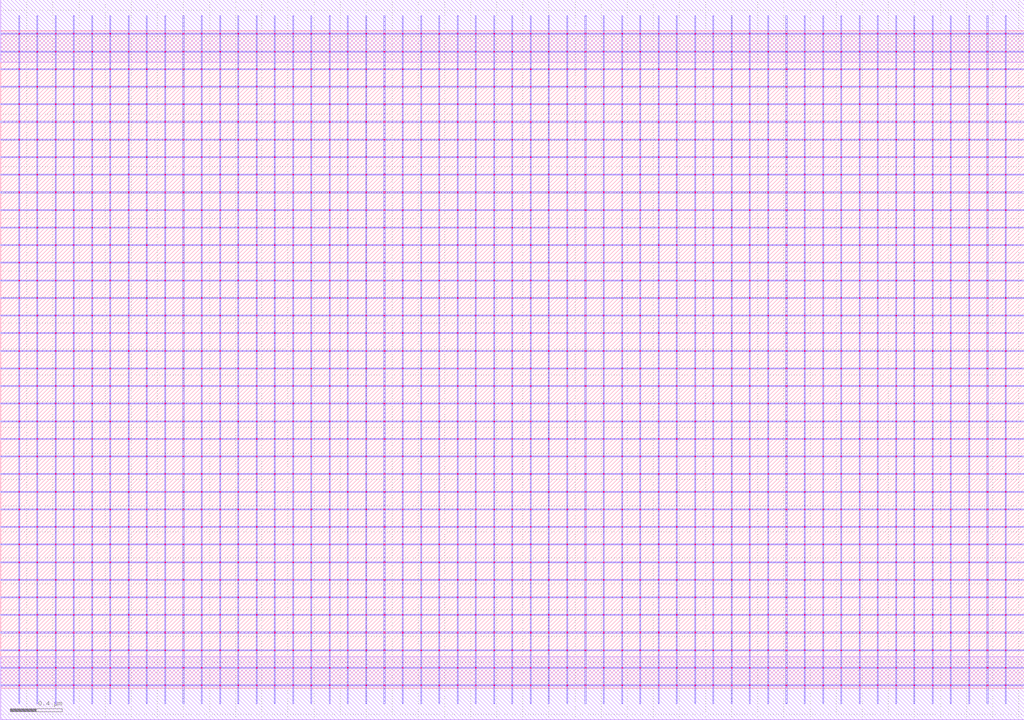
<source format=lef>
MACRO ASYNC1_DEBUG
 CLASS CORE ;
 FOREIGN ASYNC1_DEBUG 0 0 ;
 SIZE 7.84 BY 5.04 ;
 ORIGIN 0 0 ;
 SYMMETRY X Y R90 ;
 SITE unit ;

 OBS
    LAYER polycont ;
     RECT 1.11600000 2.58300000 1.12400000 2.59100000 ;
     RECT 2.23600000 2.58300000 2.24400000 2.59100000 ;
     RECT 3.35600000 2.58300000 3.36400000 2.59100000 ;
     RECT 4.47600000 2.58300000 4.48400000 2.59100000 ;
     RECT 5.59600000 2.58300000 5.60400000 2.59100000 ;
     RECT 6.71600000 2.58300000 6.72400000 2.59100000 ;
     RECT 1.11600000 2.98800000 1.12400000 2.99600000 ;
     RECT 2.23600000 2.98800000 2.24400000 2.99600000 ;
     RECT 3.35600000 2.98800000 3.36400000 2.99600000 ;
     RECT 4.47600000 2.98800000 4.48400000 2.99600000 ;
     RECT 5.59600000 2.98800000 5.60400000 2.99600000 ;
     RECT 6.71600000 2.98800000 6.72400000 2.99600000 ;

    LAYER pdiffc ;
     RECT 0.41600000 3.39300000 0.42400000 3.40100000 ;
     RECT 7.41600000 3.39300000 7.42400000 3.40100000 ;
     RECT 0.41600000 3.52800000 0.42400000 3.53600000 ;
     RECT 7.41600000 3.52800000 7.42400000 3.53600000 ;
     RECT 0.41600000 3.66300000 0.42400000 3.67100000 ;
     RECT 7.41600000 3.66300000 7.42400000 3.67100000 ;
     RECT 0.41600000 3.79800000 0.42400000 3.80600000 ;
     RECT 7.41600000 3.79800000 7.42400000 3.80600000 ;
     RECT 0.41600000 3.93300000 0.42400000 3.94100000 ;
     RECT 7.41600000 3.93300000 7.42400000 3.94100000 ;
     RECT 0.41600000 4.06800000 0.42400000 4.07600000 ;
     RECT 7.41600000 4.06800000 7.42400000 4.07600000 ;
     RECT 0.41600000 4.20300000 0.42400000 4.21100000 ;
     RECT 7.41600000 4.20300000 7.42400000 4.21100000 ;
     RECT 0.41600000 4.33800000 0.42400000 4.34600000 ;
     RECT 7.41600000 4.33800000 7.42400000 4.34600000 ;
     RECT 0.41600000 4.47300000 0.42400000 4.48100000 ;
     RECT 7.41600000 4.47300000 7.42400000 4.48100000 ;
     RECT 0.41600000 4.60800000 0.42400000 4.61600000 ;
     RECT 7.41600000 4.60800000 7.42400000 4.61600000 ;

    LAYER ndiffc ;
     RECT 3.91600000 0.42300000 3.92400000 0.43100000 ;
     RECT 3.91600000 0.55800000 3.92400000 0.56600000 ;
     RECT 3.91600000 0.69300000 3.92400000 0.70100000 ;
     RECT 3.91600000 0.82800000 3.92400000 0.83600000 ;
     RECT 3.91600000 0.96300000 3.92400000 0.97100000 ;
     RECT 3.91600000 1.09800000 3.92400000 1.10600000 ;
     RECT 3.91600000 1.23300000 3.92400000 1.24100000 ;
     RECT 3.91600000 1.36800000 3.92400000 1.37600000 ;
     RECT 3.91600000 1.50300000 3.92400000 1.51100000 ;
     RECT 3.91600000 1.63800000 3.92400000 1.64600000 ;
     RECT 3.91600000 1.77300000 3.92400000 1.78100000 ;
     RECT 3.91600000 1.90800000 3.92400000 1.91600000 ;
     RECT 3.91600000 2.04300000 3.92400000 2.05100000 ;
     RECT 7.27600000 0.69300000 7.28400000 0.70100000 ;
     RECT 7.41600000 0.69300000 7.42400000 0.70100000 ;
     RECT 7.27600000 0.42300000 7.28400000 0.43100000 ;
     RECT 5.03600000 0.82800000 5.04400000 0.83600000 ;
     RECT 6.15600000 0.82800000 6.16400000 0.83600000 ;
     RECT 7.27600000 0.82800000 7.28400000 0.83600000 ;
     RECT 7.41600000 0.82800000 7.42400000 0.83600000 ;
     RECT 7.41600000 0.42300000 7.42400000 0.43100000 ;
     RECT 5.03600000 0.96300000 5.04400000 0.97100000 ;
     RECT 6.15600000 0.96300000 6.16400000 0.97100000 ;
     RECT 7.27600000 0.96300000 7.28400000 0.97100000 ;
     RECT 7.41600000 0.96300000 7.42400000 0.97100000 ;
     RECT 5.03600000 0.42300000 5.04400000 0.43100000 ;
     RECT 5.03600000 1.09800000 5.04400000 1.10600000 ;
     RECT 6.15600000 1.09800000 6.16400000 1.10600000 ;
     RECT 7.27600000 1.09800000 7.28400000 1.10600000 ;
     RECT 7.41600000 1.09800000 7.42400000 1.10600000 ;
     RECT 5.03600000 0.55800000 5.04400000 0.56600000 ;
     RECT 5.03600000 1.23300000 5.04400000 1.24100000 ;
     RECT 6.15600000 1.23300000 6.16400000 1.24100000 ;
     RECT 7.27600000 1.23300000 7.28400000 1.24100000 ;
     RECT 7.41600000 1.23300000 7.42400000 1.24100000 ;
     RECT 6.15600000 0.55800000 6.16400000 0.56600000 ;
     RECT 5.03600000 1.36800000 5.04400000 1.37600000 ;
     RECT 6.15600000 1.36800000 6.16400000 1.37600000 ;
     RECT 7.27600000 1.36800000 7.28400000 1.37600000 ;
     RECT 7.41600000 1.36800000 7.42400000 1.37600000 ;
     RECT 7.27600000 0.55800000 7.28400000 0.56600000 ;
     RECT 5.03600000 1.50300000 5.04400000 1.51100000 ;
     RECT 6.15600000 1.50300000 6.16400000 1.51100000 ;
     RECT 7.27600000 1.50300000 7.28400000 1.51100000 ;
     RECT 7.41600000 1.50300000 7.42400000 1.51100000 ;
     RECT 7.41600000 0.55800000 7.42400000 0.56600000 ;
     RECT 5.03600000 1.63800000 5.04400000 1.64600000 ;
     RECT 6.15600000 1.63800000 6.16400000 1.64600000 ;
     RECT 7.27600000 1.63800000 7.28400000 1.64600000 ;
     RECT 7.41600000 1.63800000 7.42400000 1.64600000 ;
     RECT 6.15600000 0.42300000 6.16400000 0.43100000 ;
     RECT 5.03600000 1.77300000 5.04400000 1.78100000 ;
     RECT 6.15600000 1.77300000 6.16400000 1.78100000 ;
     RECT 7.27600000 1.77300000 7.28400000 1.78100000 ;
     RECT 7.41600000 1.77300000 7.42400000 1.78100000 ;
     RECT 5.03600000 0.69300000 5.04400000 0.70100000 ;
     RECT 5.03600000 1.90800000 5.04400000 1.91600000 ;
     RECT 6.15600000 1.90800000 6.16400000 1.91600000 ;
     RECT 7.27600000 1.90800000 7.28400000 1.91600000 ;
     RECT 7.41600000 1.90800000 7.42400000 1.91600000 ;
     RECT 6.15600000 0.69300000 6.16400000 0.70100000 ;
     RECT 5.03600000 2.04300000 5.04400000 2.05100000 ;
     RECT 6.15600000 2.04300000 6.16400000 2.05100000 ;
     RECT 7.27600000 2.04300000 7.28400000 2.05100000 ;
     RECT 7.41600000 2.04300000 7.42400000 2.05100000 ;
     RECT 1.67600000 1.36800000 1.68400000 1.37600000 ;
     RECT 2.79600000 1.36800000 2.80400000 1.37600000 ;
     RECT 0.55600000 0.69300000 0.56400000 0.70100000 ;
     RECT 0.41600000 0.96300000 0.42400000 0.97100000 ;
     RECT 0.55600000 0.96300000 0.56400000 0.97100000 ;
     RECT 1.67600000 0.96300000 1.68400000 0.97100000 ;
     RECT 2.79600000 0.96300000 2.80400000 0.97100000 ;
     RECT 0.41600000 1.50300000 0.42400000 1.51100000 ;
     RECT 0.55600000 1.50300000 0.56400000 1.51100000 ;
     RECT 1.67600000 1.50300000 1.68400000 1.51100000 ;
     RECT 2.79600000 1.50300000 2.80400000 1.51100000 ;
     RECT 1.67600000 0.69300000 1.68400000 0.70100000 ;
     RECT 2.79600000 0.69300000 2.80400000 0.70100000 ;
     RECT 0.55600000 0.55800000 0.56400000 0.56600000 ;
     RECT 1.67600000 0.55800000 1.68400000 0.56600000 ;
     RECT 2.79600000 0.55800000 2.80400000 0.56600000 ;
     RECT 0.41600000 1.63800000 0.42400000 1.64600000 ;
     RECT 0.55600000 1.63800000 0.56400000 1.64600000 ;
     RECT 1.67600000 1.63800000 1.68400000 1.64600000 ;
     RECT 2.79600000 1.63800000 2.80400000 1.64600000 ;
     RECT 0.41600000 1.09800000 0.42400000 1.10600000 ;
     RECT 0.55600000 1.09800000 0.56400000 1.10600000 ;
     RECT 1.67600000 1.09800000 1.68400000 1.10600000 ;
     RECT 2.79600000 1.09800000 2.80400000 1.10600000 ;
     RECT 0.55600000 0.42300000 0.56400000 0.43100000 ;
     RECT 0.41600000 1.77300000 0.42400000 1.78100000 ;
     RECT 0.55600000 1.77300000 0.56400000 1.78100000 ;
     RECT 1.67600000 1.77300000 1.68400000 1.78100000 ;
     RECT 2.79600000 1.77300000 2.80400000 1.78100000 ;
     RECT 1.67600000 0.42300000 1.68400000 0.43100000 ;
     RECT 0.41600000 0.82800000 0.42400000 0.83600000 ;
     RECT 0.55600000 0.82800000 0.56400000 0.83600000 ;
     RECT 1.67600000 0.82800000 1.68400000 0.83600000 ;
     RECT 0.41600000 1.23300000 0.42400000 1.24100000 ;
     RECT 0.41600000 1.90800000 0.42400000 1.91600000 ;
     RECT 0.55600000 1.90800000 0.56400000 1.91600000 ;
     RECT 1.67600000 1.90800000 1.68400000 1.91600000 ;
     RECT 2.79600000 1.90800000 2.80400000 1.91600000 ;
     RECT 0.55600000 1.23300000 0.56400000 1.24100000 ;
     RECT 1.67600000 1.23300000 1.68400000 1.24100000 ;
     RECT 2.79600000 1.23300000 2.80400000 1.24100000 ;
     RECT 2.79600000 0.82800000 2.80400000 0.83600000 ;
     RECT 2.79600000 0.42300000 2.80400000 0.43100000 ;
     RECT 0.41600000 2.04300000 0.42400000 2.05100000 ;
     RECT 0.55600000 2.04300000 0.56400000 2.05100000 ;
     RECT 1.67600000 2.04300000 1.68400000 2.05100000 ;
     RECT 2.79600000 2.04300000 2.80400000 2.05100000 ;
     RECT 0.41600000 0.42300000 0.42400000 0.43100000 ;
     RECT 0.41600000 0.55800000 0.42400000 0.56600000 ;
     RECT 0.41600000 0.69300000 0.42400000 0.70100000 ;
     RECT 0.41600000 1.36800000 0.42400000 1.37600000 ;
     RECT 0.55600000 1.36800000 0.56400000 1.37600000 ;

    LAYER met1 ;
     RECT 0.00000000 -0.24000000 7.84000000 0.24000000 ;
     RECT 3.91600000 0.24000000 3.92400000 0.28800000 ;
     RECT 0.02500000 0.28800000 7.81500000 0.29600000 ;
     RECT 3.91600000 0.29600000 3.92400000 0.42300000 ;
     RECT 0.02500000 0.42300000 7.81500000 0.43100000 ;
     RECT 3.91600000 0.43100000 3.92400000 0.55800000 ;
     RECT 0.02500000 0.55800000 7.81500000 0.56600000 ;
     RECT 3.91600000 0.56600000 3.92400000 0.69300000 ;
     RECT 0.02500000 0.69300000 7.81500000 0.70100000 ;
     RECT 3.91600000 0.70100000 3.92400000 0.82800000 ;
     RECT 0.02500000 0.82800000 7.81500000 0.83600000 ;
     RECT 3.91600000 0.83600000 3.92400000 0.96300000 ;
     RECT 0.02500000 0.96300000 7.81500000 0.97100000 ;
     RECT 3.91600000 0.97100000 3.92400000 1.09800000 ;
     RECT 0.02500000 1.09800000 7.81500000 1.10600000 ;
     RECT 3.91600000 1.10600000 3.92400000 1.23300000 ;
     RECT 0.02500000 1.23300000 7.81500000 1.24100000 ;
     RECT 3.91600000 1.24100000 3.92400000 1.36800000 ;
     RECT 0.02500000 1.36800000 7.81500000 1.37600000 ;
     RECT 3.91600000 1.37600000 3.92400000 1.50300000 ;
     RECT 0.02500000 1.50300000 7.81500000 1.51100000 ;
     RECT 3.91600000 1.51100000 3.92400000 1.63800000 ;
     RECT 0.02500000 1.63800000 7.81500000 1.64600000 ;
     RECT 3.91600000 1.64600000 3.92400000 1.77300000 ;
     RECT 0.02500000 1.77300000 7.81500000 1.78100000 ;
     RECT 3.91600000 1.78100000 3.92400000 1.90800000 ;
     RECT 0.02500000 1.90800000 7.81500000 1.91600000 ;
     RECT 3.91600000 1.91600000 3.92400000 2.04300000 ;
     RECT 0.02500000 2.04300000 7.81500000 2.05100000 ;
     RECT 3.91600000 2.05100000 3.92400000 2.17800000 ;
     RECT 0.02500000 2.17800000 7.81500000 2.18600000 ;
     RECT 3.91600000 2.18600000 3.92400000 2.31300000 ;
     RECT 0.02500000 2.31300000 7.81500000 2.32100000 ;
     RECT 3.91600000 2.32100000 3.92400000 2.44800000 ;
     RECT 0.02500000 2.44800000 7.81500000 2.45600000 ;
     RECT 0.13600000 2.45600000 0.14400000 2.58300000 ;
     RECT 0.27600000 2.45600000 0.28400000 2.58300000 ;
     RECT 0.41600000 2.45600000 0.42400000 2.58300000 ;
     RECT 0.55600000 2.45600000 0.56400000 2.58300000 ;
     RECT 0.69600000 2.45600000 0.70400000 2.58300000 ;
     RECT 0.83600000 2.45600000 0.84400000 2.58300000 ;
     RECT 0.97600000 2.45600000 0.98400000 2.58300000 ;
     RECT 1.11600000 2.45600000 1.12400000 2.58300000 ;
     RECT 1.25600000 2.45600000 1.26400000 2.58300000 ;
     RECT 1.39600000 2.45600000 1.40400000 2.58300000 ;
     RECT 1.53600000 2.45600000 1.54400000 2.58300000 ;
     RECT 1.67600000 2.45600000 1.68400000 2.58300000 ;
     RECT 1.81600000 2.45600000 1.82400000 2.58300000 ;
     RECT 1.95600000 2.45600000 1.96400000 2.58300000 ;
     RECT 2.09600000 2.45600000 2.10400000 2.58300000 ;
     RECT 2.23600000 2.45600000 2.24400000 2.58300000 ;
     RECT 2.37600000 2.45600000 2.38400000 2.58300000 ;
     RECT 2.51600000 2.45600000 2.52400000 2.58300000 ;
     RECT 2.65600000 2.45600000 2.66400000 2.58300000 ;
     RECT 2.79600000 2.45600000 2.80400000 2.58300000 ;
     RECT 2.93600000 2.45600000 2.94400000 2.58300000 ;
     RECT 3.07600000 2.45600000 3.08400000 2.58300000 ;
     RECT 3.21600000 2.45600000 3.22400000 2.58300000 ;
     RECT 3.35600000 2.45600000 3.36400000 2.58300000 ;
     RECT 3.49600000 2.45600000 3.50400000 2.58300000 ;
     RECT 3.63600000 2.45600000 3.64400000 2.58300000 ;
     RECT 3.77600000 2.45600000 3.78400000 2.58300000 ;
     RECT 3.91600000 2.45600000 3.92400000 2.58300000 ;
     RECT 4.05600000 2.45600000 4.06400000 2.58300000 ;
     RECT 4.19600000 2.45600000 4.20400000 2.58300000 ;
     RECT 4.33600000 2.45600000 4.34400000 2.58300000 ;
     RECT 4.47600000 2.45600000 4.48400000 2.58300000 ;
     RECT 4.61600000 2.45600000 4.62400000 2.58300000 ;
     RECT 4.75600000 2.45600000 4.76400000 2.58300000 ;
     RECT 4.89600000 2.45600000 4.90400000 2.58300000 ;
     RECT 5.03600000 2.45600000 5.04400000 2.58300000 ;
     RECT 5.17600000 2.45600000 5.18400000 2.58300000 ;
     RECT 5.31600000 2.45600000 5.32400000 2.58300000 ;
     RECT 5.45600000 2.45600000 5.46400000 2.58300000 ;
     RECT 5.59600000 2.45600000 5.60400000 2.58300000 ;
     RECT 5.73600000 2.45600000 5.74400000 2.58300000 ;
     RECT 5.87600000 2.45600000 5.88400000 2.58300000 ;
     RECT 6.01600000 2.45600000 6.02400000 2.58300000 ;
     RECT 6.15600000 2.45600000 6.16400000 2.58300000 ;
     RECT 6.29600000 2.45600000 6.30400000 2.58300000 ;
     RECT 6.43600000 2.45600000 6.44400000 2.58300000 ;
     RECT 6.57600000 2.45600000 6.58400000 2.58300000 ;
     RECT 6.71600000 2.45600000 6.72400000 2.58300000 ;
     RECT 6.85600000 2.45600000 6.86400000 2.58300000 ;
     RECT 6.99600000 2.45600000 7.00400000 2.58300000 ;
     RECT 7.13600000 2.45600000 7.14400000 2.58300000 ;
     RECT 7.27600000 2.45600000 7.28400000 2.58300000 ;
     RECT 7.41600000 2.45600000 7.42400000 2.58300000 ;
     RECT 7.55600000 2.45600000 7.56400000 2.58300000 ;
     RECT 7.69600000 2.45600000 7.70400000 2.58300000 ;
     RECT 0.02500000 2.58300000 7.81500000 2.59100000 ;
     RECT 3.91600000 2.59100000 3.92400000 2.71800000 ;
     RECT 0.02500000 2.71800000 7.81500000 2.72600000 ;
     RECT 3.91600000 2.72600000 3.92400000 2.85300000 ;
     RECT 0.02500000 2.85300000 7.81500000 2.86100000 ;
     RECT 3.91600000 2.86100000 3.92400000 2.98800000 ;
     RECT 0.02500000 2.98800000 7.81500000 2.99600000 ;
     RECT 3.91600000 2.99600000 3.92400000 3.12300000 ;
     RECT 0.02500000 3.12300000 7.81500000 3.13100000 ;
     RECT 3.91600000 3.13100000 3.92400000 3.25800000 ;
     RECT 0.02500000 3.25800000 7.81500000 3.26600000 ;
     RECT 3.91600000 3.26600000 3.92400000 3.39300000 ;
     RECT 0.02500000 3.39300000 7.81500000 3.40100000 ;
     RECT 3.91600000 3.40100000 3.92400000 3.52800000 ;
     RECT 0.02500000 3.52800000 7.81500000 3.53600000 ;
     RECT 3.91600000 3.53600000 3.92400000 3.66300000 ;
     RECT 0.02500000 3.66300000 7.81500000 3.67100000 ;
     RECT 3.91600000 3.67100000 3.92400000 3.79800000 ;
     RECT 0.02500000 3.79800000 7.81500000 3.80600000 ;
     RECT 3.91600000 3.80600000 3.92400000 3.93300000 ;
     RECT 0.02500000 3.93300000 7.81500000 3.94100000 ;
     RECT 3.91600000 3.94100000 3.92400000 4.06800000 ;
     RECT 0.02500000 4.06800000 7.81500000 4.07600000 ;
     RECT 3.91600000 4.07600000 3.92400000 4.20300000 ;
     RECT 0.02500000 4.20300000 7.81500000 4.21100000 ;
     RECT 3.91600000 4.21100000 3.92400000 4.33800000 ;
     RECT 0.02500000 4.33800000 7.81500000 4.34600000 ;
     RECT 3.91600000 4.34600000 3.92400000 4.47300000 ;
     RECT 0.02500000 4.47300000 7.81500000 4.48100000 ;
     RECT 3.91600000 4.48100000 3.92400000 4.60800000 ;
     RECT 0.02500000 4.60800000 7.81500000 4.61600000 ;
     RECT 3.91600000 4.61600000 3.92400000 4.74300000 ;
     RECT 0.02500000 4.74300000 7.81500000 4.75100000 ;
     RECT 3.91600000 4.75100000 3.92400000 4.80000000 ;
     RECT 0.00000000 4.80000000 7.84000000 5.28000000 ;
     RECT 5.87600000 2.72600000 5.88400000 2.85300000 ;
     RECT 5.87600000 2.86100000 5.88400000 2.98800000 ;
     RECT 5.87600000 2.99600000 5.88400000 3.12300000 ;
     RECT 5.87600000 3.13100000 5.88400000 3.25800000 ;
     RECT 5.87600000 3.26600000 5.88400000 3.39300000 ;
     RECT 5.87600000 3.40100000 5.88400000 3.52800000 ;
     RECT 5.87600000 2.59100000 5.88400000 2.71800000 ;
     RECT 5.87600000 3.53600000 5.88400000 3.66300000 ;
     RECT 5.87600000 3.67100000 5.88400000 3.79800000 ;
     RECT 4.05600000 3.80600000 4.06400000 3.93300000 ;
     RECT 4.19600000 3.80600000 4.20400000 3.93300000 ;
     RECT 4.33600000 3.80600000 4.34400000 3.93300000 ;
     RECT 4.47600000 3.80600000 4.48400000 3.93300000 ;
     RECT 4.61600000 3.80600000 4.62400000 3.93300000 ;
     RECT 4.75600000 3.80600000 4.76400000 3.93300000 ;
     RECT 4.89600000 3.80600000 4.90400000 3.93300000 ;
     RECT 5.03600000 3.80600000 5.04400000 3.93300000 ;
     RECT 5.17600000 3.80600000 5.18400000 3.93300000 ;
     RECT 5.31600000 3.80600000 5.32400000 3.93300000 ;
     RECT 5.45600000 3.80600000 5.46400000 3.93300000 ;
     RECT 5.59600000 3.80600000 5.60400000 3.93300000 ;
     RECT 5.73600000 3.80600000 5.74400000 3.93300000 ;
     RECT 5.87600000 3.80600000 5.88400000 3.93300000 ;
     RECT 6.01600000 3.80600000 6.02400000 3.93300000 ;
     RECT 6.15600000 3.80600000 6.16400000 3.93300000 ;
     RECT 6.29600000 3.80600000 6.30400000 3.93300000 ;
     RECT 6.43600000 3.80600000 6.44400000 3.93300000 ;
     RECT 6.57600000 3.80600000 6.58400000 3.93300000 ;
     RECT 6.71600000 3.80600000 6.72400000 3.93300000 ;
     RECT 6.85600000 3.80600000 6.86400000 3.93300000 ;
     RECT 6.99600000 3.80600000 7.00400000 3.93300000 ;
     RECT 7.13600000 3.80600000 7.14400000 3.93300000 ;
     RECT 7.27600000 3.80600000 7.28400000 3.93300000 ;
     RECT 7.41600000 3.80600000 7.42400000 3.93300000 ;
     RECT 7.55600000 3.80600000 7.56400000 3.93300000 ;
     RECT 7.69600000 3.80600000 7.70400000 3.93300000 ;
     RECT 5.87600000 3.94100000 5.88400000 4.06800000 ;
     RECT 5.87600000 4.07600000 5.88400000 4.20300000 ;
     RECT 5.87600000 4.21100000 5.88400000 4.33800000 ;
     RECT 5.87600000 4.34600000 5.88400000 4.47300000 ;
     RECT 5.87600000 4.48100000 5.88400000 4.60800000 ;
     RECT 5.87600000 4.61600000 5.88400000 4.74300000 ;
     RECT 5.87600000 4.75100000 5.88400000 4.80000000 ;
     RECT 6.85600000 3.94100000 6.86400000 4.06800000 ;
     RECT 6.99600000 3.94100000 7.00400000 4.06800000 ;
     RECT 7.13600000 3.94100000 7.14400000 4.06800000 ;
     RECT 7.27600000 3.94100000 7.28400000 4.06800000 ;
     RECT 7.41600000 3.94100000 7.42400000 4.06800000 ;
     RECT 7.55600000 3.94100000 7.56400000 4.06800000 ;
     RECT 7.69600000 3.94100000 7.70400000 4.06800000 ;
     RECT 6.01600000 3.94100000 6.02400000 4.06800000 ;
     RECT 6.01600000 4.07600000 6.02400000 4.20300000 ;
     RECT 6.15600000 4.07600000 6.16400000 4.20300000 ;
     RECT 6.29600000 4.07600000 6.30400000 4.20300000 ;
     RECT 6.43600000 4.07600000 6.44400000 4.20300000 ;
     RECT 6.57600000 4.07600000 6.58400000 4.20300000 ;
     RECT 6.71600000 4.07600000 6.72400000 4.20300000 ;
     RECT 6.85600000 4.07600000 6.86400000 4.20300000 ;
     RECT 6.99600000 4.07600000 7.00400000 4.20300000 ;
     RECT 7.13600000 4.07600000 7.14400000 4.20300000 ;
     RECT 7.27600000 4.07600000 7.28400000 4.20300000 ;
     RECT 7.41600000 4.07600000 7.42400000 4.20300000 ;
     RECT 7.55600000 4.07600000 7.56400000 4.20300000 ;
     RECT 7.69600000 4.07600000 7.70400000 4.20300000 ;
     RECT 6.15600000 3.94100000 6.16400000 4.06800000 ;
     RECT 6.01600000 4.21100000 6.02400000 4.33800000 ;
     RECT 6.15600000 4.21100000 6.16400000 4.33800000 ;
     RECT 6.29600000 4.21100000 6.30400000 4.33800000 ;
     RECT 6.43600000 4.21100000 6.44400000 4.33800000 ;
     RECT 6.57600000 4.21100000 6.58400000 4.33800000 ;
     RECT 6.71600000 4.21100000 6.72400000 4.33800000 ;
     RECT 6.85600000 4.21100000 6.86400000 4.33800000 ;
     RECT 6.99600000 4.21100000 7.00400000 4.33800000 ;
     RECT 7.13600000 4.21100000 7.14400000 4.33800000 ;
     RECT 7.27600000 4.21100000 7.28400000 4.33800000 ;
     RECT 7.41600000 4.21100000 7.42400000 4.33800000 ;
     RECT 7.55600000 4.21100000 7.56400000 4.33800000 ;
     RECT 7.69600000 4.21100000 7.70400000 4.33800000 ;
     RECT 6.29600000 3.94100000 6.30400000 4.06800000 ;
     RECT 6.01600000 4.34600000 6.02400000 4.47300000 ;
     RECT 6.15600000 4.34600000 6.16400000 4.47300000 ;
     RECT 6.29600000 4.34600000 6.30400000 4.47300000 ;
     RECT 6.43600000 4.34600000 6.44400000 4.47300000 ;
     RECT 6.57600000 4.34600000 6.58400000 4.47300000 ;
     RECT 6.71600000 4.34600000 6.72400000 4.47300000 ;
     RECT 6.85600000 4.34600000 6.86400000 4.47300000 ;
     RECT 6.99600000 4.34600000 7.00400000 4.47300000 ;
     RECT 7.13600000 4.34600000 7.14400000 4.47300000 ;
     RECT 7.27600000 4.34600000 7.28400000 4.47300000 ;
     RECT 7.41600000 4.34600000 7.42400000 4.47300000 ;
     RECT 7.55600000 4.34600000 7.56400000 4.47300000 ;
     RECT 7.69600000 4.34600000 7.70400000 4.47300000 ;
     RECT 6.43600000 3.94100000 6.44400000 4.06800000 ;
     RECT 6.01600000 4.48100000 6.02400000 4.60800000 ;
     RECT 6.15600000 4.48100000 6.16400000 4.60800000 ;
     RECT 6.29600000 4.48100000 6.30400000 4.60800000 ;
     RECT 6.43600000 4.48100000 6.44400000 4.60800000 ;
     RECT 6.57600000 4.48100000 6.58400000 4.60800000 ;
     RECT 6.71600000 4.48100000 6.72400000 4.60800000 ;
     RECT 6.85600000 4.48100000 6.86400000 4.60800000 ;
     RECT 6.99600000 4.48100000 7.00400000 4.60800000 ;
     RECT 7.13600000 4.48100000 7.14400000 4.60800000 ;
     RECT 7.27600000 4.48100000 7.28400000 4.60800000 ;
     RECT 7.41600000 4.48100000 7.42400000 4.60800000 ;
     RECT 7.55600000 4.48100000 7.56400000 4.60800000 ;
     RECT 7.69600000 4.48100000 7.70400000 4.60800000 ;
     RECT 6.57600000 3.94100000 6.58400000 4.06800000 ;
     RECT 6.01600000 4.61600000 6.02400000 4.74300000 ;
     RECT 6.15600000 4.61600000 6.16400000 4.74300000 ;
     RECT 6.29600000 4.61600000 6.30400000 4.74300000 ;
     RECT 6.43600000 4.61600000 6.44400000 4.74300000 ;
     RECT 6.57600000 4.61600000 6.58400000 4.74300000 ;
     RECT 6.71600000 4.61600000 6.72400000 4.74300000 ;
     RECT 6.85600000 4.61600000 6.86400000 4.74300000 ;
     RECT 6.99600000 4.61600000 7.00400000 4.74300000 ;
     RECT 7.13600000 4.61600000 7.14400000 4.74300000 ;
     RECT 7.27600000 4.61600000 7.28400000 4.74300000 ;
     RECT 7.41600000 4.61600000 7.42400000 4.74300000 ;
     RECT 7.55600000 4.61600000 7.56400000 4.74300000 ;
     RECT 7.69600000 4.61600000 7.70400000 4.74300000 ;
     RECT 6.71600000 3.94100000 6.72400000 4.06800000 ;
     RECT 6.01600000 4.75100000 6.02400000 4.80000000 ;
     RECT 6.15600000 4.75100000 6.16400000 4.80000000 ;
     RECT 6.29600000 4.75100000 6.30400000 4.80000000 ;
     RECT 6.43600000 4.75100000 6.44400000 4.80000000 ;
     RECT 6.57600000 4.75100000 6.58400000 4.80000000 ;
     RECT 6.71600000 4.75100000 6.72400000 4.80000000 ;
     RECT 6.85600000 4.75100000 6.86400000 4.80000000 ;
     RECT 6.99600000 4.75100000 7.00400000 4.80000000 ;
     RECT 7.13600000 4.75100000 7.14400000 4.80000000 ;
     RECT 7.27600000 4.75100000 7.28400000 4.80000000 ;
     RECT 7.41600000 4.75100000 7.42400000 4.80000000 ;
     RECT 7.55600000 4.75100000 7.56400000 4.80000000 ;
     RECT 7.69600000 4.75100000 7.70400000 4.80000000 ;
     RECT 5.03600000 3.94100000 5.04400000 4.06800000 ;
     RECT 5.17600000 3.94100000 5.18400000 4.06800000 ;
     RECT 5.31600000 3.94100000 5.32400000 4.06800000 ;
     RECT 5.45600000 3.94100000 5.46400000 4.06800000 ;
     RECT 5.59600000 3.94100000 5.60400000 4.06800000 ;
     RECT 5.73600000 3.94100000 5.74400000 4.06800000 ;
     RECT 4.05600000 3.94100000 4.06400000 4.06800000 ;
     RECT 4.05600000 4.07600000 4.06400000 4.20300000 ;
     RECT 4.05600000 4.21100000 4.06400000 4.33800000 ;
     RECT 4.19600000 4.21100000 4.20400000 4.33800000 ;
     RECT 4.05600000 4.48100000 4.06400000 4.60800000 ;
     RECT 4.19600000 4.48100000 4.20400000 4.60800000 ;
     RECT 4.33600000 4.48100000 4.34400000 4.60800000 ;
     RECT 4.47600000 4.48100000 4.48400000 4.60800000 ;
     RECT 4.61600000 4.48100000 4.62400000 4.60800000 ;
     RECT 4.75600000 4.48100000 4.76400000 4.60800000 ;
     RECT 4.89600000 4.48100000 4.90400000 4.60800000 ;
     RECT 5.03600000 4.48100000 5.04400000 4.60800000 ;
     RECT 5.17600000 4.48100000 5.18400000 4.60800000 ;
     RECT 5.31600000 4.48100000 5.32400000 4.60800000 ;
     RECT 5.45600000 4.48100000 5.46400000 4.60800000 ;
     RECT 5.59600000 4.48100000 5.60400000 4.60800000 ;
     RECT 5.73600000 4.48100000 5.74400000 4.60800000 ;
     RECT 4.33600000 4.21100000 4.34400000 4.33800000 ;
     RECT 4.47600000 4.21100000 4.48400000 4.33800000 ;
     RECT 4.61600000 4.21100000 4.62400000 4.33800000 ;
     RECT 4.75600000 4.21100000 4.76400000 4.33800000 ;
     RECT 4.89600000 4.21100000 4.90400000 4.33800000 ;
     RECT 5.03600000 4.21100000 5.04400000 4.33800000 ;
     RECT 5.17600000 4.21100000 5.18400000 4.33800000 ;
     RECT 5.31600000 4.21100000 5.32400000 4.33800000 ;
     RECT 5.45600000 4.21100000 5.46400000 4.33800000 ;
     RECT 5.59600000 4.21100000 5.60400000 4.33800000 ;
     RECT 5.73600000 4.21100000 5.74400000 4.33800000 ;
     RECT 4.19600000 4.07600000 4.20400000 4.20300000 ;
     RECT 4.33600000 4.07600000 4.34400000 4.20300000 ;
     RECT 4.47600000 4.07600000 4.48400000 4.20300000 ;
     RECT 4.05600000 4.61600000 4.06400000 4.74300000 ;
     RECT 4.19600000 4.61600000 4.20400000 4.74300000 ;
     RECT 4.33600000 4.61600000 4.34400000 4.74300000 ;
     RECT 4.47600000 4.61600000 4.48400000 4.74300000 ;
     RECT 4.61600000 4.61600000 4.62400000 4.74300000 ;
     RECT 4.75600000 4.61600000 4.76400000 4.74300000 ;
     RECT 4.89600000 4.61600000 4.90400000 4.74300000 ;
     RECT 5.03600000 4.61600000 5.04400000 4.74300000 ;
     RECT 5.17600000 4.61600000 5.18400000 4.74300000 ;
     RECT 5.31600000 4.61600000 5.32400000 4.74300000 ;
     RECT 5.45600000 4.61600000 5.46400000 4.74300000 ;
     RECT 5.59600000 4.61600000 5.60400000 4.74300000 ;
     RECT 5.73600000 4.61600000 5.74400000 4.74300000 ;
     RECT 4.61600000 4.07600000 4.62400000 4.20300000 ;
     RECT 4.75600000 4.07600000 4.76400000 4.20300000 ;
     RECT 4.89600000 4.07600000 4.90400000 4.20300000 ;
     RECT 5.03600000 4.07600000 5.04400000 4.20300000 ;
     RECT 5.17600000 4.07600000 5.18400000 4.20300000 ;
     RECT 5.31600000 4.07600000 5.32400000 4.20300000 ;
     RECT 5.45600000 4.07600000 5.46400000 4.20300000 ;
     RECT 5.59600000 4.07600000 5.60400000 4.20300000 ;
     RECT 5.73600000 4.07600000 5.74400000 4.20300000 ;
     RECT 4.19600000 3.94100000 4.20400000 4.06800000 ;
     RECT 4.33600000 3.94100000 4.34400000 4.06800000 ;
     RECT 4.05600000 4.34600000 4.06400000 4.47300000 ;
     RECT 4.19600000 4.34600000 4.20400000 4.47300000 ;
     RECT 4.33600000 4.34600000 4.34400000 4.47300000 ;
     RECT 4.05600000 4.75100000 4.06400000 4.80000000 ;
     RECT 4.19600000 4.75100000 4.20400000 4.80000000 ;
     RECT 4.33600000 4.75100000 4.34400000 4.80000000 ;
     RECT 4.47600000 4.75100000 4.48400000 4.80000000 ;
     RECT 4.61600000 4.75100000 4.62400000 4.80000000 ;
     RECT 4.75600000 4.75100000 4.76400000 4.80000000 ;
     RECT 4.89600000 4.75100000 4.90400000 4.80000000 ;
     RECT 5.03600000 4.75100000 5.04400000 4.80000000 ;
     RECT 5.17600000 4.75100000 5.18400000 4.80000000 ;
     RECT 5.31600000 4.75100000 5.32400000 4.80000000 ;
     RECT 5.45600000 4.75100000 5.46400000 4.80000000 ;
     RECT 5.59600000 4.75100000 5.60400000 4.80000000 ;
     RECT 5.73600000 4.75100000 5.74400000 4.80000000 ;
     RECT 4.47600000 4.34600000 4.48400000 4.47300000 ;
     RECT 4.61600000 4.34600000 4.62400000 4.47300000 ;
     RECT 4.75600000 4.34600000 4.76400000 4.47300000 ;
     RECT 4.89600000 4.34600000 4.90400000 4.47300000 ;
     RECT 5.03600000 4.34600000 5.04400000 4.47300000 ;
     RECT 5.17600000 4.34600000 5.18400000 4.47300000 ;
     RECT 5.31600000 4.34600000 5.32400000 4.47300000 ;
     RECT 5.45600000 4.34600000 5.46400000 4.47300000 ;
     RECT 5.59600000 4.34600000 5.60400000 4.47300000 ;
     RECT 5.73600000 4.34600000 5.74400000 4.47300000 ;
     RECT 4.47600000 3.94100000 4.48400000 4.06800000 ;
     RECT 4.61600000 3.94100000 4.62400000 4.06800000 ;
     RECT 4.75600000 3.94100000 4.76400000 4.06800000 ;
     RECT 4.89600000 3.94100000 4.90400000 4.06800000 ;
     RECT 4.89600000 2.86100000 4.90400000 2.98800000 ;
     RECT 4.89600000 2.99600000 4.90400000 3.12300000 ;
     RECT 4.89600000 2.72600000 4.90400000 2.85300000 ;
     RECT 4.89600000 2.59100000 4.90400000 2.71800000 ;
     RECT 4.05600000 3.13100000 4.06400000 3.25800000 ;
     RECT 4.19600000 3.13100000 4.20400000 3.25800000 ;
     RECT 4.33600000 3.13100000 4.34400000 3.25800000 ;
     RECT 4.47600000 3.13100000 4.48400000 3.25800000 ;
     RECT 4.61600000 3.13100000 4.62400000 3.25800000 ;
     RECT 4.75600000 3.13100000 4.76400000 3.25800000 ;
     RECT 4.89600000 3.13100000 4.90400000 3.25800000 ;
     RECT 5.03600000 3.13100000 5.04400000 3.25800000 ;
     RECT 5.17600000 3.13100000 5.18400000 3.25800000 ;
     RECT 5.31600000 3.13100000 5.32400000 3.25800000 ;
     RECT 5.45600000 3.13100000 5.46400000 3.25800000 ;
     RECT 5.59600000 3.13100000 5.60400000 3.25800000 ;
     RECT 5.73600000 3.13100000 5.74400000 3.25800000 ;
     RECT 4.89600000 3.26600000 4.90400000 3.39300000 ;
     RECT 4.89600000 3.40100000 4.90400000 3.52800000 ;
     RECT 4.89600000 3.53600000 4.90400000 3.66300000 ;
     RECT 4.89600000 3.67100000 4.90400000 3.79800000 ;
     RECT 5.31600000 3.67100000 5.32400000 3.79800000 ;
     RECT 5.45600000 3.67100000 5.46400000 3.79800000 ;
     RECT 5.03600000 3.26600000 5.04400000 3.39300000 ;
     RECT 5.17600000 3.26600000 5.18400000 3.39300000 ;
     RECT 5.31600000 3.26600000 5.32400000 3.39300000 ;
     RECT 5.45600000 3.26600000 5.46400000 3.39300000 ;
     RECT 5.59600000 3.26600000 5.60400000 3.39300000 ;
     RECT 5.73600000 3.26600000 5.74400000 3.39300000 ;
     RECT 5.59600000 3.67100000 5.60400000 3.79800000 ;
     RECT 5.03600000 3.40100000 5.04400000 3.52800000 ;
     RECT 5.17600000 3.40100000 5.18400000 3.52800000 ;
     RECT 5.31600000 3.40100000 5.32400000 3.52800000 ;
     RECT 5.45600000 3.40100000 5.46400000 3.52800000 ;
     RECT 5.59600000 3.40100000 5.60400000 3.52800000 ;
     RECT 5.73600000 3.40100000 5.74400000 3.52800000 ;
     RECT 5.73600000 3.67100000 5.74400000 3.79800000 ;
     RECT 5.03600000 3.53600000 5.04400000 3.66300000 ;
     RECT 5.17600000 3.53600000 5.18400000 3.66300000 ;
     RECT 5.31600000 3.53600000 5.32400000 3.66300000 ;
     RECT 5.45600000 3.53600000 5.46400000 3.66300000 ;
     RECT 5.59600000 3.53600000 5.60400000 3.66300000 ;
     RECT 5.73600000 3.53600000 5.74400000 3.66300000 ;
     RECT 5.17600000 3.67100000 5.18400000 3.79800000 ;
     RECT 5.03600000 3.67100000 5.04400000 3.79800000 ;
     RECT 4.75600000 3.26600000 4.76400000 3.39300000 ;
     RECT 4.05600000 3.26600000 4.06400000 3.39300000 ;
     RECT 4.05600000 3.40100000 4.06400000 3.52800000 ;
     RECT 4.05600000 3.53600000 4.06400000 3.66300000 ;
     RECT 4.19600000 3.53600000 4.20400000 3.66300000 ;
     RECT 4.33600000 3.53600000 4.34400000 3.66300000 ;
     RECT 4.47600000 3.53600000 4.48400000 3.66300000 ;
     RECT 4.61600000 3.53600000 4.62400000 3.66300000 ;
     RECT 4.75600000 3.53600000 4.76400000 3.66300000 ;
     RECT 4.19600000 3.40100000 4.20400000 3.52800000 ;
     RECT 4.33600000 3.40100000 4.34400000 3.52800000 ;
     RECT 4.47600000 3.40100000 4.48400000 3.52800000 ;
     RECT 4.61600000 3.40100000 4.62400000 3.52800000 ;
     RECT 4.75600000 3.40100000 4.76400000 3.52800000 ;
     RECT 4.19600000 3.26600000 4.20400000 3.39300000 ;
     RECT 4.33600000 3.26600000 4.34400000 3.39300000 ;
     RECT 4.05600000 3.67100000 4.06400000 3.79800000 ;
     RECT 4.19600000 3.67100000 4.20400000 3.79800000 ;
     RECT 4.33600000 3.67100000 4.34400000 3.79800000 ;
     RECT 4.47600000 3.67100000 4.48400000 3.79800000 ;
     RECT 4.61600000 3.67100000 4.62400000 3.79800000 ;
     RECT 4.75600000 3.67100000 4.76400000 3.79800000 ;
     RECT 4.47600000 3.26600000 4.48400000 3.39300000 ;
     RECT 4.61600000 3.26600000 4.62400000 3.39300000 ;
     RECT 4.33600000 2.59100000 4.34400000 2.71800000 ;
     RECT 4.47600000 2.59100000 4.48400000 2.71800000 ;
     RECT 4.05600000 2.86100000 4.06400000 2.98800000 ;
     RECT 4.19600000 2.86100000 4.20400000 2.98800000 ;
     RECT 4.33600000 2.86100000 4.34400000 2.98800000 ;
     RECT 4.47600000 2.86100000 4.48400000 2.98800000 ;
     RECT 4.61600000 2.86100000 4.62400000 2.98800000 ;
     RECT 4.75600000 2.86100000 4.76400000 2.98800000 ;
     RECT 4.61600000 2.72600000 4.62400000 2.85300000 ;
     RECT 4.75600000 2.72600000 4.76400000 2.85300000 ;
     RECT 4.61600000 2.59100000 4.62400000 2.71800000 ;
     RECT 4.75600000 2.59100000 4.76400000 2.71800000 ;
     RECT 4.05600000 2.99600000 4.06400000 3.12300000 ;
     RECT 4.19600000 2.99600000 4.20400000 3.12300000 ;
     RECT 4.33600000 2.99600000 4.34400000 3.12300000 ;
     RECT 4.47600000 2.99600000 4.48400000 3.12300000 ;
     RECT 4.19600000 2.59100000 4.20400000 2.71800000 ;
     RECT 4.05600000 2.72600000 4.06400000 2.85300000 ;
     RECT 4.61600000 2.99600000 4.62400000 3.12300000 ;
     RECT 4.05600000 2.59100000 4.06400000 2.71800000 ;
     RECT 4.75600000 2.99600000 4.76400000 3.12300000 ;
     RECT 4.19600000 2.72600000 4.20400000 2.85300000 ;
     RECT 4.33600000 2.72600000 4.34400000 2.85300000 ;
     RECT 4.47600000 2.72600000 4.48400000 2.85300000 ;
     RECT 5.45600000 2.72600000 5.46400000 2.85300000 ;
     RECT 5.59600000 2.86100000 5.60400000 2.98800000 ;
     RECT 5.03600000 2.72600000 5.04400000 2.85300000 ;
     RECT 5.17600000 2.72600000 5.18400000 2.85300000 ;
     RECT 5.45600000 2.59100000 5.46400000 2.71800000 ;
     RECT 5.59600000 2.59100000 5.60400000 2.71800000 ;
     RECT 5.17600000 2.59100000 5.18400000 2.71800000 ;
     RECT 5.31600000 2.59100000 5.32400000 2.71800000 ;
     RECT 5.03600000 2.59100000 5.04400000 2.71800000 ;
     RECT 5.73600000 2.86100000 5.74400000 2.98800000 ;
     RECT 5.73600000 2.72600000 5.74400000 2.85300000 ;
     RECT 5.03600000 2.86100000 5.04400000 2.98800000 ;
     RECT 5.17600000 2.86100000 5.18400000 2.98800000 ;
     RECT 5.31600000 2.86100000 5.32400000 2.98800000 ;
     RECT 5.59600000 2.72600000 5.60400000 2.85300000 ;
     RECT 5.03600000 2.99600000 5.04400000 3.12300000 ;
     RECT 5.17600000 2.99600000 5.18400000 3.12300000 ;
     RECT 5.31600000 2.99600000 5.32400000 3.12300000 ;
     RECT 5.45600000 2.99600000 5.46400000 3.12300000 ;
     RECT 5.59600000 2.99600000 5.60400000 3.12300000 ;
     RECT 5.73600000 2.99600000 5.74400000 3.12300000 ;
     RECT 5.45600000 2.86100000 5.46400000 2.98800000 ;
     RECT 5.31600000 2.72600000 5.32400000 2.85300000 ;
     RECT 5.73600000 2.59100000 5.74400000 2.71800000 ;
     RECT 6.85600000 3.26600000 6.86400000 3.39300000 ;
     RECT 6.85600000 2.99600000 6.86400000 3.12300000 ;
     RECT 6.85600000 2.86100000 6.86400000 2.98800000 ;
     RECT 6.85600000 3.40100000 6.86400000 3.52800000 ;
     RECT 6.85600000 2.72600000 6.86400000 2.85300000 ;
     RECT 6.85600000 2.59100000 6.86400000 2.71800000 ;
     RECT 6.01600000 3.13100000 6.02400000 3.25800000 ;
     RECT 6.15600000 3.13100000 6.16400000 3.25800000 ;
     RECT 6.29600000 3.13100000 6.30400000 3.25800000 ;
     RECT 6.43600000 3.13100000 6.44400000 3.25800000 ;
     RECT 6.57600000 3.13100000 6.58400000 3.25800000 ;
     RECT 6.71600000 3.13100000 6.72400000 3.25800000 ;
     RECT 6.85600000 3.13100000 6.86400000 3.25800000 ;
     RECT 6.99600000 3.13100000 7.00400000 3.25800000 ;
     RECT 7.13600000 3.13100000 7.14400000 3.25800000 ;
     RECT 6.85600000 3.53600000 6.86400000 3.66300000 ;
     RECT 7.27600000 3.13100000 7.28400000 3.25800000 ;
     RECT 7.41600000 3.13100000 7.42400000 3.25800000 ;
     RECT 7.55600000 3.13100000 7.56400000 3.25800000 ;
     RECT 7.69600000 3.13100000 7.70400000 3.25800000 ;
     RECT 6.85600000 3.67100000 6.86400000 3.79800000 ;
     RECT 7.27600000 3.26600000 7.28400000 3.39300000 ;
     RECT 6.99600000 3.40100000 7.00400000 3.52800000 ;
     RECT 7.13600000 3.40100000 7.14400000 3.52800000 ;
     RECT 7.27600000 3.40100000 7.28400000 3.52800000 ;
     RECT 7.41600000 3.40100000 7.42400000 3.52800000 ;
     RECT 7.55600000 3.40100000 7.56400000 3.52800000 ;
     RECT 7.69600000 3.40100000 7.70400000 3.52800000 ;
     RECT 6.99600000 3.53600000 7.00400000 3.66300000 ;
     RECT 7.13600000 3.53600000 7.14400000 3.66300000 ;
     RECT 7.27600000 3.53600000 7.28400000 3.66300000 ;
     RECT 7.41600000 3.53600000 7.42400000 3.66300000 ;
     RECT 7.55600000 3.53600000 7.56400000 3.66300000 ;
     RECT 7.69600000 3.53600000 7.70400000 3.66300000 ;
     RECT 7.41600000 3.26600000 7.42400000 3.39300000 ;
     RECT 7.55600000 3.26600000 7.56400000 3.39300000 ;
     RECT 7.69600000 3.26600000 7.70400000 3.39300000 ;
     RECT 6.99600000 3.26600000 7.00400000 3.39300000 ;
     RECT 7.13600000 3.26600000 7.14400000 3.39300000 ;
     RECT 6.99600000 3.67100000 7.00400000 3.79800000 ;
     RECT 7.13600000 3.67100000 7.14400000 3.79800000 ;
     RECT 7.27600000 3.67100000 7.28400000 3.79800000 ;
     RECT 7.41600000 3.67100000 7.42400000 3.79800000 ;
     RECT 7.55600000 3.67100000 7.56400000 3.79800000 ;
     RECT 7.69600000 3.67100000 7.70400000 3.79800000 ;
     RECT 6.01600000 3.40100000 6.02400000 3.52800000 ;
     RECT 6.15600000 3.40100000 6.16400000 3.52800000 ;
     RECT 6.29600000 3.40100000 6.30400000 3.52800000 ;
     RECT 6.43600000 3.40100000 6.44400000 3.52800000 ;
     RECT 6.57600000 3.40100000 6.58400000 3.52800000 ;
     RECT 6.71600000 3.40100000 6.72400000 3.52800000 ;
     RECT 6.43600000 3.26600000 6.44400000 3.39300000 ;
     RECT 6.57600000 3.26600000 6.58400000 3.39300000 ;
     RECT 6.71600000 3.26600000 6.72400000 3.39300000 ;
     RECT 6.01600000 3.26600000 6.02400000 3.39300000 ;
     RECT 6.15600000 3.26600000 6.16400000 3.39300000 ;
     RECT 6.01600000 3.67100000 6.02400000 3.79800000 ;
     RECT 6.15600000 3.67100000 6.16400000 3.79800000 ;
     RECT 6.29600000 3.67100000 6.30400000 3.79800000 ;
     RECT 6.43600000 3.67100000 6.44400000 3.79800000 ;
     RECT 6.57600000 3.67100000 6.58400000 3.79800000 ;
     RECT 6.71600000 3.67100000 6.72400000 3.79800000 ;
     RECT 6.29600000 3.26600000 6.30400000 3.39300000 ;
     RECT 6.01600000 3.53600000 6.02400000 3.66300000 ;
     RECT 6.15600000 3.53600000 6.16400000 3.66300000 ;
     RECT 6.29600000 3.53600000 6.30400000 3.66300000 ;
     RECT 6.43600000 3.53600000 6.44400000 3.66300000 ;
     RECT 6.57600000 3.53600000 6.58400000 3.66300000 ;
     RECT 6.71600000 3.53600000 6.72400000 3.66300000 ;
     RECT 6.43600000 2.72600000 6.44400000 2.85300000 ;
     RECT 6.57600000 2.72600000 6.58400000 2.85300000 ;
     RECT 6.71600000 2.72600000 6.72400000 2.85300000 ;
     RECT 6.01600000 2.72600000 6.02400000 2.85300000 ;
     RECT 6.15600000 2.72600000 6.16400000 2.85300000 ;
     RECT 6.29600000 2.72600000 6.30400000 2.85300000 ;
     RECT 6.01600000 2.86100000 6.02400000 2.98800000 ;
     RECT 6.15600000 2.86100000 6.16400000 2.98800000 ;
     RECT 6.29600000 2.86100000 6.30400000 2.98800000 ;
     RECT 6.71600000 2.99600000 6.72400000 3.12300000 ;
     RECT 6.01600000 2.99600000 6.02400000 3.12300000 ;
     RECT 6.15600000 2.99600000 6.16400000 3.12300000 ;
     RECT 6.43600000 2.86100000 6.44400000 2.98800000 ;
     RECT 6.57600000 2.59100000 6.58400000 2.71800000 ;
     RECT 6.71600000 2.59100000 6.72400000 2.71800000 ;
     RECT 6.57600000 2.86100000 6.58400000 2.98800000 ;
     RECT 6.71600000 2.86100000 6.72400000 2.98800000 ;
     RECT 6.29600000 2.99600000 6.30400000 3.12300000 ;
     RECT 6.43600000 2.99600000 6.44400000 3.12300000 ;
     RECT 6.01600000 2.59100000 6.02400000 2.71800000 ;
     RECT 6.15600000 2.59100000 6.16400000 2.71800000 ;
     RECT 6.57600000 2.99600000 6.58400000 3.12300000 ;
     RECT 6.29600000 2.59100000 6.30400000 2.71800000 ;
     RECT 6.43600000 2.59100000 6.44400000 2.71800000 ;
     RECT 7.41600000 2.72600000 7.42400000 2.85300000 ;
     RECT 7.55600000 2.72600000 7.56400000 2.85300000 ;
     RECT 7.69600000 2.72600000 7.70400000 2.85300000 ;
     RECT 7.55600000 2.86100000 7.56400000 2.98800000 ;
     RECT 7.55600000 2.99600000 7.56400000 3.12300000 ;
     RECT 7.69600000 2.99600000 7.70400000 3.12300000 ;
     RECT 7.41600000 2.59100000 7.42400000 2.71800000 ;
     RECT 6.99600000 2.72600000 7.00400000 2.85300000 ;
     RECT 7.69600000 2.59100000 7.70400000 2.71800000 ;
     RECT 6.99600000 2.59100000 7.00400000 2.71800000 ;
     RECT 7.13600000 2.72600000 7.14400000 2.85300000 ;
     RECT 7.55600000 2.59100000 7.56400000 2.71800000 ;
     RECT 6.99600000 2.99600000 7.00400000 3.12300000 ;
     RECT 7.13600000 2.99600000 7.14400000 3.12300000 ;
     RECT 7.27600000 2.99600000 7.28400000 3.12300000 ;
     RECT 7.41600000 2.99600000 7.42400000 3.12300000 ;
     RECT 6.99600000 2.86100000 7.00400000 2.98800000 ;
     RECT 7.13600000 2.86100000 7.14400000 2.98800000 ;
     RECT 7.27600000 2.86100000 7.28400000 2.98800000 ;
     RECT 7.13600000 2.59100000 7.14400000 2.71800000 ;
     RECT 7.27600000 2.59100000 7.28400000 2.71800000 ;
     RECT 7.41600000 2.86100000 7.42400000 2.98800000 ;
     RECT 7.69600000 2.86100000 7.70400000 2.98800000 ;
     RECT 7.27600000 2.72600000 7.28400000 2.85300000 ;
     RECT 1.95600000 2.86100000 1.96400000 2.98800000 ;
     RECT 0.13600000 3.80600000 0.14400000 3.93300000 ;
     RECT 0.27600000 3.80600000 0.28400000 3.93300000 ;
     RECT 0.41600000 3.80600000 0.42400000 3.93300000 ;
     RECT 0.55600000 3.80600000 0.56400000 3.93300000 ;
     RECT 0.69600000 3.80600000 0.70400000 3.93300000 ;
     RECT 0.83600000 3.80600000 0.84400000 3.93300000 ;
     RECT 0.97600000 3.80600000 0.98400000 3.93300000 ;
     RECT 1.11600000 3.80600000 1.12400000 3.93300000 ;
     RECT 1.25600000 3.80600000 1.26400000 3.93300000 ;
     RECT 1.39600000 3.80600000 1.40400000 3.93300000 ;
     RECT 1.53600000 3.80600000 1.54400000 3.93300000 ;
     RECT 1.67600000 3.80600000 1.68400000 3.93300000 ;
     RECT 1.81600000 3.80600000 1.82400000 3.93300000 ;
     RECT 1.95600000 3.80600000 1.96400000 3.93300000 ;
     RECT 2.09600000 3.80600000 2.10400000 3.93300000 ;
     RECT 2.23600000 3.80600000 2.24400000 3.93300000 ;
     RECT 2.37600000 3.80600000 2.38400000 3.93300000 ;
     RECT 2.51600000 3.80600000 2.52400000 3.93300000 ;
     RECT 2.65600000 3.80600000 2.66400000 3.93300000 ;
     RECT 2.79600000 3.80600000 2.80400000 3.93300000 ;
     RECT 2.93600000 3.80600000 2.94400000 3.93300000 ;
     RECT 3.07600000 3.80600000 3.08400000 3.93300000 ;
     RECT 3.21600000 3.80600000 3.22400000 3.93300000 ;
     RECT 3.35600000 3.80600000 3.36400000 3.93300000 ;
     RECT 3.49600000 3.80600000 3.50400000 3.93300000 ;
     RECT 3.63600000 3.80600000 3.64400000 3.93300000 ;
     RECT 3.77600000 3.80600000 3.78400000 3.93300000 ;
     RECT 1.95600000 3.94100000 1.96400000 4.06800000 ;
     RECT 1.95600000 3.26600000 1.96400000 3.39300000 ;
     RECT 1.95600000 2.72600000 1.96400000 2.85300000 ;
     RECT 1.95600000 4.07600000 1.96400000 4.20300000 ;
     RECT 1.95600000 4.21100000 1.96400000 4.33800000 ;
     RECT 1.95600000 3.40100000 1.96400000 3.52800000 ;
     RECT 1.95600000 2.99600000 1.96400000 3.12300000 ;
     RECT 1.95600000 4.34600000 1.96400000 4.47300000 ;
     RECT 1.95600000 2.59100000 1.96400000 2.71800000 ;
     RECT 1.95600000 3.53600000 1.96400000 3.66300000 ;
     RECT 1.95600000 4.48100000 1.96400000 4.60800000 ;
     RECT 1.95600000 4.61600000 1.96400000 4.74300000 ;
     RECT 1.95600000 3.67100000 1.96400000 3.79800000 ;
     RECT 1.95600000 4.75100000 1.96400000 4.80000000 ;
     RECT 1.95600000 3.13100000 1.96400000 3.25800000 ;
     RECT 2.23600000 3.94100000 2.24400000 4.06800000 ;
     RECT 2.37600000 3.94100000 2.38400000 4.06800000 ;
     RECT 2.09600000 4.07600000 2.10400000 4.20300000 ;
     RECT 2.23600000 4.07600000 2.24400000 4.20300000 ;
     RECT 2.37600000 4.07600000 2.38400000 4.20300000 ;
     RECT 2.51600000 4.07600000 2.52400000 4.20300000 ;
     RECT 2.65600000 4.07600000 2.66400000 4.20300000 ;
     RECT 2.79600000 4.07600000 2.80400000 4.20300000 ;
     RECT 2.93600000 4.07600000 2.94400000 4.20300000 ;
     RECT 3.07600000 4.07600000 3.08400000 4.20300000 ;
     RECT 3.21600000 4.07600000 3.22400000 4.20300000 ;
     RECT 3.35600000 4.07600000 3.36400000 4.20300000 ;
     RECT 3.49600000 4.07600000 3.50400000 4.20300000 ;
     RECT 3.63600000 4.07600000 3.64400000 4.20300000 ;
     RECT 3.77600000 4.07600000 3.78400000 4.20300000 ;
     RECT 2.51600000 3.94100000 2.52400000 4.06800000 ;
     RECT 2.09600000 4.21100000 2.10400000 4.33800000 ;
     RECT 2.23600000 4.21100000 2.24400000 4.33800000 ;
     RECT 2.37600000 4.21100000 2.38400000 4.33800000 ;
     RECT 2.51600000 4.21100000 2.52400000 4.33800000 ;
     RECT 2.65600000 4.21100000 2.66400000 4.33800000 ;
     RECT 2.79600000 4.21100000 2.80400000 4.33800000 ;
     RECT 2.93600000 4.21100000 2.94400000 4.33800000 ;
     RECT 3.07600000 4.21100000 3.08400000 4.33800000 ;
     RECT 3.21600000 4.21100000 3.22400000 4.33800000 ;
     RECT 3.35600000 4.21100000 3.36400000 4.33800000 ;
     RECT 3.49600000 4.21100000 3.50400000 4.33800000 ;
     RECT 3.63600000 4.21100000 3.64400000 4.33800000 ;
     RECT 3.77600000 4.21100000 3.78400000 4.33800000 ;
     RECT 2.65600000 3.94100000 2.66400000 4.06800000 ;
     RECT 2.79600000 3.94100000 2.80400000 4.06800000 ;
     RECT 2.93600000 3.94100000 2.94400000 4.06800000 ;
     RECT 2.09600000 4.34600000 2.10400000 4.47300000 ;
     RECT 2.23600000 4.34600000 2.24400000 4.47300000 ;
     RECT 2.37600000 4.34600000 2.38400000 4.47300000 ;
     RECT 2.51600000 4.34600000 2.52400000 4.47300000 ;
     RECT 2.65600000 4.34600000 2.66400000 4.47300000 ;
     RECT 2.79600000 4.34600000 2.80400000 4.47300000 ;
     RECT 2.93600000 4.34600000 2.94400000 4.47300000 ;
     RECT 3.07600000 4.34600000 3.08400000 4.47300000 ;
     RECT 3.21600000 4.34600000 3.22400000 4.47300000 ;
     RECT 3.35600000 4.34600000 3.36400000 4.47300000 ;
     RECT 3.49600000 4.34600000 3.50400000 4.47300000 ;
     RECT 3.63600000 4.34600000 3.64400000 4.47300000 ;
     RECT 3.77600000 4.34600000 3.78400000 4.47300000 ;
     RECT 3.07600000 3.94100000 3.08400000 4.06800000 ;
     RECT 3.21600000 3.94100000 3.22400000 4.06800000 ;
     RECT 3.35600000 3.94100000 3.36400000 4.06800000 ;
     RECT 2.09600000 4.48100000 2.10400000 4.60800000 ;
     RECT 2.23600000 4.48100000 2.24400000 4.60800000 ;
     RECT 2.37600000 4.48100000 2.38400000 4.60800000 ;
     RECT 2.51600000 4.48100000 2.52400000 4.60800000 ;
     RECT 2.65600000 4.48100000 2.66400000 4.60800000 ;
     RECT 2.79600000 4.48100000 2.80400000 4.60800000 ;
     RECT 2.93600000 4.48100000 2.94400000 4.60800000 ;
     RECT 3.07600000 4.48100000 3.08400000 4.60800000 ;
     RECT 3.21600000 4.48100000 3.22400000 4.60800000 ;
     RECT 3.35600000 4.48100000 3.36400000 4.60800000 ;
     RECT 3.49600000 4.48100000 3.50400000 4.60800000 ;
     RECT 3.63600000 4.48100000 3.64400000 4.60800000 ;
     RECT 3.77600000 4.48100000 3.78400000 4.60800000 ;
     RECT 3.49600000 3.94100000 3.50400000 4.06800000 ;
     RECT 2.09600000 4.61600000 2.10400000 4.74300000 ;
     RECT 2.23600000 4.61600000 2.24400000 4.74300000 ;
     RECT 2.37600000 4.61600000 2.38400000 4.74300000 ;
     RECT 2.51600000 4.61600000 2.52400000 4.74300000 ;
     RECT 2.65600000 4.61600000 2.66400000 4.74300000 ;
     RECT 2.79600000 4.61600000 2.80400000 4.74300000 ;
     RECT 2.93600000 4.61600000 2.94400000 4.74300000 ;
     RECT 3.07600000 4.61600000 3.08400000 4.74300000 ;
     RECT 3.21600000 4.61600000 3.22400000 4.74300000 ;
     RECT 3.35600000 4.61600000 3.36400000 4.74300000 ;
     RECT 3.49600000 4.61600000 3.50400000 4.74300000 ;
     RECT 3.63600000 4.61600000 3.64400000 4.74300000 ;
     RECT 3.77600000 4.61600000 3.78400000 4.74300000 ;
     RECT 3.63600000 3.94100000 3.64400000 4.06800000 ;
     RECT 3.77600000 3.94100000 3.78400000 4.06800000 ;
     RECT 2.09600000 4.75100000 2.10400000 4.80000000 ;
     RECT 2.23600000 4.75100000 2.24400000 4.80000000 ;
     RECT 2.37600000 4.75100000 2.38400000 4.80000000 ;
     RECT 2.51600000 4.75100000 2.52400000 4.80000000 ;
     RECT 2.65600000 4.75100000 2.66400000 4.80000000 ;
     RECT 2.79600000 4.75100000 2.80400000 4.80000000 ;
     RECT 2.93600000 4.75100000 2.94400000 4.80000000 ;
     RECT 3.07600000 4.75100000 3.08400000 4.80000000 ;
     RECT 3.21600000 4.75100000 3.22400000 4.80000000 ;
     RECT 3.35600000 4.75100000 3.36400000 4.80000000 ;
     RECT 3.49600000 4.75100000 3.50400000 4.80000000 ;
     RECT 3.63600000 4.75100000 3.64400000 4.80000000 ;
     RECT 3.77600000 4.75100000 3.78400000 4.80000000 ;
     RECT 2.09600000 3.94100000 2.10400000 4.06800000 ;
     RECT 0.41600000 3.94100000 0.42400000 4.06800000 ;
     RECT 0.13600000 4.07600000 0.14400000 4.20300000 ;
     RECT 0.13600000 4.21100000 0.14400000 4.33800000 ;
     RECT 0.27600000 4.21100000 0.28400000 4.33800000 ;
     RECT 0.41600000 4.21100000 0.42400000 4.33800000 ;
     RECT 0.55600000 4.21100000 0.56400000 4.33800000 ;
     RECT 0.69600000 4.21100000 0.70400000 4.33800000 ;
     RECT 0.83600000 4.21100000 0.84400000 4.33800000 ;
     RECT 0.13600000 4.48100000 0.14400000 4.60800000 ;
     RECT 0.27600000 4.48100000 0.28400000 4.60800000 ;
     RECT 0.41600000 4.48100000 0.42400000 4.60800000 ;
     RECT 0.55600000 4.48100000 0.56400000 4.60800000 ;
     RECT 0.69600000 4.48100000 0.70400000 4.60800000 ;
     RECT 0.83600000 4.48100000 0.84400000 4.60800000 ;
     RECT 0.97600000 4.48100000 0.98400000 4.60800000 ;
     RECT 1.11600000 4.48100000 1.12400000 4.60800000 ;
     RECT 1.25600000 4.48100000 1.26400000 4.60800000 ;
     RECT 1.39600000 4.48100000 1.40400000 4.60800000 ;
     RECT 1.53600000 4.48100000 1.54400000 4.60800000 ;
     RECT 1.67600000 4.48100000 1.68400000 4.60800000 ;
     RECT 1.81600000 4.48100000 1.82400000 4.60800000 ;
     RECT 0.97600000 4.21100000 0.98400000 4.33800000 ;
     RECT 1.11600000 4.21100000 1.12400000 4.33800000 ;
     RECT 1.25600000 4.21100000 1.26400000 4.33800000 ;
     RECT 1.39600000 4.21100000 1.40400000 4.33800000 ;
     RECT 1.53600000 4.21100000 1.54400000 4.33800000 ;
     RECT 1.67600000 4.21100000 1.68400000 4.33800000 ;
     RECT 1.81600000 4.21100000 1.82400000 4.33800000 ;
     RECT 0.27600000 4.07600000 0.28400000 4.20300000 ;
     RECT 0.41600000 4.07600000 0.42400000 4.20300000 ;
     RECT 0.55600000 4.07600000 0.56400000 4.20300000 ;
     RECT 0.69600000 4.07600000 0.70400000 4.20300000 ;
     RECT 0.83600000 4.07600000 0.84400000 4.20300000 ;
     RECT 0.97600000 4.07600000 0.98400000 4.20300000 ;
     RECT 1.11600000 4.07600000 1.12400000 4.20300000 ;
     RECT 0.13600000 4.61600000 0.14400000 4.74300000 ;
     RECT 0.27600000 4.61600000 0.28400000 4.74300000 ;
     RECT 0.41600000 4.61600000 0.42400000 4.74300000 ;
     RECT 0.55600000 4.61600000 0.56400000 4.74300000 ;
     RECT 0.69600000 4.61600000 0.70400000 4.74300000 ;
     RECT 0.83600000 4.61600000 0.84400000 4.74300000 ;
     RECT 0.97600000 4.61600000 0.98400000 4.74300000 ;
     RECT 1.11600000 4.61600000 1.12400000 4.74300000 ;
     RECT 1.25600000 4.61600000 1.26400000 4.74300000 ;
     RECT 1.39600000 4.61600000 1.40400000 4.74300000 ;
     RECT 1.53600000 4.61600000 1.54400000 4.74300000 ;
     RECT 1.67600000 4.61600000 1.68400000 4.74300000 ;
     RECT 1.81600000 4.61600000 1.82400000 4.74300000 ;
     RECT 1.25600000 4.07600000 1.26400000 4.20300000 ;
     RECT 1.39600000 4.07600000 1.40400000 4.20300000 ;
     RECT 1.53600000 4.07600000 1.54400000 4.20300000 ;
     RECT 1.67600000 4.07600000 1.68400000 4.20300000 ;
     RECT 1.81600000 4.07600000 1.82400000 4.20300000 ;
     RECT 0.55600000 3.94100000 0.56400000 4.06800000 ;
     RECT 0.69600000 3.94100000 0.70400000 4.06800000 ;
     RECT 0.83600000 3.94100000 0.84400000 4.06800000 ;
     RECT 0.97600000 3.94100000 0.98400000 4.06800000 ;
     RECT 0.13600000 4.34600000 0.14400000 4.47300000 ;
     RECT 0.27600000 4.34600000 0.28400000 4.47300000 ;
     RECT 0.41600000 4.34600000 0.42400000 4.47300000 ;
     RECT 0.55600000 4.34600000 0.56400000 4.47300000 ;
     RECT 0.69600000 4.34600000 0.70400000 4.47300000 ;
     RECT 0.83600000 4.34600000 0.84400000 4.47300000 ;
     RECT 0.13600000 4.75100000 0.14400000 4.80000000 ;
     RECT 0.27600000 4.75100000 0.28400000 4.80000000 ;
     RECT 0.41600000 4.75100000 0.42400000 4.80000000 ;
     RECT 0.55600000 4.75100000 0.56400000 4.80000000 ;
     RECT 0.69600000 4.75100000 0.70400000 4.80000000 ;
     RECT 0.83600000 4.75100000 0.84400000 4.80000000 ;
     RECT 0.97600000 4.75100000 0.98400000 4.80000000 ;
     RECT 1.11600000 4.75100000 1.12400000 4.80000000 ;
     RECT 1.25600000 4.75100000 1.26400000 4.80000000 ;
     RECT 1.39600000 4.75100000 1.40400000 4.80000000 ;
     RECT 1.53600000 4.75100000 1.54400000 4.80000000 ;
     RECT 1.67600000 4.75100000 1.68400000 4.80000000 ;
     RECT 1.81600000 4.75100000 1.82400000 4.80000000 ;
     RECT 0.97600000 4.34600000 0.98400000 4.47300000 ;
     RECT 1.11600000 4.34600000 1.12400000 4.47300000 ;
     RECT 1.25600000 4.34600000 1.26400000 4.47300000 ;
     RECT 1.39600000 4.34600000 1.40400000 4.47300000 ;
     RECT 1.53600000 4.34600000 1.54400000 4.47300000 ;
     RECT 1.67600000 4.34600000 1.68400000 4.47300000 ;
     RECT 1.81600000 4.34600000 1.82400000 4.47300000 ;
     RECT 1.11600000 3.94100000 1.12400000 4.06800000 ;
     RECT 1.25600000 3.94100000 1.26400000 4.06800000 ;
     RECT 1.39600000 3.94100000 1.40400000 4.06800000 ;
     RECT 1.53600000 3.94100000 1.54400000 4.06800000 ;
     RECT 1.67600000 3.94100000 1.68400000 4.06800000 ;
     RECT 1.81600000 3.94100000 1.82400000 4.06800000 ;
     RECT 0.13600000 3.94100000 0.14400000 4.06800000 ;
     RECT 0.27600000 3.94100000 0.28400000 4.06800000 ;
     RECT 0.97600000 2.72600000 0.98400000 2.85300000 ;
     RECT 0.97600000 3.26600000 0.98400000 3.39300000 ;
     RECT 0.97600000 2.99600000 0.98400000 3.12300000 ;
     RECT 0.97600000 2.86100000 0.98400000 2.98800000 ;
     RECT 0.13600000 3.13100000 0.14400000 3.25800000 ;
     RECT 0.27600000 3.13100000 0.28400000 3.25800000 ;
     RECT 0.41600000 3.13100000 0.42400000 3.25800000 ;
     RECT 0.55600000 3.13100000 0.56400000 3.25800000 ;
     RECT 0.69600000 3.13100000 0.70400000 3.25800000 ;
     RECT 0.83600000 3.13100000 0.84400000 3.25800000 ;
     RECT 0.97600000 3.13100000 0.98400000 3.25800000 ;
     RECT 1.11600000 3.13100000 1.12400000 3.25800000 ;
     RECT 0.97600000 3.67100000 0.98400000 3.79800000 ;
     RECT 0.97600000 3.40100000 0.98400000 3.52800000 ;
     RECT 0.97600000 2.59100000 0.98400000 2.71800000 ;
     RECT 0.97600000 3.53600000 0.98400000 3.66300000 ;
     RECT 1.25600000 3.13100000 1.26400000 3.25800000 ;
     RECT 1.39600000 3.13100000 1.40400000 3.25800000 ;
     RECT 1.53600000 3.13100000 1.54400000 3.25800000 ;
     RECT 1.67600000 3.13100000 1.68400000 3.25800000 ;
     RECT 1.81600000 3.13100000 1.82400000 3.25800000 ;
     RECT 1.25600000 3.67100000 1.26400000 3.79800000 ;
     RECT 1.39600000 3.67100000 1.40400000 3.79800000 ;
     RECT 1.53600000 3.67100000 1.54400000 3.79800000 ;
     RECT 1.67600000 3.67100000 1.68400000 3.79800000 ;
     RECT 1.81600000 3.67100000 1.82400000 3.79800000 ;
     RECT 1.11600000 3.26600000 1.12400000 3.39300000 ;
     RECT 1.11600000 3.40100000 1.12400000 3.52800000 ;
     RECT 1.25600000 3.40100000 1.26400000 3.52800000 ;
     RECT 1.39600000 3.40100000 1.40400000 3.52800000 ;
     RECT 1.53600000 3.40100000 1.54400000 3.52800000 ;
     RECT 1.67600000 3.40100000 1.68400000 3.52800000 ;
     RECT 1.25600000 3.26600000 1.26400000 3.39300000 ;
     RECT 1.53600000 3.26600000 1.54400000 3.39300000 ;
     RECT 1.11600000 3.53600000 1.12400000 3.66300000 ;
     RECT 1.25600000 3.53600000 1.26400000 3.66300000 ;
     RECT 1.39600000 3.53600000 1.40400000 3.66300000 ;
     RECT 1.53600000 3.53600000 1.54400000 3.66300000 ;
     RECT 1.67600000 3.53600000 1.68400000 3.66300000 ;
     RECT 1.81600000 3.53600000 1.82400000 3.66300000 ;
     RECT 1.67600000 3.26600000 1.68400000 3.39300000 ;
     RECT 1.81600000 3.26600000 1.82400000 3.39300000 ;
     RECT 1.39600000 3.26600000 1.40400000 3.39300000 ;
     RECT 1.81600000 3.40100000 1.82400000 3.52800000 ;
     RECT 1.11600000 3.67100000 1.12400000 3.79800000 ;
     RECT 0.41600000 3.26600000 0.42400000 3.39300000 ;
     RECT 0.55600000 3.26600000 0.56400000 3.39300000 ;
     RECT 0.13600000 3.40100000 0.14400000 3.52800000 ;
     RECT 0.27600000 3.40100000 0.28400000 3.52800000 ;
     RECT 0.13600000 3.67100000 0.14400000 3.79800000 ;
     RECT 0.27600000 3.67100000 0.28400000 3.79800000 ;
     RECT 0.13600000 3.53600000 0.14400000 3.66300000 ;
     RECT 0.27600000 3.53600000 0.28400000 3.66300000 ;
     RECT 0.41600000 3.53600000 0.42400000 3.66300000 ;
     RECT 0.55600000 3.53600000 0.56400000 3.66300000 ;
     RECT 0.69600000 3.53600000 0.70400000 3.66300000 ;
     RECT 0.83600000 3.53600000 0.84400000 3.66300000 ;
     RECT 0.41600000 3.67100000 0.42400000 3.79800000 ;
     RECT 0.55600000 3.67100000 0.56400000 3.79800000 ;
     RECT 0.69600000 3.67100000 0.70400000 3.79800000 ;
     RECT 0.83600000 3.67100000 0.84400000 3.79800000 ;
     RECT 0.41600000 3.40100000 0.42400000 3.52800000 ;
     RECT 0.55600000 3.40100000 0.56400000 3.52800000 ;
     RECT 0.69600000 3.40100000 0.70400000 3.52800000 ;
     RECT 0.83600000 3.40100000 0.84400000 3.52800000 ;
     RECT 0.69600000 3.26600000 0.70400000 3.39300000 ;
     RECT 0.83600000 3.26600000 0.84400000 3.39300000 ;
     RECT 0.13600000 3.26600000 0.14400000 3.39300000 ;
     RECT 0.27600000 3.26600000 0.28400000 3.39300000 ;
     RECT 0.41600000 2.86100000 0.42400000 2.98800000 ;
     RECT 0.55600000 2.86100000 0.56400000 2.98800000 ;
     RECT 0.83600000 2.72600000 0.84400000 2.85300000 ;
     RECT 0.69600000 2.86100000 0.70400000 2.98800000 ;
     RECT 0.41600000 2.72600000 0.42400000 2.85300000 ;
     RECT 0.41600000 2.59100000 0.42400000 2.71800000 ;
     RECT 0.55600000 2.59100000 0.56400000 2.71800000 ;
     RECT 0.69600000 2.59100000 0.70400000 2.71800000 ;
     RECT 0.83600000 2.59100000 0.84400000 2.71800000 ;
     RECT 0.13600000 2.99600000 0.14400000 3.12300000 ;
     RECT 0.27600000 2.99600000 0.28400000 3.12300000 ;
     RECT 0.41600000 2.99600000 0.42400000 3.12300000 ;
     RECT 0.55600000 2.99600000 0.56400000 3.12300000 ;
     RECT 0.69600000 2.99600000 0.70400000 3.12300000 ;
     RECT 0.83600000 2.99600000 0.84400000 3.12300000 ;
     RECT 0.83600000 2.86100000 0.84400000 2.98800000 ;
     RECT 0.55600000 2.72600000 0.56400000 2.85300000 ;
     RECT 0.13600000 2.59100000 0.14400000 2.71800000 ;
     RECT 0.27600000 2.59100000 0.28400000 2.71800000 ;
     RECT 0.13600000 2.72600000 0.14400000 2.85300000 ;
     RECT 0.69600000 2.72600000 0.70400000 2.85300000 ;
     RECT 0.27600000 2.72600000 0.28400000 2.85300000 ;
     RECT 0.13600000 2.86100000 0.14400000 2.98800000 ;
     RECT 0.27600000 2.86100000 0.28400000 2.98800000 ;
     RECT 1.39600000 2.59100000 1.40400000 2.71800000 ;
     RECT 1.53600000 2.59100000 1.54400000 2.71800000 ;
     RECT 1.67600000 2.59100000 1.68400000 2.71800000 ;
     RECT 1.81600000 2.59100000 1.82400000 2.71800000 ;
     RECT 1.39600000 2.72600000 1.40400000 2.85300000 ;
     RECT 1.11600000 2.99600000 1.12400000 3.12300000 ;
     RECT 1.25600000 2.99600000 1.26400000 3.12300000 ;
     RECT 1.39600000 2.99600000 1.40400000 3.12300000 ;
     RECT 1.53600000 2.99600000 1.54400000 3.12300000 ;
     RECT 1.67600000 2.99600000 1.68400000 3.12300000 ;
     RECT 1.81600000 2.99600000 1.82400000 3.12300000 ;
     RECT 1.81600000 2.86100000 1.82400000 2.98800000 ;
     RECT 1.67600000 2.72600000 1.68400000 2.85300000 ;
     RECT 1.81600000 2.72600000 1.82400000 2.85300000 ;
     RECT 1.25600000 2.86100000 1.26400000 2.98800000 ;
     RECT 1.11600000 2.86100000 1.12400000 2.98800000 ;
     RECT 1.39600000 2.86100000 1.40400000 2.98800000 ;
     RECT 1.53600000 2.86100000 1.54400000 2.98800000 ;
     RECT 1.67600000 2.86100000 1.68400000 2.98800000 ;
     RECT 1.25600000 2.72600000 1.26400000 2.85300000 ;
     RECT 1.11600000 2.72600000 1.12400000 2.85300000 ;
     RECT 1.11600000 2.59100000 1.12400000 2.71800000 ;
     RECT 1.25600000 2.59100000 1.26400000 2.71800000 ;
     RECT 1.53600000 2.72600000 1.54400000 2.85300000 ;
     RECT 2.93600000 2.99600000 2.94400000 3.12300000 ;
     RECT 3.77600000 3.13100000 3.78400000 3.25800000 ;
     RECT 2.93600000 3.40100000 2.94400000 3.52800000 ;
     RECT 2.93600000 3.26600000 2.94400000 3.39300000 ;
     RECT 2.93600000 2.86100000 2.94400000 2.98800000 ;
     RECT 2.93600000 2.72600000 2.94400000 2.85300000 ;
     RECT 2.93600000 3.53600000 2.94400000 3.66300000 ;
     RECT 2.93600000 3.67100000 2.94400000 3.79800000 ;
     RECT 2.93600000 2.59100000 2.94400000 2.71800000 ;
     RECT 2.09600000 3.13100000 2.10400000 3.25800000 ;
     RECT 2.23600000 3.13100000 2.24400000 3.25800000 ;
     RECT 2.37600000 3.13100000 2.38400000 3.25800000 ;
     RECT 2.51600000 3.13100000 2.52400000 3.25800000 ;
     RECT 2.65600000 3.13100000 2.66400000 3.25800000 ;
     RECT 2.79600000 3.13100000 2.80400000 3.25800000 ;
     RECT 2.93600000 3.13100000 2.94400000 3.25800000 ;
     RECT 3.07600000 3.13100000 3.08400000 3.25800000 ;
     RECT 3.21600000 3.13100000 3.22400000 3.25800000 ;
     RECT 3.35600000 3.13100000 3.36400000 3.25800000 ;
     RECT 3.49600000 3.13100000 3.50400000 3.25800000 ;
     RECT 3.63600000 3.13100000 3.64400000 3.25800000 ;
     RECT 3.35600000 3.53600000 3.36400000 3.66300000 ;
     RECT 3.49600000 3.53600000 3.50400000 3.66300000 ;
     RECT 3.63600000 3.53600000 3.64400000 3.66300000 ;
     RECT 3.77600000 3.53600000 3.78400000 3.66300000 ;
     RECT 3.63600000 3.40100000 3.64400000 3.52800000 ;
     RECT 3.07600000 3.67100000 3.08400000 3.79800000 ;
     RECT 3.21600000 3.67100000 3.22400000 3.79800000 ;
     RECT 3.35600000 3.67100000 3.36400000 3.79800000 ;
     RECT 3.49600000 3.67100000 3.50400000 3.79800000 ;
     RECT 3.63600000 3.67100000 3.64400000 3.79800000 ;
     RECT 3.77600000 3.67100000 3.78400000 3.79800000 ;
     RECT 3.77600000 3.40100000 3.78400000 3.52800000 ;
     RECT 3.07600000 3.40100000 3.08400000 3.52800000 ;
     RECT 3.07600000 3.26600000 3.08400000 3.39300000 ;
     RECT 3.21600000 3.26600000 3.22400000 3.39300000 ;
     RECT 3.35600000 3.26600000 3.36400000 3.39300000 ;
     RECT 3.49600000 3.26600000 3.50400000 3.39300000 ;
     RECT 3.63600000 3.26600000 3.64400000 3.39300000 ;
     RECT 3.77600000 3.26600000 3.78400000 3.39300000 ;
     RECT 3.21600000 3.40100000 3.22400000 3.52800000 ;
     RECT 3.35600000 3.40100000 3.36400000 3.52800000 ;
     RECT 3.49600000 3.40100000 3.50400000 3.52800000 ;
     RECT 3.07600000 3.53600000 3.08400000 3.66300000 ;
     RECT 3.21600000 3.53600000 3.22400000 3.66300000 ;
     RECT 2.37600000 3.67100000 2.38400000 3.79800000 ;
     RECT 2.51600000 3.67100000 2.52400000 3.79800000 ;
     RECT 2.65600000 3.67100000 2.66400000 3.79800000 ;
     RECT 2.79600000 3.67100000 2.80400000 3.79800000 ;
     RECT 2.79600000 3.40100000 2.80400000 3.52800000 ;
     RECT 2.09600000 3.40100000 2.10400000 3.52800000 ;
     RECT 2.09600000 3.26600000 2.10400000 3.39300000 ;
     RECT 2.09600000 3.67100000 2.10400000 3.79800000 ;
     RECT 2.23600000 3.67100000 2.24400000 3.79800000 ;
     RECT 2.23600000 3.26600000 2.24400000 3.39300000 ;
     RECT 2.37600000 3.26600000 2.38400000 3.39300000 ;
     RECT 2.09600000 3.53600000 2.10400000 3.66300000 ;
     RECT 2.23600000 3.53600000 2.24400000 3.66300000 ;
     RECT 2.37600000 3.53600000 2.38400000 3.66300000 ;
     RECT 2.51600000 3.53600000 2.52400000 3.66300000 ;
     RECT 2.65600000 3.53600000 2.66400000 3.66300000 ;
     RECT 2.79600000 3.53600000 2.80400000 3.66300000 ;
     RECT 2.51600000 3.26600000 2.52400000 3.39300000 ;
     RECT 2.65600000 3.26600000 2.66400000 3.39300000 ;
     RECT 2.79600000 3.26600000 2.80400000 3.39300000 ;
     RECT 2.23600000 3.40100000 2.24400000 3.52800000 ;
     RECT 2.37600000 3.40100000 2.38400000 3.52800000 ;
     RECT 2.51600000 3.40100000 2.52400000 3.52800000 ;
     RECT 2.65600000 3.40100000 2.66400000 3.52800000 ;
     RECT 2.65600000 2.86100000 2.66400000 2.98800000 ;
     RECT 2.79600000 2.86100000 2.80400000 2.98800000 ;
     RECT 2.09600000 2.99600000 2.10400000 3.12300000 ;
     RECT 2.23600000 2.99600000 2.24400000 3.12300000 ;
     RECT 2.37600000 2.99600000 2.38400000 3.12300000 ;
     RECT 2.51600000 2.99600000 2.52400000 3.12300000 ;
     RECT 2.65600000 2.99600000 2.66400000 3.12300000 ;
     RECT 2.79600000 2.99600000 2.80400000 3.12300000 ;
     RECT 2.09600000 2.72600000 2.10400000 2.85300000 ;
     RECT 2.23600000 2.72600000 2.24400000 2.85300000 ;
     RECT 2.79600000 2.59100000 2.80400000 2.71800000 ;
     RECT 2.23600000 2.86100000 2.24400000 2.98800000 ;
     RECT 2.37600000 2.86100000 2.38400000 2.98800000 ;
     RECT 2.51600000 2.86100000 2.52400000 2.98800000 ;
     RECT 2.09600000 2.86100000 2.10400000 2.98800000 ;
     RECT 2.37600000 2.72600000 2.38400000 2.85300000 ;
     RECT 2.51600000 2.72600000 2.52400000 2.85300000 ;
     RECT 2.65600000 2.72600000 2.66400000 2.85300000 ;
     RECT 2.09600000 2.59100000 2.10400000 2.71800000 ;
     RECT 2.23600000 2.59100000 2.24400000 2.71800000 ;
     RECT 2.37600000 2.59100000 2.38400000 2.71800000 ;
     RECT 2.51600000 2.59100000 2.52400000 2.71800000 ;
     RECT 2.65600000 2.59100000 2.66400000 2.71800000 ;
     RECT 2.79600000 2.72600000 2.80400000 2.85300000 ;
     RECT 3.35600000 2.72600000 3.36400000 2.85300000 ;
     RECT 3.49600000 2.72600000 3.50400000 2.85300000 ;
     RECT 3.63600000 2.72600000 3.64400000 2.85300000 ;
     RECT 3.77600000 2.72600000 3.78400000 2.85300000 ;
     RECT 3.63600000 2.59100000 3.64400000 2.71800000 ;
     RECT 3.07600000 2.99600000 3.08400000 3.12300000 ;
     RECT 3.21600000 2.99600000 3.22400000 3.12300000 ;
     RECT 3.35600000 2.99600000 3.36400000 3.12300000 ;
     RECT 3.07600000 2.59100000 3.08400000 2.71800000 ;
     RECT 3.21600000 2.59100000 3.22400000 2.71800000 ;
     RECT 3.35600000 2.59100000 3.36400000 2.71800000 ;
     RECT 3.49600000 2.59100000 3.50400000 2.71800000 ;
     RECT 3.49600000 2.99600000 3.50400000 3.12300000 ;
     RECT 3.63600000 2.99600000 3.64400000 3.12300000 ;
     RECT 3.77600000 2.99600000 3.78400000 3.12300000 ;
     RECT 3.07600000 2.86100000 3.08400000 2.98800000 ;
     RECT 3.21600000 2.86100000 3.22400000 2.98800000 ;
     RECT 3.35600000 2.86100000 3.36400000 2.98800000 ;
     RECT 3.49600000 2.86100000 3.50400000 2.98800000 ;
     RECT 3.07600000 2.72600000 3.08400000 2.85300000 ;
     RECT 3.21600000 2.72600000 3.22400000 2.85300000 ;
     RECT 3.63600000 2.86100000 3.64400000 2.98800000 ;
     RECT 3.77600000 2.86100000 3.78400000 2.98800000 ;
     RECT 3.77600000 2.59100000 3.78400000 2.71800000 ;
     RECT 1.95600000 0.70100000 1.96400000 0.82800000 ;
     RECT 1.95600000 0.83600000 1.96400000 0.96300000 ;
     RECT 1.95600000 0.97100000 1.96400000 1.09800000 ;
     RECT 1.95600000 0.24000000 1.96400000 0.28800000 ;
     RECT 0.13600000 1.10600000 0.14400000 1.23300000 ;
     RECT 0.27600000 1.10600000 0.28400000 1.23300000 ;
     RECT 0.41600000 1.10600000 0.42400000 1.23300000 ;
     RECT 0.55600000 1.10600000 0.56400000 1.23300000 ;
     RECT 0.69600000 1.10600000 0.70400000 1.23300000 ;
     RECT 0.83600000 1.10600000 0.84400000 1.23300000 ;
     RECT 0.97600000 1.10600000 0.98400000 1.23300000 ;
     RECT 1.11600000 1.10600000 1.12400000 1.23300000 ;
     RECT 1.25600000 1.10600000 1.26400000 1.23300000 ;
     RECT 1.39600000 1.10600000 1.40400000 1.23300000 ;
     RECT 1.53600000 1.10600000 1.54400000 1.23300000 ;
     RECT 1.67600000 1.10600000 1.68400000 1.23300000 ;
     RECT 1.81600000 1.10600000 1.82400000 1.23300000 ;
     RECT 1.95600000 1.10600000 1.96400000 1.23300000 ;
     RECT 2.09600000 1.10600000 2.10400000 1.23300000 ;
     RECT 2.23600000 1.10600000 2.24400000 1.23300000 ;
     RECT 2.37600000 1.10600000 2.38400000 1.23300000 ;
     RECT 2.51600000 1.10600000 2.52400000 1.23300000 ;
     RECT 2.65600000 1.10600000 2.66400000 1.23300000 ;
     RECT 2.79600000 1.10600000 2.80400000 1.23300000 ;
     RECT 2.93600000 1.10600000 2.94400000 1.23300000 ;
     RECT 3.07600000 1.10600000 3.08400000 1.23300000 ;
     RECT 3.21600000 1.10600000 3.22400000 1.23300000 ;
     RECT 3.35600000 1.10600000 3.36400000 1.23300000 ;
     RECT 3.49600000 1.10600000 3.50400000 1.23300000 ;
     RECT 3.63600000 1.10600000 3.64400000 1.23300000 ;
     RECT 3.77600000 1.10600000 3.78400000 1.23300000 ;
     RECT 1.95600000 1.24100000 1.96400000 1.36800000 ;
     RECT 1.95600000 1.37600000 1.96400000 1.50300000 ;
     RECT 1.95600000 1.51100000 1.96400000 1.63800000 ;
     RECT 1.95600000 1.64600000 1.96400000 1.77300000 ;
     RECT 1.95600000 1.78100000 1.96400000 1.90800000 ;
     RECT 1.95600000 1.91600000 1.96400000 2.04300000 ;
     RECT 1.95600000 2.05100000 1.96400000 2.17800000 ;
     RECT 1.95600000 2.18600000 1.96400000 2.31300000 ;
     RECT 1.95600000 2.32100000 1.96400000 2.44800000 ;
     RECT 1.95600000 0.29600000 1.96400000 0.42300000 ;
     RECT 1.95600000 0.43100000 1.96400000 0.55800000 ;
     RECT 1.95600000 0.56600000 1.96400000 0.69300000 ;
     RECT 2.93600000 1.37600000 2.94400000 1.50300000 ;
     RECT 2.93600000 1.51100000 2.94400000 1.63800000 ;
     RECT 2.93600000 1.64600000 2.94400000 1.77300000 ;
     RECT 2.09600000 1.78100000 2.10400000 1.90800000 ;
     RECT 2.23600000 1.78100000 2.24400000 1.90800000 ;
     RECT 2.37600000 1.78100000 2.38400000 1.90800000 ;
     RECT 2.51600000 1.78100000 2.52400000 1.90800000 ;
     RECT 2.65600000 1.78100000 2.66400000 1.90800000 ;
     RECT 2.79600000 1.78100000 2.80400000 1.90800000 ;
     RECT 2.93600000 1.78100000 2.94400000 1.90800000 ;
     RECT 3.07600000 1.78100000 3.08400000 1.90800000 ;
     RECT 3.21600000 1.78100000 3.22400000 1.90800000 ;
     RECT 3.35600000 1.78100000 3.36400000 1.90800000 ;
     RECT 3.49600000 1.78100000 3.50400000 1.90800000 ;
     RECT 3.63600000 1.78100000 3.64400000 1.90800000 ;
     RECT 3.77600000 1.78100000 3.78400000 1.90800000 ;
     RECT 2.93600000 1.91600000 2.94400000 2.04300000 ;
     RECT 2.93600000 2.05100000 2.94400000 2.17800000 ;
     RECT 2.93600000 1.24100000 2.94400000 1.36800000 ;
     RECT 2.93600000 2.18600000 2.94400000 2.31300000 ;
     RECT 2.93600000 2.32100000 2.94400000 2.44800000 ;
     RECT 3.63600000 1.91600000 3.64400000 2.04300000 ;
     RECT 3.77600000 1.91600000 3.78400000 2.04300000 ;
     RECT 3.07600000 1.91600000 3.08400000 2.04300000 ;
     RECT 3.07600000 2.05100000 3.08400000 2.17800000 ;
     RECT 3.21600000 2.05100000 3.22400000 2.17800000 ;
     RECT 3.35600000 2.05100000 3.36400000 2.17800000 ;
     RECT 3.49600000 2.05100000 3.50400000 2.17800000 ;
     RECT 3.63600000 2.05100000 3.64400000 2.17800000 ;
     RECT 3.77600000 2.05100000 3.78400000 2.17800000 ;
     RECT 3.21600000 1.91600000 3.22400000 2.04300000 ;
     RECT 3.35600000 1.91600000 3.36400000 2.04300000 ;
     RECT 3.07600000 2.18600000 3.08400000 2.31300000 ;
     RECT 3.21600000 2.18600000 3.22400000 2.31300000 ;
     RECT 3.35600000 2.18600000 3.36400000 2.31300000 ;
     RECT 3.49600000 2.18600000 3.50400000 2.31300000 ;
     RECT 3.63600000 2.18600000 3.64400000 2.31300000 ;
     RECT 3.77600000 2.18600000 3.78400000 2.31300000 ;
     RECT 3.49600000 1.91600000 3.50400000 2.04300000 ;
     RECT 3.07600000 2.32100000 3.08400000 2.44800000 ;
     RECT 3.21600000 2.32100000 3.22400000 2.44800000 ;
     RECT 3.35600000 2.32100000 3.36400000 2.44800000 ;
     RECT 3.49600000 2.32100000 3.50400000 2.44800000 ;
     RECT 3.63600000 2.32100000 3.64400000 2.44800000 ;
     RECT 3.77600000 2.32100000 3.78400000 2.44800000 ;
     RECT 2.37600000 2.18600000 2.38400000 2.31300000 ;
     RECT 2.51600000 2.18600000 2.52400000 2.31300000 ;
     RECT 2.65600000 2.18600000 2.66400000 2.31300000 ;
     RECT 2.79600000 2.18600000 2.80400000 2.31300000 ;
     RECT 2.37600000 2.05100000 2.38400000 2.17800000 ;
     RECT 2.51600000 2.05100000 2.52400000 2.17800000 ;
     RECT 2.65600000 2.05100000 2.66400000 2.17800000 ;
     RECT 2.79600000 2.05100000 2.80400000 2.17800000 ;
     RECT 2.23600000 1.91600000 2.24400000 2.04300000 ;
     RECT 2.37600000 1.91600000 2.38400000 2.04300000 ;
     RECT 2.51600000 1.91600000 2.52400000 2.04300000 ;
     RECT 2.09600000 2.32100000 2.10400000 2.44800000 ;
     RECT 2.23600000 2.32100000 2.24400000 2.44800000 ;
     RECT 2.37600000 2.32100000 2.38400000 2.44800000 ;
     RECT 2.51600000 2.32100000 2.52400000 2.44800000 ;
     RECT 2.65600000 2.32100000 2.66400000 2.44800000 ;
     RECT 2.79600000 2.32100000 2.80400000 2.44800000 ;
     RECT 2.65600000 1.91600000 2.66400000 2.04300000 ;
     RECT 2.79600000 1.91600000 2.80400000 2.04300000 ;
     RECT 2.09600000 1.91600000 2.10400000 2.04300000 ;
     RECT 2.09600000 2.05100000 2.10400000 2.17800000 ;
     RECT 2.23600000 2.05100000 2.24400000 2.17800000 ;
     RECT 2.09600000 2.18600000 2.10400000 2.31300000 ;
     RECT 2.23600000 2.18600000 2.24400000 2.31300000 ;
     RECT 2.79600000 1.64600000 2.80400000 1.77300000 ;
     RECT 2.23600000 1.37600000 2.24400000 1.50300000 ;
     RECT 2.51600000 1.24100000 2.52400000 1.36800000 ;
     RECT 2.37600000 1.37600000 2.38400000 1.50300000 ;
     RECT 2.51600000 1.37600000 2.52400000 1.50300000 ;
     RECT 2.65600000 1.37600000 2.66400000 1.50300000 ;
     RECT 2.79600000 1.37600000 2.80400000 1.50300000 ;
     RECT 2.79600000 1.24100000 2.80400000 1.36800000 ;
     RECT 2.09600000 1.24100000 2.10400000 1.36800000 ;
     RECT 2.23600000 1.24100000 2.24400000 1.36800000 ;
     RECT 2.09600000 1.51100000 2.10400000 1.63800000 ;
     RECT 2.23600000 1.51100000 2.24400000 1.63800000 ;
     RECT 2.37600000 1.51100000 2.38400000 1.63800000 ;
     RECT 2.51600000 1.51100000 2.52400000 1.63800000 ;
     RECT 2.65600000 1.51100000 2.66400000 1.63800000 ;
     RECT 2.79600000 1.51100000 2.80400000 1.63800000 ;
     RECT 2.09600000 1.37600000 2.10400000 1.50300000 ;
     RECT 2.65600000 1.24100000 2.66400000 1.36800000 ;
     RECT 2.37600000 1.24100000 2.38400000 1.36800000 ;
     RECT 2.09600000 1.64600000 2.10400000 1.77300000 ;
     RECT 2.23600000 1.64600000 2.24400000 1.77300000 ;
     RECT 2.37600000 1.64600000 2.38400000 1.77300000 ;
     RECT 2.51600000 1.64600000 2.52400000 1.77300000 ;
     RECT 2.65600000 1.64600000 2.66400000 1.77300000 ;
     RECT 3.21600000 1.37600000 3.22400000 1.50300000 ;
     RECT 3.35600000 1.37600000 3.36400000 1.50300000 ;
     RECT 3.49600000 1.37600000 3.50400000 1.50300000 ;
     RECT 3.63600000 1.37600000 3.64400000 1.50300000 ;
     RECT 3.77600000 1.37600000 3.78400000 1.50300000 ;
     RECT 3.07600000 1.64600000 3.08400000 1.77300000 ;
     RECT 3.21600000 1.64600000 3.22400000 1.77300000 ;
     RECT 3.07600000 1.24100000 3.08400000 1.36800000 ;
     RECT 3.35600000 1.64600000 3.36400000 1.77300000 ;
     RECT 3.49600000 1.64600000 3.50400000 1.77300000 ;
     RECT 3.63600000 1.64600000 3.64400000 1.77300000 ;
     RECT 3.77600000 1.64600000 3.78400000 1.77300000 ;
     RECT 3.07600000 1.51100000 3.08400000 1.63800000 ;
     RECT 3.21600000 1.51100000 3.22400000 1.63800000 ;
     RECT 3.35600000 1.51100000 3.36400000 1.63800000 ;
     RECT 3.49600000 1.51100000 3.50400000 1.63800000 ;
     RECT 3.63600000 1.51100000 3.64400000 1.63800000 ;
     RECT 3.77600000 1.51100000 3.78400000 1.63800000 ;
     RECT 3.63600000 1.24100000 3.64400000 1.36800000 ;
     RECT 3.77600000 1.24100000 3.78400000 1.36800000 ;
     RECT 3.07600000 1.37600000 3.08400000 1.50300000 ;
     RECT 3.21600000 1.24100000 3.22400000 1.36800000 ;
     RECT 3.35600000 1.24100000 3.36400000 1.36800000 ;
     RECT 3.49600000 1.24100000 3.50400000 1.36800000 ;
     RECT 0.97600000 1.91600000 0.98400000 2.04300000 ;
     RECT 0.97600000 1.37600000 0.98400000 1.50300000 ;
     RECT 0.97600000 2.05100000 0.98400000 2.17800000 ;
     RECT 0.97600000 1.64600000 0.98400000 1.77300000 ;
     RECT 0.97600000 1.24100000 0.98400000 1.36800000 ;
     RECT 0.97600000 2.18600000 0.98400000 2.31300000 ;
     RECT 0.13600000 1.78100000 0.14400000 1.90800000 ;
     RECT 0.27600000 1.78100000 0.28400000 1.90800000 ;
     RECT 0.41600000 1.78100000 0.42400000 1.90800000 ;
     RECT 0.55600000 1.78100000 0.56400000 1.90800000 ;
     RECT 0.97600000 2.32100000 0.98400000 2.44800000 ;
     RECT 0.69600000 1.78100000 0.70400000 1.90800000 ;
     RECT 0.83600000 1.78100000 0.84400000 1.90800000 ;
     RECT 0.97600000 1.78100000 0.98400000 1.90800000 ;
     RECT 1.11600000 1.78100000 1.12400000 1.90800000 ;
     RECT 1.25600000 1.78100000 1.26400000 1.90800000 ;
     RECT 1.39600000 1.78100000 1.40400000 1.90800000 ;
     RECT 1.53600000 1.78100000 1.54400000 1.90800000 ;
     RECT 1.67600000 1.78100000 1.68400000 1.90800000 ;
     RECT 1.81600000 1.78100000 1.82400000 1.90800000 ;
     RECT 0.97600000 1.51100000 0.98400000 1.63800000 ;
     RECT 1.53600000 2.18600000 1.54400000 2.31300000 ;
     RECT 1.67600000 2.18600000 1.68400000 2.31300000 ;
     RECT 1.81600000 2.18600000 1.82400000 2.31300000 ;
     RECT 1.81600000 1.91600000 1.82400000 2.04300000 ;
     RECT 1.11600000 1.91600000 1.12400000 2.04300000 ;
     RECT 1.25600000 1.91600000 1.26400000 2.04300000 ;
     RECT 1.11600000 2.05100000 1.12400000 2.17800000 ;
     RECT 1.25600000 2.05100000 1.26400000 2.17800000 ;
     RECT 1.11600000 2.32100000 1.12400000 2.44800000 ;
     RECT 1.25600000 2.32100000 1.26400000 2.44800000 ;
     RECT 1.39600000 2.32100000 1.40400000 2.44800000 ;
     RECT 1.53600000 2.32100000 1.54400000 2.44800000 ;
     RECT 1.67600000 2.32100000 1.68400000 2.44800000 ;
     RECT 1.81600000 2.32100000 1.82400000 2.44800000 ;
     RECT 1.39600000 2.05100000 1.40400000 2.17800000 ;
     RECT 1.53600000 2.05100000 1.54400000 2.17800000 ;
     RECT 1.67600000 2.05100000 1.68400000 2.17800000 ;
     RECT 1.81600000 2.05100000 1.82400000 2.17800000 ;
     RECT 1.39600000 1.91600000 1.40400000 2.04300000 ;
     RECT 1.53600000 1.91600000 1.54400000 2.04300000 ;
     RECT 1.67600000 1.91600000 1.68400000 2.04300000 ;
     RECT 1.11600000 2.18600000 1.12400000 2.31300000 ;
     RECT 1.25600000 2.18600000 1.26400000 2.31300000 ;
     RECT 1.39600000 2.18600000 1.40400000 2.31300000 ;
     RECT 0.27600000 2.05100000 0.28400000 2.17800000 ;
     RECT 0.13600000 2.32100000 0.14400000 2.44800000 ;
     RECT 0.27600000 2.32100000 0.28400000 2.44800000 ;
     RECT 0.41600000 2.32100000 0.42400000 2.44800000 ;
     RECT 0.55600000 2.32100000 0.56400000 2.44800000 ;
     RECT 0.69600000 2.32100000 0.70400000 2.44800000 ;
     RECT 0.83600000 2.32100000 0.84400000 2.44800000 ;
     RECT 0.41600000 2.05100000 0.42400000 2.17800000 ;
     RECT 0.13600000 2.18600000 0.14400000 2.31300000 ;
     RECT 0.27600000 2.18600000 0.28400000 2.31300000 ;
     RECT 0.41600000 2.18600000 0.42400000 2.31300000 ;
     RECT 0.55600000 2.18600000 0.56400000 2.31300000 ;
     RECT 0.69600000 2.18600000 0.70400000 2.31300000 ;
     RECT 0.83600000 2.18600000 0.84400000 2.31300000 ;
     RECT 0.55600000 2.05100000 0.56400000 2.17800000 ;
     RECT 0.69600000 2.05100000 0.70400000 2.17800000 ;
     RECT 0.83600000 2.05100000 0.84400000 2.17800000 ;
     RECT 0.41600000 1.91600000 0.42400000 2.04300000 ;
     RECT 0.55600000 1.91600000 0.56400000 2.04300000 ;
     RECT 0.69600000 1.91600000 0.70400000 2.04300000 ;
     RECT 0.83600000 1.91600000 0.84400000 2.04300000 ;
     RECT 0.13600000 1.91600000 0.14400000 2.04300000 ;
     RECT 0.27600000 1.91600000 0.28400000 2.04300000 ;
     RECT 0.13600000 2.05100000 0.14400000 2.17800000 ;
     RECT 0.41600000 1.64600000 0.42400000 1.77300000 ;
     RECT 0.55600000 1.37600000 0.56400000 1.50300000 ;
     RECT 0.27600000 1.37600000 0.28400000 1.50300000 ;
     RECT 0.69600000 1.37600000 0.70400000 1.50300000 ;
     RECT 0.55600000 1.64600000 0.56400000 1.77300000 ;
     RECT 0.69600000 1.64600000 0.70400000 1.77300000 ;
     RECT 0.83600000 1.64600000 0.84400000 1.77300000 ;
     RECT 0.83600000 1.37600000 0.84400000 1.50300000 ;
     RECT 0.55600000 1.24100000 0.56400000 1.36800000 ;
     RECT 0.13600000 1.24100000 0.14400000 1.36800000 ;
     RECT 0.13600000 1.37600000 0.14400000 1.50300000 ;
     RECT 0.13600000 1.51100000 0.14400000 1.63800000 ;
     RECT 0.27600000 1.51100000 0.28400000 1.63800000 ;
     RECT 0.69600000 1.24100000 0.70400000 1.36800000 ;
     RECT 0.83600000 1.24100000 0.84400000 1.36800000 ;
     RECT 0.41600000 1.37600000 0.42400000 1.50300000 ;
     RECT 0.27600000 1.24100000 0.28400000 1.36800000 ;
     RECT 0.41600000 1.24100000 0.42400000 1.36800000 ;
     RECT 0.13600000 1.64600000 0.14400000 1.77300000 ;
     RECT 0.41600000 1.51100000 0.42400000 1.63800000 ;
     RECT 0.55600000 1.51100000 0.56400000 1.63800000 ;
     RECT 0.69600000 1.51100000 0.70400000 1.63800000 ;
     RECT 0.83600000 1.51100000 0.84400000 1.63800000 ;
     RECT 0.27600000 1.64600000 0.28400000 1.77300000 ;
     RECT 1.39600000 1.37600000 1.40400000 1.50300000 ;
     RECT 1.11600000 1.24100000 1.12400000 1.36800000 ;
     RECT 1.25600000 1.24100000 1.26400000 1.36800000 ;
     RECT 1.39600000 1.24100000 1.40400000 1.36800000 ;
     RECT 1.53600000 1.24100000 1.54400000 1.36800000 ;
     RECT 1.67600000 1.24100000 1.68400000 1.36800000 ;
     RECT 1.81600000 1.24100000 1.82400000 1.36800000 ;
     RECT 1.53600000 1.37600000 1.54400000 1.50300000 ;
     RECT 1.67600000 1.37600000 1.68400000 1.50300000 ;
     RECT 1.81600000 1.37600000 1.82400000 1.50300000 ;
     RECT 1.67600000 1.51100000 1.68400000 1.63800000 ;
     RECT 1.81600000 1.51100000 1.82400000 1.63800000 ;
     RECT 1.53600000 1.51100000 1.54400000 1.63800000 ;
     RECT 1.11600000 1.37600000 1.12400000 1.50300000 ;
     RECT 1.11600000 1.64600000 1.12400000 1.77300000 ;
     RECT 1.25600000 1.64600000 1.26400000 1.77300000 ;
     RECT 1.39600000 1.64600000 1.40400000 1.77300000 ;
     RECT 1.53600000 1.64600000 1.54400000 1.77300000 ;
     RECT 1.67600000 1.64600000 1.68400000 1.77300000 ;
     RECT 1.81600000 1.64600000 1.82400000 1.77300000 ;
     RECT 1.25600000 1.37600000 1.26400000 1.50300000 ;
     RECT 1.11600000 1.51100000 1.12400000 1.63800000 ;
     RECT 1.25600000 1.51100000 1.26400000 1.63800000 ;
     RECT 1.39600000 1.51100000 1.40400000 1.63800000 ;
     RECT 1.39600000 0.70100000 1.40400000 0.82800000 ;
     RECT 1.53600000 0.24000000 1.54400000 0.28800000 ;
     RECT 1.67600000 0.24000000 1.68400000 0.28800000 ;
     RECT 0.13600000 0.97100000 0.14400000 1.09800000 ;
     RECT 0.27600000 0.97100000 0.28400000 1.09800000 ;
     RECT 0.41600000 0.97100000 0.42400000 1.09800000 ;
     RECT 0.55600000 0.97100000 0.56400000 1.09800000 ;
     RECT 0.69600000 0.97100000 0.70400000 1.09800000 ;
     RECT 0.83600000 0.97100000 0.84400000 1.09800000 ;
     RECT 0.27600000 0.29600000 0.28400000 0.42300000 ;
     RECT 0.41600000 0.29600000 0.42400000 0.42300000 ;
     RECT 0.97600000 0.97100000 0.98400000 1.09800000 ;
     RECT 1.11600000 0.97100000 1.12400000 1.09800000 ;
     RECT 1.25600000 0.97100000 1.26400000 1.09800000 ;
     RECT 1.39600000 0.97100000 1.40400000 1.09800000 ;
     RECT 1.53600000 0.97100000 1.54400000 1.09800000 ;
     RECT 1.67600000 0.97100000 1.68400000 1.09800000 ;
     RECT 1.81600000 0.97100000 1.82400000 1.09800000 ;
     RECT 1.53600000 0.70100000 1.54400000 0.82800000 ;
     RECT 1.81600000 0.24000000 1.82400000 0.28800000 ;
     RECT 1.67600000 0.70100000 1.68400000 0.82800000 ;
     RECT 0.27600000 0.24000000 0.28400000 0.28800000 ;
     RECT 0.13600000 0.29600000 0.14400000 0.42300000 ;
     RECT 1.81600000 0.70100000 1.82400000 0.82800000 ;
     RECT 1.25600000 0.70100000 1.26400000 0.82800000 ;
     RECT 1.25600000 0.24000000 1.26400000 0.28800000 ;
     RECT 1.39600000 0.24000000 1.40400000 0.28800000 ;
     RECT 0.13600000 0.83600000 0.14400000 0.96300000 ;
     RECT 0.27600000 0.83600000 0.28400000 0.96300000 ;
     RECT 0.41600000 0.83600000 0.42400000 0.96300000 ;
     RECT 0.55600000 0.83600000 0.56400000 0.96300000 ;
     RECT 0.69600000 0.83600000 0.70400000 0.96300000 ;
     RECT 0.13600000 0.24000000 0.14400000 0.28800000 ;
     RECT 0.83600000 0.83600000 0.84400000 0.96300000 ;
     RECT 0.97600000 0.83600000 0.98400000 0.96300000 ;
     RECT 1.11600000 0.83600000 1.12400000 0.96300000 ;
     RECT 1.25600000 0.83600000 1.26400000 0.96300000 ;
     RECT 1.39600000 0.83600000 1.40400000 0.96300000 ;
     RECT 0.55600000 0.29600000 0.56400000 0.42300000 ;
     RECT 0.69600000 0.29600000 0.70400000 0.42300000 ;
     RECT 0.83600000 0.29600000 0.84400000 0.42300000 ;
     RECT 0.97600000 0.29600000 0.98400000 0.42300000 ;
     RECT 1.11600000 0.29600000 1.12400000 0.42300000 ;
     RECT 1.25600000 0.29600000 1.26400000 0.42300000 ;
     RECT 1.39600000 0.29600000 1.40400000 0.42300000 ;
     RECT 1.53600000 0.29600000 1.54400000 0.42300000 ;
     RECT 1.67600000 0.29600000 1.68400000 0.42300000 ;
     RECT 1.81600000 0.29600000 1.82400000 0.42300000 ;
     RECT 1.53600000 0.83600000 1.54400000 0.96300000 ;
     RECT 0.41600000 0.24000000 0.42400000 0.28800000 ;
     RECT 0.55600000 0.24000000 0.56400000 0.28800000 ;
     RECT 0.13600000 0.43100000 0.14400000 0.55800000 ;
     RECT 0.27600000 0.43100000 0.28400000 0.55800000 ;
     RECT 0.41600000 0.43100000 0.42400000 0.55800000 ;
     RECT 0.55600000 0.43100000 0.56400000 0.55800000 ;
     RECT 0.69600000 0.43100000 0.70400000 0.55800000 ;
     RECT 0.83600000 0.43100000 0.84400000 0.55800000 ;
     RECT 0.97600000 0.43100000 0.98400000 0.55800000 ;
     RECT 1.11600000 0.43100000 1.12400000 0.55800000 ;
     RECT 1.25600000 0.43100000 1.26400000 0.55800000 ;
     RECT 1.39600000 0.43100000 1.40400000 0.55800000 ;
     RECT 1.53600000 0.43100000 1.54400000 0.55800000 ;
     RECT 1.67600000 0.43100000 1.68400000 0.55800000 ;
     RECT 1.81600000 0.43100000 1.82400000 0.55800000 ;
     RECT 1.67600000 0.83600000 1.68400000 0.96300000 ;
     RECT 0.69600000 0.24000000 0.70400000 0.28800000 ;
     RECT 0.83600000 0.24000000 0.84400000 0.28800000 ;
     RECT 0.13600000 0.56600000 0.14400000 0.69300000 ;
     RECT 0.27600000 0.56600000 0.28400000 0.69300000 ;
     RECT 0.41600000 0.56600000 0.42400000 0.69300000 ;
     RECT 0.55600000 0.56600000 0.56400000 0.69300000 ;
     RECT 0.69600000 0.56600000 0.70400000 0.69300000 ;
     RECT 0.83600000 0.56600000 0.84400000 0.69300000 ;
     RECT 0.97600000 0.56600000 0.98400000 0.69300000 ;
     RECT 1.11600000 0.56600000 1.12400000 0.69300000 ;
     RECT 1.25600000 0.56600000 1.26400000 0.69300000 ;
     RECT 1.39600000 0.56600000 1.40400000 0.69300000 ;
     RECT 1.53600000 0.56600000 1.54400000 0.69300000 ;
     RECT 1.67600000 0.56600000 1.68400000 0.69300000 ;
     RECT 1.81600000 0.56600000 1.82400000 0.69300000 ;
     RECT 1.81600000 0.83600000 1.82400000 0.96300000 ;
     RECT 0.97600000 0.24000000 0.98400000 0.28800000 ;
     RECT 1.11600000 0.24000000 1.12400000 0.28800000 ;
     RECT 0.13600000 0.70100000 0.14400000 0.82800000 ;
     RECT 0.27600000 0.70100000 0.28400000 0.82800000 ;
     RECT 0.41600000 0.70100000 0.42400000 0.82800000 ;
     RECT 0.55600000 0.70100000 0.56400000 0.82800000 ;
     RECT 0.69600000 0.70100000 0.70400000 0.82800000 ;
     RECT 0.83600000 0.70100000 0.84400000 0.82800000 ;
     RECT 0.97600000 0.70100000 0.98400000 0.82800000 ;
     RECT 1.11600000 0.70100000 1.12400000 0.82800000 ;
     RECT 2.93600000 0.83600000 2.94400000 0.96300000 ;
     RECT 3.07600000 0.83600000 3.08400000 0.96300000 ;
     RECT 3.21600000 0.83600000 3.22400000 0.96300000 ;
     RECT 3.35600000 0.83600000 3.36400000 0.96300000 ;
     RECT 3.49600000 0.83600000 3.50400000 0.96300000 ;
     RECT 3.63600000 0.83600000 3.64400000 0.96300000 ;
     RECT 3.77600000 0.83600000 3.78400000 0.96300000 ;
     RECT 2.51600000 0.70100000 2.52400000 0.82800000 ;
     RECT 2.65600000 0.70100000 2.66400000 0.82800000 ;
     RECT 3.21600000 0.24000000 3.22400000 0.28800000 ;
     RECT 2.09600000 0.29600000 2.10400000 0.42300000 ;
     RECT 2.23600000 0.29600000 2.24400000 0.42300000 ;
     RECT 2.37600000 0.29600000 2.38400000 0.42300000 ;
     RECT 2.51600000 0.29600000 2.52400000 0.42300000 ;
     RECT 2.65600000 0.29600000 2.66400000 0.42300000 ;
     RECT 2.79600000 0.29600000 2.80400000 0.42300000 ;
     RECT 2.93600000 0.29600000 2.94400000 0.42300000 ;
     RECT 3.07600000 0.29600000 3.08400000 0.42300000 ;
     RECT 3.21600000 0.29600000 3.22400000 0.42300000 ;
     RECT 3.35600000 0.29600000 3.36400000 0.42300000 ;
     RECT 3.49600000 0.29600000 3.50400000 0.42300000 ;
     RECT 3.63600000 0.29600000 3.64400000 0.42300000 ;
     RECT 3.77600000 0.29600000 3.78400000 0.42300000 ;
     RECT 3.35600000 0.24000000 3.36400000 0.28800000 ;
     RECT 2.79600000 0.70100000 2.80400000 0.82800000 ;
     RECT 2.93600000 0.70100000 2.94400000 0.82800000 ;
     RECT 3.07600000 0.70100000 3.08400000 0.82800000 ;
     RECT 3.21600000 0.70100000 3.22400000 0.82800000 ;
     RECT 3.35600000 0.70100000 3.36400000 0.82800000 ;
     RECT 3.77600000 0.24000000 3.78400000 0.28800000 ;
     RECT 2.37600000 0.24000000 2.38400000 0.28800000 ;
     RECT 2.51600000 0.24000000 2.52400000 0.28800000 ;
     RECT 3.49600000 0.70100000 3.50400000 0.82800000 ;
     RECT 3.63600000 0.70100000 3.64400000 0.82800000 ;
     RECT 3.77600000 0.70100000 3.78400000 0.82800000 ;
     RECT 2.09600000 0.70100000 2.10400000 0.82800000 ;
     RECT 2.23600000 0.70100000 2.24400000 0.82800000 ;
     RECT 2.37600000 0.70100000 2.38400000 0.82800000 ;
     RECT 2.09600000 0.83600000 2.10400000 0.96300000 ;
     RECT 2.09600000 0.43100000 2.10400000 0.55800000 ;
     RECT 2.23600000 0.43100000 2.24400000 0.55800000 ;
     RECT 2.37600000 0.43100000 2.38400000 0.55800000 ;
     RECT 2.51600000 0.43100000 2.52400000 0.55800000 ;
     RECT 2.65600000 0.43100000 2.66400000 0.55800000 ;
     RECT 2.79600000 0.43100000 2.80400000 0.55800000 ;
     RECT 2.93600000 0.43100000 2.94400000 0.55800000 ;
     RECT 3.07600000 0.43100000 3.08400000 0.55800000 ;
     RECT 3.21600000 0.43100000 3.22400000 0.55800000 ;
     RECT 3.35600000 0.43100000 3.36400000 0.55800000 ;
     RECT 3.49600000 0.43100000 3.50400000 0.55800000 ;
     RECT 3.63600000 0.43100000 3.64400000 0.55800000 ;
     RECT 3.77600000 0.43100000 3.78400000 0.55800000 ;
     RECT 2.23600000 0.83600000 2.24400000 0.96300000 ;
     RECT 2.37600000 0.83600000 2.38400000 0.96300000 ;
     RECT 2.09600000 0.97100000 2.10400000 1.09800000 ;
     RECT 2.23600000 0.97100000 2.24400000 1.09800000 ;
     RECT 2.93600000 0.24000000 2.94400000 0.28800000 ;
     RECT 3.07600000 0.24000000 3.08400000 0.28800000 ;
     RECT 2.37600000 0.97100000 2.38400000 1.09800000 ;
     RECT 2.09600000 0.24000000 2.10400000 0.28800000 ;
     RECT 2.23600000 0.24000000 2.24400000 0.28800000 ;
     RECT 2.51600000 0.97100000 2.52400000 1.09800000 ;
     RECT 2.65600000 0.97100000 2.66400000 1.09800000 ;
     RECT 2.79600000 0.97100000 2.80400000 1.09800000 ;
     RECT 2.93600000 0.97100000 2.94400000 1.09800000 ;
     RECT 3.49600000 0.24000000 3.50400000 0.28800000 ;
     RECT 3.63600000 0.24000000 3.64400000 0.28800000 ;
     RECT 3.07600000 0.97100000 3.08400000 1.09800000 ;
     RECT 2.09600000 0.56600000 2.10400000 0.69300000 ;
     RECT 2.23600000 0.56600000 2.24400000 0.69300000 ;
     RECT 2.37600000 0.56600000 2.38400000 0.69300000 ;
     RECT 2.51600000 0.56600000 2.52400000 0.69300000 ;
     RECT 2.65600000 0.56600000 2.66400000 0.69300000 ;
     RECT 2.79600000 0.56600000 2.80400000 0.69300000 ;
     RECT 2.93600000 0.56600000 2.94400000 0.69300000 ;
     RECT 3.07600000 0.56600000 3.08400000 0.69300000 ;
     RECT 3.21600000 0.56600000 3.22400000 0.69300000 ;
     RECT 3.35600000 0.56600000 3.36400000 0.69300000 ;
     RECT 3.49600000 0.56600000 3.50400000 0.69300000 ;
     RECT 3.63600000 0.56600000 3.64400000 0.69300000 ;
     RECT 3.77600000 0.56600000 3.78400000 0.69300000 ;
     RECT 3.21600000 0.97100000 3.22400000 1.09800000 ;
     RECT 3.35600000 0.97100000 3.36400000 1.09800000 ;
     RECT 3.49600000 0.97100000 3.50400000 1.09800000 ;
     RECT 3.63600000 0.97100000 3.64400000 1.09800000 ;
     RECT 3.77600000 0.97100000 3.78400000 1.09800000 ;
     RECT 2.51600000 0.83600000 2.52400000 0.96300000 ;
     RECT 2.65600000 0.83600000 2.66400000 0.96300000 ;
     RECT 2.79600000 0.83600000 2.80400000 0.96300000 ;
     RECT 2.65600000 0.24000000 2.66400000 0.28800000 ;
     RECT 2.79600000 0.24000000 2.80400000 0.28800000 ;
     RECT 5.87600000 1.51100000 5.88400000 1.63800000 ;
     RECT 5.87600000 0.83600000 5.88400000 0.96300000 ;
     RECT 5.87600000 0.29600000 5.88400000 0.42300000 ;
     RECT 5.87600000 1.64600000 5.88400000 1.77300000 ;
     RECT 5.87600000 1.78100000 5.88400000 1.90800000 ;
     RECT 5.87600000 0.97100000 5.88400000 1.09800000 ;
     RECT 5.87600000 0.56600000 5.88400000 0.69300000 ;
     RECT 5.87600000 1.91600000 5.88400000 2.04300000 ;
     RECT 5.87600000 0.24000000 5.88400000 0.28800000 ;
     RECT 4.05600000 1.10600000 4.06400000 1.23300000 ;
     RECT 4.19600000 1.10600000 4.20400000 1.23300000 ;
     RECT 4.33600000 1.10600000 4.34400000 1.23300000 ;
     RECT 4.47600000 1.10600000 4.48400000 1.23300000 ;
     RECT 4.61600000 1.10600000 4.62400000 1.23300000 ;
     RECT 4.75600000 1.10600000 4.76400000 1.23300000 ;
     RECT 4.89600000 1.10600000 4.90400000 1.23300000 ;
     RECT 5.03600000 1.10600000 5.04400000 1.23300000 ;
     RECT 5.17600000 1.10600000 5.18400000 1.23300000 ;
     RECT 5.31600000 1.10600000 5.32400000 1.23300000 ;
     RECT 5.45600000 1.10600000 5.46400000 1.23300000 ;
     RECT 5.59600000 1.10600000 5.60400000 1.23300000 ;
     RECT 5.73600000 1.10600000 5.74400000 1.23300000 ;
     RECT 5.87600000 1.10600000 5.88400000 1.23300000 ;
     RECT 5.87600000 2.05100000 5.88400000 2.17800000 ;
     RECT 6.01600000 1.10600000 6.02400000 1.23300000 ;
     RECT 6.15600000 1.10600000 6.16400000 1.23300000 ;
     RECT 6.29600000 1.10600000 6.30400000 1.23300000 ;
     RECT 6.43600000 1.10600000 6.44400000 1.23300000 ;
     RECT 6.57600000 1.10600000 6.58400000 1.23300000 ;
     RECT 6.71600000 1.10600000 6.72400000 1.23300000 ;
     RECT 6.85600000 1.10600000 6.86400000 1.23300000 ;
     RECT 6.99600000 1.10600000 7.00400000 1.23300000 ;
     RECT 7.13600000 1.10600000 7.14400000 1.23300000 ;
     RECT 7.27600000 1.10600000 7.28400000 1.23300000 ;
     RECT 7.41600000 1.10600000 7.42400000 1.23300000 ;
     RECT 7.55600000 1.10600000 7.56400000 1.23300000 ;
     RECT 7.69600000 1.10600000 7.70400000 1.23300000 ;
     RECT 5.87600000 2.18600000 5.88400000 2.31300000 ;
     RECT 5.87600000 1.24100000 5.88400000 1.36800000 ;
     RECT 5.87600000 2.32100000 5.88400000 2.44800000 ;
     RECT 5.87600000 0.70100000 5.88400000 0.82800000 ;
     RECT 5.87600000 0.43100000 5.88400000 0.55800000 ;
     RECT 5.87600000 1.37600000 5.88400000 1.50300000 ;
     RECT 7.69600000 1.78100000 7.70400000 1.90800000 ;
     RECT 6.85600000 1.51100000 6.86400000 1.63800000 ;
     RECT 6.85600000 1.91600000 6.86400000 2.04300000 ;
     RECT 6.85600000 1.64600000 6.86400000 1.77300000 ;
     RECT 6.85600000 2.05100000 6.86400000 2.17800000 ;
     RECT 6.01600000 1.78100000 6.02400000 1.90800000 ;
     RECT 6.15600000 1.78100000 6.16400000 1.90800000 ;
     RECT 6.29600000 1.78100000 6.30400000 1.90800000 ;
     RECT 6.43600000 1.78100000 6.44400000 1.90800000 ;
     RECT 6.57600000 1.78100000 6.58400000 1.90800000 ;
     RECT 6.71600000 1.78100000 6.72400000 1.90800000 ;
     RECT 6.85600000 1.78100000 6.86400000 1.90800000 ;
     RECT 6.85600000 2.18600000 6.86400000 2.31300000 ;
     RECT 6.99600000 1.78100000 7.00400000 1.90800000 ;
     RECT 7.13600000 1.78100000 7.14400000 1.90800000 ;
     RECT 6.85600000 2.32100000 6.86400000 2.44800000 ;
     RECT 6.85600000 1.24100000 6.86400000 1.36800000 ;
     RECT 7.27600000 1.78100000 7.28400000 1.90800000 ;
     RECT 7.41600000 1.78100000 7.42400000 1.90800000 ;
     RECT 7.55600000 1.78100000 7.56400000 1.90800000 ;
     RECT 6.85600000 1.37600000 6.86400000 1.50300000 ;
     RECT 6.99600000 1.91600000 7.00400000 2.04300000 ;
     RECT 7.13600000 1.91600000 7.14400000 2.04300000 ;
     RECT 6.99600000 2.05100000 7.00400000 2.17800000 ;
     RECT 7.13600000 2.05100000 7.14400000 2.17800000 ;
     RECT 6.99600000 2.18600000 7.00400000 2.31300000 ;
     RECT 7.13600000 2.18600000 7.14400000 2.31300000 ;
     RECT 7.27600000 2.18600000 7.28400000 2.31300000 ;
     RECT 7.41600000 2.18600000 7.42400000 2.31300000 ;
     RECT 7.55600000 2.18600000 7.56400000 2.31300000 ;
     RECT 7.69600000 2.18600000 7.70400000 2.31300000 ;
     RECT 7.27600000 2.05100000 7.28400000 2.17800000 ;
     RECT 7.41600000 2.05100000 7.42400000 2.17800000 ;
     RECT 7.55600000 2.05100000 7.56400000 2.17800000 ;
     RECT 6.99600000 2.32100000 7.00400000 2.44800000 ;
     RECT 7.13600000 2.32100000 7.14400000 2.44800000 ;
     RECT 7.27600000 2.32100000 7.28400000 2.44800000 ;
     RECT 7.41600000 2.32100000 7.42400000 2.44800000 ;
     RECT 7.55600000 2.32100000 7.56400000 2.44800000 ;
     RECT 7.69600000 2.32100000 7.70400000 2.44800000 ;
     RECT 7.69600000 2.05100000 7.70400000 2.17800000 ;
     RECT 7.27600000 1.91600000 7.28400000 2.04300000 ;
     RECT 7.41600000 1.91600000 7.42400000 2.04300000 ;
     RECT 7.55600000 1.91600000 7.56400000 2.04300000 ;
     RECT 7.69600000 1.91600000 7.70400000 2.04300000 ;
     RECT 6.15600000 1.91600000 6.16400000 2.04300000 ;
     RECT 6.01600000 2.05100000 6.02400000 2.17800000 ;
     RECT 6.15600000 2.05100000 6.16400000 2.17800000 ;
     RECT 6.29600000 2.05100000 6.30400000 2.17800000 ;
     RECT 6.43600000 2.05100000 6.44400000 2.17800000 ;
     RECT 6.57600000 2.05100000 6.58400000 2.17800000 ;
     RECT 6.01600000 2.32100000 6.02400000 2.44800000 ;
     RECT 6.15600000 2.32100000 6.16400000 2.44800000 ;
     RECT 6.29600000 2.32100000 6.30400000 2.44800000 ;
     RECT 6.43600000 2.32100000 6.44400000 2.44800000 ;
     RECT 6.57600000 2.32100000 6.58400000 2.44800000 ;
     RECT 6.71600000 2.32100000 6.72400000 2.44800000 ;
     RECT 6.71600000 2.05100000 6.72400000 2.17800000 ;
     RECT 6.29600000 1.91600000 6.30400000 2.04300000 ;
     RECT 6.43600000 1.91600000 6.44400000 2.04300000 ;
     RECT 6.01600000 2.18600000 6.02400000 2.31300000 ;
     RECT 6.15600000 2.18600000 6.16400000 2.31300000 ;
     RECT 6.29600000 2.18600000 6.30400000 2.31300000 ;
     RECT 6.43600000 2.18600000 6.44400000 2.31300000 ;
     RECT 6.57600000 2.18600000 6.58400000 2.31300000 ;
     RECT 6.71600000 2.18600000 6.72400000 2.31300000 ;
     RECT 6.57600000 1.91600000 6.58400000 2.04300000 ;
     RECT 6.71600000 1.91600000 6.72400000 2.04300000 ;
     RECT 6.01600000 1.91600000 6.02400000 2.04300000 ;
     RECT 6.01600000 1.64600000 6.02400000 1.77300000 ;
     RECT 6.15600000 1.64600000 6.16400000 1.77300000 ;
     RECT 6.29600000 1.64600000 6.30400000 1.77300000 ;
     RECT 6.43600000 1.64600000 6.44400000 1.77300000 ;
     RECT 6.57600000 1.64600000 6.58400000 1.77300000 ;
     RECT 6.71600000 1.64600000 6.72400000 1.77300000 ;
     RECT 6.57600000 1.51100000 6.58400000 1.63800000 ;
     RECT 6.01600000 1.24100000 6.02400000 1.36800000 ;
     RECT 6.15600000 1.24100000 6.16400000 1.36800000 ;
     RECT 6.29600000 1.24100000 6.30400000 1.36800000 ;
     RECT 6.43600000 1.24100000 6.44400000 1.36800000 ;
     RECT 6.57600000 1.24100000 6.58400000 1.36800000 ;
     RECT 6.71600000 1.24100000 6.72400000 1.36800000 ;
     RECT 6.71600000 1.51100000 6.72400000 1.63800000 ;
     RECT 6.01600000 1.51100000 6.02400000 1.63800000 ;
     RECT 6.43600000 1.51100000 6.44400000 1.63800000 ;
     RECT 6.15600000 1.51100000 6.16400000 1.63800000 ;
     RECT 6.01600000 1.37600000 6.02400000 1.50300000 ;
     RECT 6.15600000 1.37600000 6.16400000 1.50300000 ;
     RECT 6.29600000 1.37600000 6.30400000 1.50300000 ;
     RECT 6.43600000 1.37600000 6.44400000 1.50300000 ;
     RECT 6.57600000 1.37600000 6.58400000 1.50300000 ;
     RECT 6.71600000 1.37600000 6.72400000 1.50300000 ;
     RECT 6.29600000 1.51100000 6.30400000 1.63800000 ;
     RECT 7.55600000 1.51100000 7.56400000 1.63800000 ;
     RECT 6.99600000 1.64600000 7.00400000 1.77300000 ;
     RECT 6.99600000 1.24100000 7.00400000 1.36800000 ;
     RECT 7.13600000 1.24100000 7.14400000 1.36800000 ;
     RECT 7.27600000 1.24100000 7.28400000 1.36800000 ;
     RECT 7.41600000 1.24100000 7.42400000 1.36800000 ;
     RECT 7.55600000 1.24100000 7.56400000 1.36800000 ;
     RECT 7.69600000 1.24100000 7.70400000 1.36800000 ;
     RECT 7.13600000 1.64600000 7.14400000 1.77300000 ;
     RECT 7.27600000 1.64600000 7.28400000 1.77300000 ;
     RECT 7.41600000 1.64600000 7.42400000 1.77300000 ;
     RECT 7.55600000 1.64600000 7.56400000 1.77300000 ;
     RECT 7.69600000 1.64600000 7.70400000 1.77300000 ;
     RECT 7.69600000 1.51100000 7.70400000 1.63800000 ;
     RECT 6.99600000 1.51100000 7.00400000 1.63800000 ;
     RECT 7.13600000 1.51100000 7.14400000 1.63800000 ;
     RECT 7.27600000 1.51100000 7.28400000 1.63800000 ;
     RECT 7.41600000 1.51100000 7.42400000 1.63800000 ;
     RECT 6.99600000 1.37600000 7.00400000 1.50300000 ;
     RECT 7.13600000 1.37600000 7.14400000 1.50300000 ;
     RECT 7.27600000 1.37600000 7.28400000 1.50300000 ;
     RECT 7.41600000 1.37600000 7.42400000 1.50300000 ;
     RECT 7.55600000 1.37600000 7.56400000 1.50300000 ;
     RECT 7.69600000 1.37600000 7.70400000 1.50300000 ;
     RECT 4.89600000 2.18600000 4.90400000 2.31300000 ;
     RECT 4.05600000 1.78100000 4.06400000 1.90800000 ;
     RECT 4.19600000 1.78100000 4.20400000 1.90800000 ;
     RECT 4.33600000 1.78100000 4.34400000 1.90800000 ;
     RECT 4.47600000 1.78100000 4.48400000 1.90800000 ;
     RECT 4.61600000 1.78100000 4.62400000 1.90800000 ;
     RECT 4.75600000 1.78100000 4.76400000 1.90800000 ;
     RECT 4.89600000 1.78100000 4.90400000 1.90800000 ;
     RECT 5.03600000 1.78100000 5.04400000 1.90800000 ;
     RECT 4.89600000 1.24100000 4.90400000 1.36800000 ;
     RECT 5.17600000 1.78100000 5.18400000 1.90800000 ;
     RECT 5.31600000 1.78100000 5.32400000 1.90800000 ;
     RECT 5.45600000 1.78100000 5.46400000 1.90800000 ;
     RECT 4.89600000 2.32100000 4.90400000 2.44800000 ;
     RECT 5.59600000 1.78100000 5.60400000 1.90800000 ;
     RECT 5.73600000 1.78100000 5.74400000 1.90800000 ;
     RECT 4.89600000 1.64600000 4.90400000 1.77300000 ;
     RECT 4.89600000 2.05100000 4.90400000 2.17800000 ;
     RECT 4.89600000 1.37600000 4.90400000 1.50300000 ;
     RECT 4.89600000 1.51100000 4.90400000 1.63800000 ;
     RECT 4.89600000 1.91600000 4.90400000 2.04300000 ;
     RECT 5.45600000 1.91600000 5.46400000 2.04300000 ;
     RECT 5.03600000 2.18600000 5.04400000 2.31300000 ;
     RECT 5.03600000 2.32100000 5.04400000 2.44800000 ;
     RECT 5.17600000 2.32100000 5.18400000 2.44800000 ;
     RECT 5.31600000 2.32100000 5.32400000 2.44800000 ;
     RECT 5.45600000 2.32100000 5.46400000 2.44800000 ;
     RECT 5.59600000 2.32100000 5.60400000 2.44800000 ;
     RECT 5.73600000 2.32100000 5.74400000 2.44800000 ;
     RECT 5.17600000 2.18600000 5.18400000 2.31300000 ;
     RECT 5.31600000 2.18600000 5.32400000 2.31300000 ;
     RECT 5.45600000 2.18600000 5.46400000 2.31300000 ;
     RECT 5.59600000 2.18600000 5.60400000 2.31300000 ;
     RECT 5.03600000 2.05100000 5.04400000 2.17800000 ;
     RECT 5.17600000 2.05100000 5.18400000 2.17800000 ;
     RECT 5.31600000 2.05100000 5.32400000 2.17800000 ;
     RECT 5.45600000 2.05100000 5.46400000 2.17800000 ;
     RECT 5.59600000 2.05100000 5.60400000 2.17800000 ;
     RECT 5.73600000 2.05100000 5.74400000 2.17800000 ;
     RECT 5.73600000 2.18600000 5.74400000 2.31300000 ;
     RECT 5.59600000 1.91600000 5.60400000 2.04300000 ;
     RECT 5.73600000 1.91600000 5.74400000 2.04300000 ;
     RECT 5.03600000 1.91600000 5.04400000 2.04300000 ;
     RECT 5.17600000 1.91600000 5.18400000 2.04300000 ;
     RECT 5.31600000 1.91600000 5.32400000 2.04300000 ;
     RECT 4.19600000 2.05100000 4.20400000 2.17800000 ;
     RECT 4.33600000 2.05100000 4.34400000 2.17800000 ;
     RECT 4.47600000 2.05100000 4.48400000 2.17800000 ;
     RECT 4.61600000 2.05100000 4.62400000 2.17800000 ;
     RECT 4.75600000 2.05100000 4.76400000 2.17800000 ;
     RECT 4.61600000 2.32100000 4.62400000 2.44800000 ;
     RECT 4.75600000 2.32100000 4.76400000 2.44800000 ;
     RECT 4.19600000 2.18600000 4.20400000 2.31300000 ;
     RECT 4.33600000 2.18600000 4.34400000 2.31300000 ;
     RECT 4.47600000 2.18600000 4.48400000 2.31300000 ;
     RECT 4.61600000 2.18600000 4.62400000 2.31300000 ;
     RECT 4.75600000 2.18600000 4.76400000 2.31300000 ;
     RECT 4.05600000 2.18600000 4.06400000 2.31300000 ;
     RECT 4.05600000 2.32100000 4.06400000 2.44800000 ;
     RECT 4.05600000 1.91600000 4.06400000 2.04300000 ;
     RECT 4.19600000 1.91600000 4.20400000 2.04300000 ;
     RECT 4.33600000 1.91600000 4.34400000 2.04300000 ;
     RECT 4.47600000 1.91600000 4.48400000 2.04300000 ;
     RECT 4.61600000 1.91600000 4.62400000 2.04300000 ;
     RECT 4.75600000 1.91600000 4.76400000 2.04300000 ;
     RECT 4.19600000 2.32100000 4.20400000 2.44800000 ;
     RECT 4.33600000 2.32100000 4.34400000 2.44800000 ;
     RECT 4.47600000 2.32100000 4.48400000 2.44800000 ;
     RECT 4.05600000 2.05100000 4.06400000 2.17800000 ;
     RECT 4.33600000 1.64600000 4.34400000 1.77300000 ;
     RECT 4.47600000 1.64600000 4.48400000 1.77300000 ;
     RECT 4.61600000 1.64600000 4.62400000 1.77300000 ;
     RECT 4.05600000 1.37600000 4.06400000 1.50300000 ;
     RECT 4.19600000 1.37600000 4.20400000 1.50300000 ;
     RECT 4.33600000 1.37600000 4.34400000 1.50300000 ;
     RECT 4.47600000 1.37600000 4.48400000 1.50300000 ;
     RECT 4.61600000 1.37600000 4.62400000 1.50300000 ;
     RECT 4.75600000 1.37600000 4.76400000 1.50300000 ;
     RECT 4.75600000 1.64600000 4.76400000 1.77300000 ;
     RECT 4.47600000 1.51100000 4.48400000 1.63800000 ;
     RECT 4.61600000 1.51100000 4.62400000 1.63800000 ;
     RECT 4.75600000 1.51100000 4.76400000 1.63800000 ;
     RECT 4.75600000 1.24100000 4.76400000 1.36800000 ;
     RECT 4.05600000 1.51100000 4.06400000 1.63800000 ;
     RECT 4.19600000 1.51100000 4.20400000 1.63800000 ;
     RECT 4.33600000 1.51100000 4.34400000 1.63800000 ;
     RECT 4.05600000 1.64600000 4.06400000 1.77300000 ;
     RECT 4.05600000 1.24100000 4.06400000 1.36800000 ;
     RECT 4.19600000 1.24100000 4.20400000 1.36800000 ;
     RECT 4.33600000 1.24100000 4.34400000 1.36800000 ;
     RECT 4.47600000 1.24100000 4.48400000 1.36800000 ;
     RECT 4.61600000 1.24100000 4.62400000 1.36800000 ;
     RECT 4.19600000 1.64600000 4.20400000 1.77300000 ;
     RECT 5.73600000 1.51100000 5.74400000 1.63800000 ;
     RECT 5.17600000 1.51100000 5.18400000 1.63800000 ;
     RECT 5.03600000 1.24100000 5.04400000 1.36800000 ;
     RECT 5.17600000 1.24100000 5.18400000 1.36800000 ;
     RECT 5.03600000 1.37600000 5.04400000 1.50300000 ;
     RECT 5.17600000 1.37600000 5.18400000 1.50300000 ;
     RECT 5.31600000 1.37600000 5.32400000 1.50300000 ;
     RECT 5.45600000 1.37600000 5.46400000 1.50300000 ;
     RECT 5.59600000 1.37600000 5.60400000 1.50300000 ;
     RECT 5.73600000 1.37600000 5.74400000 1.50300000 ;
     RECT 5.31600000 1.24100000 5.32400000 1.36800000 ;
     RECT 5.45600000 1.24100000 5.46400000 1.36800000 ;
     RECT 5.59600000 1.24100000 5.60400000 1.36800000 ;
     RECT 5.73600000 1.24100000 5.74400000 1.36800000 ;
     RECT 5.31600000 1.51100000 5.32400000 1.63800000 ;
     RECT 5.03600000 1.64600000 5.04400000 1.77300000 ;
     RECT 5.17600000 1.64600000 5.18400000 1.77300000 ;
     RECT 5.31600000 1.64600000 5.32400000 1.77300000 ;
     RECT 5.45600000 1.64600000 5.46400000 1.77300000 ;
     RECT 5.59600000 1.64600000 5.60400000 1.77300000 ;
     RECT 5.73600000 1.64600000 5.74400000 1.77300000 ;
     RECT 5.45600000 1.51100000 5.46400000 1.63800000 ;
     RECT 5.03600000 1.51100000 5.04400000 1.63800000 ;
     RECT 5.59600000 1.51100000 5.60400000 1.63800000 ;
     RECT 5.73600000 0.24000000 5.74400000 0.28800000 ;
     RECT 4.61600000 0.56600000 4.62400000 0.69300000 ;
     RECT 4.75600000 0.56600000 4.76400000 0.69300000 ;
     RECT 4.05600000 0.97100000 4.06400000 1.09800000 ;
     RECT 4.19600000 0.97100000 4.20400000 1.09800000 ;
     RECT 4.33600000 0.97100000 4.34400000 1.09800000 ;
     RECT 4.05600000 0.24000000 4.06400000 0.28800000 ;
     RECT 4.19600000 0.24000000 4.20400000 0.28800000 ;
     RECT 4.05600000 0.29600000 4.06400000 0.42300000 ;
     RECT 4.47600000 0.97100000 4.48400000 1.09800000 ;
     RECT 5.73600000 0.97100000 5.74400000 1.09800000 ;
     RECT 4.61600000 0.97100000 4.62400000 1.09800000 ;
     RECT 4.89600000 0.56600000 4.90400000 0.69300000 ;
     RECT 5.03600000 0.56600000 5.04400000 0.69300000 ;
     RECT 5.17600000 0.56600000 5.18400000 0.69300000 ;
     RECT 5.31600000 0.56600000 5.32400000 0.69300000 ;
     RECT 5.45600000 0.56600000 5.46400000 0.69300000 ;
     RECT 5.59600000 0.56600000 5.60400000 0.69300000 ;
     RECT 5.73600000 0.56600000 5.74400000 0.69300000 ;
     RECT 4.75600000 0.97100000 4.76400000 1.09800000 ;
     RECT 4.89600000 0.97100000 4.90400000 1.09800000 ;
     RECT 5.03600000 0.97100000 5.04400000 1.09800000 ;
     RECT 5.17600000 0.97100000 5.18400000 1.09800000 ;
     RECT 5.31600000 0.97100000 5.32400000 1.09800000 ;
     RECT 5.45600000 0.97100000 5.46400000 1.09800000 ;
     RECT 5.59600000 0.97100000 5.60400000 1.09800000 ;
     RECT 4.75600000 0.83600000 4.76400000 0.96300000 ;
     RECT 4.89600000 0.83600000 4.90400000 0.96300000 ;
     RECT 5.45600000 0.83600000 5.46400000 0.96300000 ;
     RECT 5.59600000 0.83600000 5.60400000 0.96300000 ;
     RECT 5.73600000 0.83600000 5.74400000 0.96300000 ;
     RECT 5.03600000 0.83600000 5.04400000 0.96300000 ;
     RECT 5.17600000 0.29600000 5.18400000 0.42300000 ;
     RECT 5.31600000 0.29600000 5.32400000 0.42300000 ;
     RECT 5.45600000 0.29600000 5.46400000 0.42300000 ;
     RECT 5.59600000 0.29600000 5.60400000 0.42300000 ;
     RECT 4.19600000 0.29600000 4.20400000 0.42300000 ;
     RECT 5.17600000 0.70100000 5.18400000 0.82800000 ;
     RECT 5.31600000 0.70100000 5.32400000 0.82800000 ;
     RECT 5.45600000 0.70100000 5.46400000 0.82800000 ;
     RECT 5.59600000 0.70100000 5.60400000 0.82800000 ;
     RECT 5.73600000 0.70100000 5.74400000 0.82800000 ;
     RECT 4.05600000 0.43100000 4.06400000 0.55800000 ;
     RECT 4.61600000 0.43100000 4.62400000 0.55800000 ;
     RECT 4.75600000 0.43100000 4.76400000 0.55800000 ;
     RECT 4.89600000 0.43100000 4.90400000 0.55800000 ;
     RECT 5.03600000 0.43100000 5.04400000 0.55800000 ;
     RECT 5.17600000 0.43100000 5.18400000 0.55800000 ;
     RECT 5.31600000 0.43100000 5.32400000 0.55800000 ;
     RECT 5.45600000 0.43100000 5.46400000 0.55800000 ;
     RECT 5.59600000 0.43100000 5.60400000 0.55800000 ;
     RECT 5.73600000 0.43100000 5.74400000 0.55800000 ;
     RECT 4.19600000 0.43100000 4.20400000 0.55800000 ;
     RECT 4.33600000 0.43100000 4.34400000 0.55800000 ;
     RECT 4.47600000 0.43100000 4.48400000 0.55800000 ;
     RECT 4.05600000 0.70100000 4.06400000 0.82800000 ;
     RECT 4.19600000 0.70100000 4.20400000 0.82800000 ;
     RECT 4.33600000 0.70100000 4.34400000 0.82800000 ;
     RECT 4.47600000 0.70100000 4.48400000 0.82800000 ;
     RECT 4.61600000 0.70100000 4.62400000 0.82800000 ;
     RECT 4.75600000 0.70100000 4.76400000 0.82800000 ;
     RECT 4.89600000 0.70100000 4.90400000 0.82800000 ;
     RECT 5.03600000 0.70100000 5.04400000 0.82800000 ;
     RECT 5.73600000 0.29600000 5.74400000 0.42300000 ;
     RECT 5.17600000 0.83600000 5.18400000 0.96300000 ;
     RECT 5.31600000 0.83600000 5.32400000 0.96300000 ;
     RECT 4.33600000 0.24000000 4.34400000 0.28800000 ;
     RECT 4.47600000 0.24000000 4.48400000 0.28800000 ;
     RECT 4.61600000 0.24000000 4.62400000 0.28800000 ;
     RECT 4.75600000 0.24000000 4.76400000 0.28800000 ;
     RECT 4.05600000 0.56600000 4.06400000 0.69300000 ;
     RECT 4.19600000 0.56600000 4.20400000 0.69300000 ;
     RECT 4.33600000 0.56600000 4.34400000 0.69300000 ;
     RECT 4.47600000 0.56600000 4.48400000 0.69300000 ;
     RECT 4.89600000 0.24000000 4.90400000 0.28800000 ;
     RECT 5.03600000 0.24000000 5.04400000 0.28800000 ;
     RECT 5.17600000 0.24000000 5.18400000 0.28800000 ;
     RECT 5.31600000 0.24000000 5.32400000 0.28800000 ;
     RECT 5.45600000 0.24000000 5.46400000 0.28800000 ;
     RECT 5.59600000 0.24000000 5.60400000 0.28800000 ;
     RECT 4.33600000 0.29600000 4.34400000 0.42300000 ;
     RECT 4.47600000 0.29600000 4.48400000 0.42300000 ;
     RECT 4.61600000 0.29600000 4.62400000 0.42300000 ;
     RECT 4.75600000 0.29600000 4.76400000 0.42300000 ;
     RECT 4.89600000 0.29600000 4.90400000 0.42300000 ;
     RECT 5.03600000 0.29600000 5.04400000 0.42300000 ;
     RECT 4.05600000 0.83600000 4.06400000 0.96300000 ;
     RECT 4.19600000 0.83600000 4.20400000 0.96300000 ;
     RECT 4.33600000 0.83600000 4.34400000 0.96300000 ;
     RECT 4.47600000 0.83600000 4.48400000 0.96300000 ;
     RECT 4.61600000 0.83600000 4.62400000 0.96300000 ;
     RECT 6.99600000 0.29600000 7.00400000 0.42300000 ;
     RECT 7.13600000 0.29600000 7.14400000 0.42300000 ;
     RECT 7.27600000 0.29600000 7.28400000 0.42300000 ;
     RECT 7.41600000 0.29600000 7.42400000 0.42300000 ;
     RECT 7.55600000 0.29600000 7.56400000 0.42300000 ;
     RECT 6.01600000 0.97100000 6.02400000 1.09800000 ;
     RECT 6.15600000 0.97100000 6.16400000 1.09800000 ;
     RECT 6.29600000 0.97100000 6.30400000 1.09800000 ;
     RECT 6.43600000 0.97100000 6.44400000 1.09800000 ;
     RECT 6.57600000 0.97100000 6.58400000 1.09800000 ;
     RECT 6.71600000 0.97100000 6.72400000 1.09800000 ;
     RECT 6.85600000 0.97100000 6.86400000 1.09800000 ;
     RECT 6.99600000 0.97100000 7.00400000 1.09800000 ;
     RECT 7.13600000 0.97100000 7.14400000 1.09800000 ;
     RECT 6.85600000 0.56600000 6.86400000 0.69300000 ;
     RECT 6.99600000 0.56600000 7.00400000 0.69300000 ;
     RECT 7.13600000 0.56600000 7.14400000 0.69300000 ;
     RECT 6.01600000 0.70100000 6.02400000 0.82800000 ;
     RECT 6.15600000 0.70100000 6.16400000 0.82800000 ;
     RECT 6.29600000 0.70100000 6.30400000 0.82800000 ;
     RECT 6.43600000 0.70100000 6.44400000 0.82800000 ;
     RECT 6.57600000 0.70100000 6.58400000 0.82800000 ;
     RECT 6.71600000 0.70100000 6.72400000 0.82800000 ;
     RECT 6.85600000 0.70100000 6.86400000 0.82800000 ;
     RECT 6.99600000 0.70100000 7.00400000 0.82800000 ;
     RECT 7.13600000 0.70100000 7.14400000 0.82800000 ;
     RECT 7.27600000 0.70100000 7.28400000 0.82800000 ;
     RECT 7.41600000 0.70100000 7.42400000 0.82800000 ;
     RECT 7.55600000 0.70100000 7.56400000 0.82800000 ;
     RECT 7.69600000 0.70100000 7.70400000 0.82800000 ;
     RECT 7.27600000 0.56600000 7.28400000 0.69300000 ;
     RECT 7.41600000 0.56600000 7.42400000 0.69300000 ;
     RECT 7.55600000 0.56600000 7.56400000 0.69300000 ;
     RECT 7.69600000 0.56600000 7.70400000 0.69300000 ;
     RECT 7.27600000 0.97100000 7.28400000 1.09800000 ;
     RECT 7.41600000 0.97100000 7.42400000 1.09800000 ;
     RECT 7.55600000 0.97100000 7.56400000 1.09800000 ;
     RECT 7.69600000 0.97100000 7.70400000 1.09800000 ;
     RECT 7.69600000 0.29600000 7.70400000 0.42300000 ;
     RECT 6.15600000 0.83600000 6.16400000 0.96300000 ;
     RECT 6.29600000 0.83600000 6.30400000 0.96300000 ;
     RECT 6.43600000 0.83600000 6.44400000 0.96300000 ;
     RECT 6.57600000 0.83600000 6.58400000 0.96300000 ;
     RECT 6.71600000 0.83600000 6.72400000 0.96300000 ;
     RECT 6.01600000 0.24000000 6.02400000 0.28800000 ;
     RECT 6.15600000 0.24000000 6.16400000 0.28800000 ;
     RECT 6.29600000 0.24000000 6.30400000 0.28800000 ;
     RECT 6.43600000 0.24000000 6.44400000 0.28800000 ;
     RECT 6.57600000 0.24000000 6.58400000 0.28800000 ;
     RECT 6.71600000 0.24000000 6.72400000 0.28800000 ;
     RECT 6.85600000 0.24000000 6.86400000 0.28800000 ;
     RECT 6.99600000 0.24000000 7.00400000 0.28800000 ;
     RECT 7.13600000 0.24000000 7.14400000 0.28800000 ;
     RECT 7.27600000 0.24000000 7.28400000 0.28800000 ;
     RECT 7.41600000 0.24000000 7.42400000 0.28800000 ;
     RECT 7.55600000 0.24000000 7.56400000 0.28800000 ;
     RECT 7.69600000 0.24000000 7.70400000 0.28800000 ;
     RECT 6.01600000 0.29600000 6.02400000 0.42300000 ;
     RECT 6.15600000 0.29600000 6.16400000 0.42300000 ;
     RECT 6.01600000 0.56600000 6.02400000 0.69300000 ;
     RECT 6.15600000 0.56600000 6.16400000 0.69300000 ;
     RECT 6.29600000 0.56600000 6.30400000 0.69300000 ;
     RECT 6.43600000 0.56600000 6.44400000 0.69300000 ;
     RECT 6.57600000 0.56600000 6.58400000 0.69300000 ;
     RECT 6.71600000 0.56600000 6.72400000 0.69300000 ;
     RECT 6.29600000 0.29600000 6.30400000 0.42300000 ;
     RECT 6.43600000 0.29600000 6.44400000 0.42300000 ;
     RECT 6.01600000 0.43100000 6.02400000 0.55800000 ;
     RECT 6.15600000 0.43100000 6.16400000 0.55800000 ;
     RECT 6.29600000 0.43100000 6.30400000 0.55800000 ;
     RECT 6.43600000 0.43100000 6.44400000 0.55800000 ;
     RECT 6.57600000 0.43100000 6.58400000 0.55800000 ;
     RECT 6.71600000 0.43100000 6.72400000 0.55800000 ;
     RECT 6.85600000 0.43100000 6.86400000 0.55800000 ;
     RECT 6.99600000 0.43100000 7.00400000 0.55800000 ;
     RECT 7.13600000 0.43100000 7.14400000 0.55800000 ;
     RECT 7.27600000 0.43100000 7.28400000 0.55800000 ;
     RECT 7.41600000 0.43100000 7.42400000 0.55800000 ;
     RECT 7.55600000 0.43100000 7.56400000 0.55800000 ;
     RECT 7.69600000 0.43100000 7.70400000 0.55800000 ;
     RECT 6.57600000 0.29600000 6.58400000 0.42300000 ;
     RECT 6.71600000 0.29600000 6.72400000 0.42300000 ;
     RECT 6.85600000 0.83600000 6.86400000 0.96300000 ;
     RECT 6.99600000 0.83600000 7.00400000 0.96300000 ;
     RECT 7.13600000 0.83600000 7.14400000 0.96300000 ;
     RECT 7.27600000 0.83600000 7.28400000 0.96300000 ;
     RECT 7.41600000 0.83600000 7.42400000 0.96300000 ;
     RECT 7.55600000 0.83600000 7.56400000 0.96300000 ;
     RECT 7.69600000 0.83600000 7.70400000 0.96300000 ;
     RECT 6.01600000 0.83600000 6.02400000 0.96300000 ;
     RECT 6.85600000 0.29600000 6.86400000 0.42300000 ;

    LAYER via1 ;
     RECT 3.91600000 0.01800000 3.92400000 0.02600000 ;
     RECT 3.91600000 0.15300000 3.92400000 0.16100000 ;
     RECT 3.91600000 0.28800000 3.92400000 0.29600000 ;
     RECT 3.91600000 0.42300000 3.92400000 0.43100000 ;
     RECT 3.91600000 0.55800000 3.92400000 0.56600000 ;
     RECT 3.91600000 0.69300000 3.92400000 0.70100000 ;
     RECT 3.91600000 0.82800000 3.92400000 0.83600000 ;
     RECT 3.91600000 0.96300000 3.92400000 0.97100000 ;
     RECT 3.91600000 1.09800000 3.92400000 1.10600000 ;
     RECT 3.91600000 1.23300000 3.92400000 1.24100000 ;
     RECT 3.91600000 1.36800000 3.92400000 1.37600000 ;
     RECT 3.91600000 1.50300000 3.92400000 1.51100000 ;
     RECT 3.91600000 1.63800000 3.92400000 1.64600000 ;
     RECT 3.91600000 1.77300000 3.92400000 1.78100000 ;
     RECT 3.91600000 1.90800000 3.92400000 1.91600000 ;
     RECT 3.91600000 2.04300000 3.92400000 2.05100000 ;
     RECT 3.91600000 2.17800000 3.92400000 2.18600000 ;
     RECT 3.91600000 2.31300000 3.92400000 2.32100000 ;
     RECT 3.91600000 2.44800000 3.92400000 2.45600000 ;
     RECT 3.91600000 2.58300000 3.92400000 2.59100000 ;
     RECT 3.91600000 2.71800000 3.92400000 2.72600000 ;
     RECT 3.91600000 2.85300000 3.92400000 2.86100000 ;
     RECT 3.91600000 2.98800000 3.92400000 2.99600000 ;
     RECT 3.91600000 3.12300000 3.92400000 3.13100000 ;
     RECT 3.91600000 3.25800000 3.92400000 3.26600000 ;
     RECT 3.91600000 3.39300000 3.92400000 3.40100000 ;
     RECT 3.91600000 3.52800000 3.92400000 3.53600000 ;
     RECT 3.91600000 3.66300000 3.92400000 3.67100000 ;
     RECT 3.91600000 3.79800000 3.92400000 3.80600000 ;
     RECT 3.91600000 3.93300000 3.92400000 3.94100000 ;
     RECT 3.91600000 4.06800000 3.92400000 4.07600000 ;
     RECT 3.91600000 4.20300000 3.92400000 4.21100000 ;
     RECT 3.91600000 4.33800000 3.92400000 4.34600000 ;
     RECT 3.91600000 4.47300000 3.92400000 4.48100000 ;
     RECT 3.91600000 4.60800000 3.92400000 4.61600000 ;
     RECT 3.91600000 4.74300000 3.92400000 4.75100000 ;
     RECT 3.91600000 4.87800000 3.92400000 4.88600000 ;
     RECT 3.91600000 5.01300000 3.92400000 5.02100000 ;
     RECT 6.85600000 4.47300000 6.86400000 4.48100000 ;
     RECT 6.99600000 4.47300000 7.00400000 4.48100000 ;
     RECT 7.13600000 4.47300000 7.14400000 4.48100000 ;
     RECT 7.27600000 4.47300000 7.28400000 4.48100000 ;
     RECT 7.41600000 4.47300000 7.42400000 4.48100000 ;
     RECT 7.55600000 4.47300000 7.56400000 4.48100000 ;
     RECT 7.69600000 4.47300000 7.70400000 4.48100000 ;
     RECT 6.85600000 4.60800000 6.86400000 4.61600000 ;
     RECT 6.99600000 4.60800000 7.00400000 4.61600000 ;
     RECT 7.13600000 4.60800000 7.14400000 4.61600000 ;
     RECT 7.27600000 4.60800000 7.28400000 4.61600000 ;
     RECT 7.41600000 4.60800000 7.42400000 4.61600000 ;
     RECT 7.55600000 4.60800000 7.56400000 4.61600000 ;
     RECT 7.69600000 4.60800000 7.70400000 4.61600000 ;
     RECT 6.85600000 4.74300000 6.86400000 4.75100000 ;
     RECT 6.99600000 4.74300000 7.00400000 4.75100000 ;
     RECT 7.13600000 4.74300000 7.14400000 4.75100000 ;
     RECT 7.27600000 4.74300000 7.28400000 4.75100000 ;
     RECT 7.41600000 4.74300000 7.42400000 4.75100000 ;
     RECT 7.55600000 4.74300000 7.56400000 4.75100000 ;
     RECT 7.69600000 4.74300000 7.70400000 4.75100000 ;
     RECT 6.85600000 4.87800000 6.86400000 4.88600000 ;
     RECT 6.99600000 4.87800000 7.00400000 4.88600000 ;
     RECT 7.13600000 4.87800000 7.14400000 4.88600000 ;
     RECT 7.27600000 4.87800000 7.28400000 4.88600000 ;
     RECT 7.41600000 4.87800000 7.42400000 4.88600000 ;
     RECT 7.55600000 4.87800000 7.56400000 4.88600000 ;
     RECT 7.69600000 4.87800000 7.70400000 4.88600000 ;
     RECT 6.85600000 5.01300000 6.86400000 5.02100000 ;
     RECT 6.99600000 5.01300000 7.00400000 5.02100000 ;
     RECT 7.13600000 5.01300000 7.14400000 5.02100000 ;
     RECT 7.27600000 5.01300000 7.28400000 5.02100000 ;
     RECT 7.41600000 5.01300000 7.42400000 5.02100000 ;
     RECT 7.55600000 5.01300000 7.56400000 5.02100000 ;
     RECT 7.69600000 5.01300000 7.70400000 5.02100000 ;
     RECT 5.87600000 4.60800000 5.88400000 4.61600000 ;
     RECT 6.01600000 4.60800000 6.02400000 4.61600000 ;
     RECT 6.15600000 4.60800000 6.16400000 4.61600000 ;
     RECT 6.29600000 4.60800000 6.30400000 4.61600000 ;
     RECT 6.43600000 4.60800000 6.44400000 4.61600000 ;
     RECT 6.57600000 4.60800000 6.58400000 4.61600000 ;
     RECT 6.71600000 4.60800000 6.72400000 4.61600000 ;
     RECT 5.87600000 4.87800000 5.88400000 4.88600000 ;
     RECT 6.01600000 4.87800000 6.02400000 4.88600000 ;
     RECT 6.15600000 4.87800000 6.16400000 4.88600000 ;
     RECT 6.29600000 4.87800000 6.30400000 4.88600000 ;
     RECT 6.43600000 4.87800000 6.44400000 4.88600000 ;
     RECT 6.57600000 4.87800000 6.58400000 4.88600000 ;
     RECT 6.71600000 4.87800000 6.72400000 4.88600000 ;
     RECT 5.87600000 4.47300000 5.88400000 4.48100000 ;
     RECT 6.01600000 4.47300000 6.02400000 4.48100000 ;
     RECT 6.15600000 4.47300000 6.16400000 4.48100000 ;
     RECT 6.29600000 4.47300000 6.30400000 4.48100000 ;
     RECT 6.43600000 4.47300000 6.44400000 4.48100000 ;
     RECT 6.57600000 4.47300000 6.58400000 4.48100000 ;
     RECT 6.71600000 4.47300000 6.72400000 4.48100000 ;
     RECT 5.87600000 5.01300000 5.88400000 5.02100000 ;
     RECT 6.01600000 5.01300000 6.02400000 5.02100000 ;
     RECT 6.15600000 5.01300000 6.16400000 5.02100000 ;
     RECT 6.29600000 5.01300000 6.30400000 5.02100000 ;
     RECT 6.43600000 5.01300000 6.44400000 5.02100000 ;
     RECT 6.57600000 5.01300000 6.58400000 5.02100000 ;
     RECT 6.71600000 5.01300000 6.72400000 5.02100000 ;
     RECT 5.87600000 4.74300000 5.88400000 4.75100000 ;
     RECT 6.01600000 4.74300000 6.02400000 4.75100000 ;
     RECT 6.15600000 4.74300000 6.16400000 4.75100000 ;
     RECT 6.29600000 4.74300000 6.30400000 4.75100000 ;
     RECT 6.43600000 4.74300000 6.44400000 4.75100000 ;
     RECT 6.57600000 4.74300000 6.58400000 4.75100000 ;
     RECT 6.71600000 4.74300000 6.72400000 4.75100000 ;
     RECT 5.87600000 3.79800000 5.88400000 3.80600000 ;
     RECT 6.01600000 3.79800000 6.02400000 3.80600000 ;
     RECT 6.15600000 3.79800000 6.16400000 3.80600000 ;
     RECT 6.29600000 3.79800000 6.30400000 3.80600000 ;
     RECT 6.43600000 3.79800000 6.44400000 3.80600000 ;
     RECT 6.57600000 3.79800000 6.58400000 3.80600000 ;
     RECT 6.71600000 3.79800000 6.72400000 3.80600000 ;
     RECT 5.87600000 3.93300000 5.88400000 3.94100000 ;
     RECT 6.01600000 3.93300000 6.02400000 3.94100000 ;
     RECT 6.15600000 3.93300000 6.16400000 3.94100000 ;
     RECT 6.29600000 3.93300000 6.30400000 3.94100000 ;
     RECT 6.43600000 3.93300000 6.44400000 3.94100000 ;
     RECT 6.57600000 3.93300000 6.58400000 3.94100000 ;
     RECT 6.71600000 3.93300000 6.72400000 3.94100000 ;
     RECT 5.87600000 4.06800000 5.88400000 4.07600000 ;
     RECT 6.01600000 4.06800000 6.02400000 4.07600000 ;
     RECT 6.15600000 4.06800000 6.16400000 4.07600000 ;
     RECT 6.29600000 4.06800000 6.30400000 4.07600000 ;
     RECT 6.43600000 4.06800000 6.44400000 4.07600000 ;
     RECT 6.57600000 4.06800000 6.58400000 4.07600000 ;
     RECT 6.71600000 4.06800000 6.72400000 4.07600000 ;
     RECT 5.87600000 4.20300000 5.88400000 4.21100000 ;
     RECT 6.01600000 4.20300000 6.02400000 4.21100000 ;
     RECT 6.15600000 4.20300000 6.16400000 4.21100000 ;
     RECT 6.29600000 4.20300000 6.30400000 4.21100000 ;
     RECT 6.43600000 4.20300000 6.44400000 4.21100000 ;
     RECT 6.57600000 4.20300000 6.58400000 4.21100000 ;
     RECT 6.71600000 4.20300000 6.72400000 4.21100000 ;
     RECT 5.87600000 4.33800000 5.88400000 4.34600000 ;
     RECT 6.01600000 4.33800000 6.02400000 4.34600000 ;
     RECT 6.15600000 4.33800000 6.16400000 4.34600000 ;
     RECT 6.29600000 4.33800000 6.30400000 4.34600000 ;
     RECT 6.43600000 4.33800000 6.44400000 4.34600000 ;
     RECT 6.57600000 4.33800000 6.58400000 4.34600000 ;
     RECT 6.71600000 4.33800000 6.72400000 4.34600000 ;
     RECT 6.85600000 4.06800000 6.86400000 4.07600000 ;
     RECT 6.99600000 4.06800000 7.00400000 4.07600000 ;
     RECT 7.13600000 4.06800000 7.14400000 4.07600000 ;
     RECT 7.27600000 4.06800000 7.28400000 4.07600000 ;
     RECT 7.41600000 4.06800000 7.42400000 4.07600000 ;
     RECT 7.55600000 4.06800000 7.56400000 4.07600000 ;
     RECT 7.69600000 4.06800000 7.70400000 4.07600000 ;
     RECT 6.85600000 3.93300000 6.86400000 3.94100000 ;
     RECT 6.99600000 3.93300000 7.00400000 3.94100000 ;
     RECT 7.13600000 3.93300000 7.14400000 3.94100000 ;
     RECT 7.27600000 3.93300000 7.28400000 3.94100000 ;
     RECT 7.41600000 3.93300000 7.42400000 3.94100000 ;
     RECT 7.55600000 3.93300000 7.56400000 3.94100000 ;
     RECT 7.69600000 3.93300000 7.70400000 3.94100000 ;
     RECT 6.85600000 4.20300000 6.86400000 4.21100000 ;
     RECT 6.99600000 4.20300000 7.00400000 4.21100000 ;
     RECT 7.13600000 4.20300000 7.14400000 4.21100000 ;
     RECT 7.27600000 4.20300000 7.28400000 4.21100000 ;
     RECT 7.41600000 4.20300000 7.42400000 4.21100000 ;
     RECT 7.55600000 4.20300000 7.56400000 4.21100000 ;
     RECT 7.69600000 4.20300000 7.70400000 4.21100000 ;
     RECT 6.85600000 3.79800000 6.86400000 3.80600000 ;
     RECT 6.99600000 3.79800000 7.00400000 3.80600000 ;
     RECT 7.13600000 3.79800000 7.14400000 3.80600000 ;
     RECT 7.27600000 3.79800000 7.28400000 3.80600000 ;
     RECT 7.41600000 3.79800000 7.42400000 3.80600000 ;
     RECT 7.55600000 3.79800000 7.56400000 3.80600000 ;
     RECT 7.69600000 3.79800000 7.70400000 3.80600000 ;
     RECT 6.85600000 4.33800000 6.86400000 4.34600000 ;
     RECT 6.99600000 4.33800000 7.00400000 4.34600000 ;
     RECT 7.13600000 4.33800000 7.14400000 4.34600000 ;
     RECT 7.27600000 4.33800000 7.28400000 4.34600000 ;
     RECT 7.41600000 4.33800000 7.42400000 4.34600000 ;
     RECT 7.55600000 4.33800000 7.56400000 4.34600000 ;
     RECT 7.69600000 4.33800000 7.70400000 4.34600000 ;
     RECT 4.89600000 4.47300000 4.90400000 4.48100000 ;
     RECT 5.03600000 4.47300000 5.04400000 4.48100000 ;
     RECT 5.17600000 4.47300000 5.18400000 4.48100000 ;
     RECT 5.31600000 4.47300000 5.32400000 4.48100000 ;
     RECT 5.45600000 4.47300000 5.46400000 4.48100000 ;
     RECT 5.59600000 4.47300000 5.60400000 4.48100000 ;
     RECT 5.73600000 4.47300000 5.74400000 4.48100000 ;
     RECT 4.89600000 4.60800000 4.90400000 4.61600000 ;
     RECT 5.03600000 4.60800000 5.04400000 4.61600000 ;
     RECT 5.17600000 4.60800000 5.18400000 4.61600000 ;
     RECT 5.31600000 4.60800000 5.32400000 4.61600000 ;
     RECT 5.45600000 4.60800000 5.46400000 4.61600000 ;
     RECT 5.59600000 4.60800000 5.60400000 4.61600000 ;
     RECT 5.73600000 4.60800000 5.74400000 4.61600000 ;
     RECT 4.89600000 4.74300000 4.90400000 4.75100000 ;
     RECT 5.03600000 4.74300000 5.04400000 4.75100000 ;
     RECT 5.17600000 4.74300000 5.18400000 4.75100000 ;
     RECT 5.31600000 4.74300000 5.32400000 4.75100000 ;
     RECT 5.45600000 4.74300000 5.46400000 4.75100000 ;
     RECT 5.59600000 4.74300000 5.60400000 4.75100000 ;
     RECT 5.73600000 4.74300000 5.74400000 4.75100000 ;
     RECT 4.89600000 4.87800000 4.90400000 4.88600000 ;
     RECT 5.03600000 4.87800000 5.04400000 4.88600000 ;
     RECT 5.17600000 4.87800000 5.18400000 4.88600000 ;
     RECT 5.31600000 4.87800000 5.32400000 4.88600000 ;
     RECT 5.45600000 4.87800000 5.46400000 4.88600000 ;
     RECT 5.59600000 4.87800000 5.60400000 4.88600000 ;
     RECT 5.73600000 4.87800000 5.74400000 4.88600000 ;
     RECT 4.89600000 5.01300000 4.90400000 5.02100000 ;
     RECT 5.03600000 5.01300000 5.04400000 5.02100000 ;
     RECT 5.17600000 5.01300000 5.18400000 5.02100000 ;
     RECT 5.31600000 5.01300000 5.32400000 5.02100000 ;
     RECT 5.45600000 5.01300000 5.46400000 5.02100000 ;
     RECT 5.59600000 5.01300000 5.60400000 5.02100000 ;
     RECT 5.73600000 5.01300000 5.74400000 5.02100000 ;
     RECT 4.19600000 4.87800000 4.20400000 4.88600000 ;
     RECT 4.33600000 4.87800000 4.34400000 4.88600000 ;
     RECT 4.47600000 4.87800000 4.48400000 4.88600000 ;
     RECT 4.61600000 4.87800000 4.62400000 4.88600000 ;
     RECT 4.75600000 4.87800000 4.76400000 4.88600000 ;
     RECT 4.05600000 4.74300000 4.06400000 4.75100000 ;
     RECT 4.19600000 4.74300000 4.20400000 4.75100000 ;
     RECT 4.33600000 4.74300000 4.34400000 4.75100000 ;
     RECT 4.47600000 4.74300000 4.48400000 4.75100000 ;
     RECT 4.61600000 4.74300000 4.62400000 4.75100000 ;
     RECT 4.75600000 4.74300000 4.76400000 4.75100000 ;
     RECT 4.75600000 4.47300000 4.76400000 4.48100000 ;
     RECT 4.05600000 5.01300000 4.06400000 5.02100000 ;
     RECT 4.19600000 5.01300000 4.20400000 5.02100000 ;
     RECT 4.33600000 5.01300000 4.34400000 5.02100000 ;
     RECT 4.47600000 5.01300000 4.48400000 5.02100000 ;
     RECT 4.61600000 5.01300000 4.62400000 5.02100000 ;
     RECT 4.75600000 5.01300000 4.76400000 5.02100000 ;
     RECT 4.05600000 4.60800000 4.06400000 4.61600000 ;
     RECT 4.19600000 4.60800000 4.20400000 4.61600000 ;
     RECT 4.33600000 4.60800000 4.34400000 4.61600000 ;
     RECT 4.47600000 4.60800000 4.48400000 4.61600000 ;
     RECT 4.61600000 4.60800000 4.62400000 4.61600000 ;
     RECT 4.75600000 4.60800000 4.76400000 4.61600000 ;
     RECT 4.05600000 4.87800000 4.06400000 4.88600000 ;
     RECT 4.05600000 4.47300000 4.06400000 4.48100000 ;
     RECT 4.19600000 4.47300000 4.20400000 4.48100000 ;
     RECT 4.33600000 4.47300000 4.34400000 4.48100000 ;
     RECT 4.47600000 4.47300000 4.48400000 4.48100000 ;
     RECT 4.61600000 4.47300000 4.62400000 4.48100000 ;
     RECT 4.47600000 3.79800000 4.48400000 3.80600000 ;
     RECT 4.61600000 3.79800000 4.62400000 3.80600000 ;
     RECT 4.75600000 3.79800000 4.76400000 3.80600000 ;
     RECT 4.61600000 4.33800000 4.62400000 4.34600000 ;
     RECT 4.75600000 4.33800000 4.76400000 4.34600000 ;
     RECT 4.33600000 4.06800000 4.34400000 4.07600000 ;
     RECT 4.47600000 4.06800000 4.48400000 4.07600000 ;
     RECT 4.61600000 4.06800000 4.62400000 4.07600000 ;
     RECT 4.75600000 4.06800000 4.76400000 4.07600000 ;
     RECT 4.05600000 3.79800000 4.06400000 3.80600000 ;
     RECT 4.05600000 3.93300000 4.06400000 3.94100000 ;
     RECT 4.05600000 4.06800000 4.06400000 4.07600000 ;
     RECT 4.19600000 4.06800000 4.20400000 4.07600000 ;
     RECT 4.05600000 4.33800000 4.06400000 4.34600000 ;
     RECT 4.19600000 4.33800000 4.20400000 4.34600000 ;
     RECT 4.33600000 4.33800000 4.34400000 4.34600000 ;
     RECT 4.47600000 4.33800000 4.48400000 4.34600000 ;
     RECT 4.33600000 4.20300000 4.34400000 4.21100000 ;
     RECT 4.61600000 3.93300000 4.62400000 3.94100000 ;
     RECT 4.75600000 3.93300000 4.76400000 3.94100000 ;
     RECT 4.19600000 3.79800000 4.20400000 3.80600000 ;
     RECT 4.33600000 3.79800000 4.34400000 3.80600000 ;
     RECT 4.19600000 3.93300000 4.20400000 3.94100000 ;
     RECT 4.33600000 3.93300000 4.34400000 3.94100000 ;
     RECT 4.47600000 3.93300000 4.48400000 3.94100000 ;
     RECT 4.05600000 4.20300000 4.06400000 4.21100000 ;
     RECT 4.19600000 4.20300000 4.20400000 4.21100000 ;
     RECT 4.47600000 4.20300000 4.48400000 4.21100000 ;
     RECT 4.61600000 4.20300000 4.62400000 4.21100000 ;
     RECT 4.75600000 4.20300000 4.76400000 4.21100000 ;
     RECT 5.45600000 4.33800000 5.46400000 4.34600000 ;
     RECT 5.59600000 4.33800000 5.60400000 4.34600000 ;
     RECT 5.73600000 4.33800000 5.74400000 4.34600000 ;
     RECT 5.31600000 3.93300000 5.32400000 3.94100000 ;
     RECT 5.45600000 3.93300000 5.46400000 3.94100000 ;
     RECT 5.59600000 3.93300000 5.60400000 3.94100000 ;
     RECT 5.73600000 3.93300000 5.74400000 3.94100000 ;
     RECT 4.89600000 4.06800000 4.90400000 4.07600000 ;
     RECT 4.89600000 4.20300000 4.90400000 4.21100000 ;
     RECT 5.03600000 4.20300000 5.04400000 4.21100000 ;
     RECT 5.17600000 4.20300000 5.18400000 4.21100000 ;
     RECT 5.31600000 4.20300000 5.32400000 4.21100000 ;
     RECT 5.45600000 4.20300000 5.46400000 4.21100000 ;
     RECT 5.59600000 4.20300000 5.60400000 4.21100000 ;
     RECT 5.73600000 4.20300000 5.74400000 4.21100000 ;
     RECT 4.89600000 3.93300000 4.90400000 3.94100000 ;
     RECT 5.03600000 3.93300000 5.04400000 3.94100000 ;
     RECT 5.03600000 3.79800000 5.04400000 3.80600000 ;
     RECT 5.17600000 3.79800000 5.18400000 3.80600000 ;
     RECT 5.31600000 3.79800000 5.32400000 3.80600000 ;
     RECT 5.45600000 3.79800000 5.46400000 3.80600000 ;
     RECT 5.03600000 4.06800000 5.04400000 4.07600000 ;
     RECT 5.17600000 4.06800000 5.18400000 4.07600000 ;
     RECT 5.31600000 4.06800000 5.32400000 4.07600000 ;
     RECT 5.45600000 4.06800000 5.46400000 4.07600000 ;
     RECT 5.59600000 4.06800000 5.60400000 4.07600000 ;
     RECT 5.73600000 4.06800000 5.74400000 4.07600000 ;
     RECT 5.59600000 3.79800000 5.60400000 3.80600000 ;
     RECT 5.73600000 3.79800000 5.74400000 3.80600000 ;
     RECT 5.17600000 3.93300000 5.18400000 3.94100000 ;
     RECT 4.89600000 3.79800000 4.90400000 3.80600000 ;
     RECT 4.89600000 4.33800000 4.90400000 4.34600000 ;
     RECT 5.03600000 4.33800000 5.04400000 4.34600000 ;
     RECT 5.17600000 4.33800000 5.18400000 4.34600000 ;
     RECT 5.31600000 4.33800000 5.32400000 4.34600000 ;
     RECT 4.89600000 3.25800000 4.90400000 3.26600000 ;
     RECT 5.03600000 3.25800000 5.04400000 3.26600000 ;
     RECT 5.17600000 3.25800000 5.18400000 3.26600000 ;
     RECT 5.31600000 3.25800000 5.32400000 3.26600000 ;
     RECT 5.45600000 3.25800000 5.46400000 3.26600000 ;
     RECT 5.59600000 3.25800000 5.60400000 3.26600000 ;
     RECT 5.73600000 3.25800000 5.74400000 3.26600000 ;
     RECT 4.89600000 3.39300000 4.90400000 3.40100000 ;
     RECT 5.03600000 3.39300000 5.04400000 3.40100000 ;
     RECT 5.17600000 3.39300000 5.18400000 3.40100000 ;
     RECT 5.31600000 3.39300000 5.32400000 3.40100000 ;
     RECT 5.45600000 3.39300000 5.46400000 3.40100000 ;
     RECT 5.59600000 3.39300000 5.60400000 3.40100000 ;
     RECT 5.73600000 3.39300000 5.74400000 3.40100000 ;
     RECT 4.89600000 3.52800000 4.90400000 3.53600000 ;
     RECT 5.03600000 3.52800000 5.04400000 3.53600000 ;
     RECT 5.17600000 3.52800000 5.18400000 3.53600000 ;
     RECT 5.31600000 3.52800000 5.32400000 3.53600000 ;
     RECT 5.45600000 3.52800000 5.46400000 3.53600000 ;
     RECT 5.59600000 3.52800000 5.60400000 3.53600000 ;
     RECT 5.73600000 3.52800000 5.74400000 3.53600000 ;
     RECT 4.89600000 3.66300000 4.90400000 3.67100000 ;
     RECT 5.03600000 3.66300000 5.04400000 3.67100000 ;
     RECT 5.17600000 3.66300000 5.18400000 3.67100000 ;
     RECT 5.31600000 3.66300000 5.32400000 3.67100000 ;
     RECT 5.45600000 3.66300000 5.46400000 3.67100000 ;
     RECT 5.59600000 3.66300000 5.60400000 3.67100000 ;
     RECT 5.73600000 3.66300000 5.74400000 3.67100000 ;
     RECT 4.33600000 3.52800000 4.34400000 3.53600000 ;
     RECT 4.47600000 3.52800000 4.48400000 3.53600000 ;
     RECT 4.61600000 3.52800000 4.62400000 3.53600000 ;
     RECT 4.75600000 3.52800000 4.76400000 3.53600000 ;
     RECT 4.19600000 3.39300000 4.20400000 3.40100000 ;
     RECT 4.33600000 3.39300000 4.34400000 3.40100000 ;
     RECT 4.47600000 3.39300000 4.48400000 3.40100000 ;
     RECT 4.61600000 3.39300000 4.62400000 3.40100000 ;
     RECT 4.75600000 3.39300000 4.76400000 3.40100000 ;
     RECT 4.19600000 3.25800000 4.20400000 3.26600000 ;
     RECT 4.33600000 3.25800000 4.34400000 3.26600000 ;
     RECT 4.05600000 3.66300000 4.06400000 3.67100000 ;
     RECT 4.19600000 3.66300000 4.20400000 3.67100000 ;
     RECT 4.33600000 3.66300000 4.34400000 3.67100000 ;
     RECT 4.47600000 3.66300000 4.48400000 3.67100000 ;
     RECT 4.61600000 3.66300000 4.62400000 3.67100000 ;
     RECT 4.75600000 3.66300000 4.76400000 3.67100000 ;
     RECT 4.47600000 3.25800000 4.48400000 3.26600000 ;
     RECT 4.61600000 3.25800000 4.62400000 3.26600000 ;
     RECT 4.75600000 3.25800000 4.76400000 3.26600000 ;
     RECT 4.05600000 3.25800000 4.06400000 3.26600000 ;
     RECT 4.05600000 3.39300000 4.06400000 3.40100000 ;
     RECT 4.05600000 3.52800000 4.06400000 3.53600000 ;
     RECT 4.19600000 3.52800000 4.20400000 3.53600000 ;
     RECT 4.47600000 2.58300000 4.48400000 2.59100000 ;
     RECT 4.05600000 3.12300000 4.06400000 3.13100000 ;
     RECT 4.19600000 3.12300000 4.20400000 3.13100000 ;
     RECT 4.33600000 3.12300000 4.34400000 3.13100000 ;
     RECT 4.47600000 3.12300000 4.48400000 3.13100000 ;
     RECT 4.75600000 2.58300000 4.76400000 2.59100000 ;
     RECT 4.61600000 3.12300000 4.62400000 3.13100000 ;
     RECT 4.75600000 3.12300000 4.76400000 3.13100000 ;
     RECT 4.61600000 2.58300000 4.62400000 2.59100000 ;
     RECT 4.05600000 2.58300000 4.06400000 2.59100000 ;
     RECT 4.05600000 2.71800000 4.06400000 2.72600000 ;
     RECT 4.19600000 2.71800000 4.20400000 2.72600000 ;
     RECT 4.33600000 2.71800000 4.34400000 2.72600000 ;
     RECT 4.47600000 2.71800000 4.48400000 2.72600000 ;
     RECT 4.61600000 2.71800000 4.62400000 2.72600000 ;
     RECT 4.75600000 2.71800000 4.76400000 2.72600000 ;
     RECT 4.19600000 2.58300000 4.20400000 2.59100000 ;
     RECT 4.05600000 2.85300000 4.06400000 2.86100000 ;
     RECT 4.19600000 2.85300000 4.20400000 2.86100000 ;
     RECT 4.33600000 2.85300000 4.34400000 2.86100000 ;
     RECT 4.47600000 2.85300000 4.48400000 2.86100000 ;
     RECT 4.61600000 2.85300000 4.62400000 2.86100000 ;
     RECT 4.75600000 2.85300000 4.76400000 2.86100000 ;
     RECT 4.33600000 2.58300000 4.34400000 2.59100000 ;
     RECT 4.05600000 2.98800000 4.06400000 2.99600000 ;
     RECT 4.19600000 2.98800000 4.20400000 2.99600000 ;
     RECT 4.33600000 2.98800000 4.34400000 2.99600000 ;
     RECT 4.47600000 2.98800000 4.48400000 2.99600000 ;
     RECT 4.61600000 2.98800000 4.62400000 2.99600000 ;
     RECT 4.75600000 2.98800000 4.76400000 2.99600000 ;
     RECT 5.73600000 3.12300000 5.74400000 3.13100000 ;
     RECT 5.59600000 2.98800000 5.60400000 2.99600000 ;
     RECT 4.89600000 2.71800000 4.90400000 2.72600000 ;
     RECT 5.03600000 2.71800000 5.04400000 2.72600000 ;
     RECT 5.17600000 2.71800000 5.18400000 2.72600000 ;
     RECT 5.31600000 2.71800000 5.32400000 2.72600000 ;
     RECT 5.45600000 2.71800000 5.46400000 2.72600000 ;
     RECT 5.59600000 2.71800000 5.60400000 2.72600000 ;
     RECT 5.73600000 2.71800000 5.74400000 2.72600000 ;
     RECT 5.73600000 2.98800000 5.74400000 2.99600000 ;
     RECT 5.45600000 2.98800000 5.46400000 2.99600000 ;
     RECT 5.59600000 2.58300000 5.60400000 2.59100000 ;
     RECT 5.73600000 2.58300000 5.74400000 2.59100000 ;
     RECT 4.89600000 3.12300000 4.90400000 3.13100000 ;
     RECT 5.03600000 3.12300000 5.04400000 3.13100000 ;
     RECT 5.17600000 3.12300000 5.18400000 3.13100000 ;
     RECT 4.89600000 2.85300000 4.90400000 2.86100000 ;
     RECT 5.03600000 2.85300000 5.04400000 2.86100000 ;
     RECT 5.17600000 2.85300000 5.18400000 2.86100000 ;
     RECT 5.31600000 2.85300000 5.32400000 2.86100000 ;
     RECT 5.45600000 2.85300000 5.46400000 2.86100000 ;
     RECT 5.59600000 2.85300000 5.60400000 2.86100000 ;
     RECT 5.31600000 2.58300000 5.32400000 2.59100000 ;
     RECT 5.73600000 2.85300000 5.74400000 2.86100000 ;
     RECT 4.89600000 2.58300000 4.90400000 2.59100000 ;
     RECT 5.17600000 2.58300000 5.18400000 2.59100000 ;
     RECT 5.03600000 2.58300000 5.04400000 2.59100000 ;
     RECT 5.31600000 3.12300000 5.32400000 3.13100000 ;
     RECT 5.45600000 3.12300000 5.46400000 3.13100000 ;
     RECT 5.45600000 2.58300000 5.46400000 2.59100000 ;
     RECT 5.59600000 3.12300000 5.60400000 3.13100000 ;
     RECT 4.89600000 2.98800000 4.90400000 2.99600000 ;
     RECT 5.03600000 2.98800000 5.04400000 2.99600000 ;
     RECT 5.17600000 2.98800000 5.18400000 2.99600000 ;
     RECT 5.31600000 2.98800000 5.32400000 2.99600000 ;
     RECT 7.13600000 3.25800000 7.14400000 3.26600000 ;
     RECT 7.27600000 3.25800000 7.28400000 3.26600000 ;
     RECT 7.41600000 3.25800000 7.42400000 3.26600000 ;
     RECT 7.55600000 3.25800000 7.56400000 3.26600000 ;
     RECT 7.69600000 3.25800000 7.70400000 3.26600000 ;
     RECT 6.85600000 3.39300000 6.86400000 3.40100000 ;
     RECT 6.99600000 3.39300000 7.00400000 3.40100000 ;
     RECT 7.13600000 3.39300000 7.14400000 3.40100000 ;
     RECT 7.27600000 3.39300000 7.28400000 3.40100000 ;
     RECT 7.41600000 3.39300000 7.42400000 3.40100000 ;
     RECT 7.55600000 3.39300000 7.56400000 3.40100000 ;
     RECT 7.69600000 3.39300000 7.70400000 3.40100000 ;
     RECT 6.85600000 3.52800000 6.86400000 3.53600000 ;
     RECT 6.99600000 3.52800000 7.00400000 3.53600000 ;
     RECT 7.13600000 3.52800000 7.14400000 3.53600000 ;
     RECT 7.27600000 3.52800000 7.28400000 3.53600000 ;
     RECT 7.41600000 3.52800000 7.42400000 3.53600000 ;
     RECT 7.55600000 3.52800000 7.56400000 3.53600000 ;
     RECT 7.69600000 3.52800000 7.70400000 3.53600000 ;
     RECT 6.85600000 3.66300000 6.86400000 3.67100000 ;
     RECT 6.99600000 3.66300000 7.00400000 3.67100000 ;
     RECT 7.13600000 3.66300000 7.14400000 3.67100000 ;
     RECT 7.27600000 3.66300000 7.28400000 3.67100000 ;
     RECT 7.41600000 3.66300000 7.42400000 3.67100000 ;
     RECT 7.55600000 3.66300000 7.56400000 3.67100000 ;
     RECT 7.69600000 3.66300000 7.70400000 3.67100000 ;
     RECT 6.85600000 3.25800000 6.86400000 3.26600000 ;
     RECT 6.99600000 3.25800000 7.00400000 3.26600000 ;
     RECT 6.15600000 3.39300000 6.16400000 3.40100000 ;
     RECT 6.29600000 3.39300000 6.30400000 3.40100000 ;
     RECT 6.43600000 3.39300000 6.44400000 3.40100000 ;
     RECT 6.57600000 3.39300000 6.58400000 3.40100000 ;
     RECT 6.71600000 3.39300000 6.72400000 3.40100000 ;
     RECT 5.87600000 3.66300000 5.88400000 3.67100000 ;
     RECT 6.01600000 3.66300000 6.02400000 3.67100000 ;
     RECT 6.15600000 3.66300000 6.16400000 3.67100000 ;
     RECT 6.29600000 3.66300000 6.30400000 3.67100000 ;
     RECT 6.43600000 3.66300000 6.44400000 3.67100000 ;
     RECT 6.57600000 3.66300000 6.58400000 3.67100000 ;
     RECT 6.71600000 3.66300000 6.72400000 3.67100000 ;
     RECT 5.87600000 3.52800000 5.88400000 3.53600000 ;
     RECT 6.01600000 3.52800000 6.02400000 3.53600000 ;
     RECT 6.15600000 3.52800000 6.16400000 3.53600000 ;
     RECT 6.29600000 3.52800000 6.30400000 3.53600000 ;
     RECT 6.43600000 3.52800000 6.44400000 3.53600000 ;
     RECT 6.57600000 3.52800000 6.58400000 3.53600000 ;
     RECT 6.71600000 3.52800000 6.72400000 3.53600000 ;
     RECT 5.87600000 3.25800000 5.88400000 3.26600000 ;
     RECT 6.01600000 3.25800000 6.02400000 3.26600000 ;
     RECT 6.15600000 3.25800000 6.16400000 3.26600000 ;
     RECT 6.29600000 3.25800000 6.30400000 3.26600000 ;
     RECT 6.43600000 3.25800000 6.44400000 3.26600000 ;
     RECT 6.57600000 3.25800000 6.58400000 3.26600000 ;
     RECT 6.71600000 3.25800000 6.72400000 3.26600000 ;
     RECT 5.87600000 3.39300000 5.88400000 3.40100000 ;
     RECT 6.01600000 3.39300000 6.02400000 3.40100000 ;
     RECT 6.01600000 3.12300000 6.02400000 3.13100000 ;
     RECT 6.15600000 3.12300000 6.16400000 3.13100000 ;
     RECT 6.29600000 3.12300000 6.30400000 3.13100000 ;
     RECT 6.43600000 3.12300000 6.44400000 3.13100000 ;
     RECT 5.87600000 2.98800000 5.88400000 2.99600000 ;
     RECT 6.01600000 2.98800000 6.02400000 2.99600000 ;
     RECT 6.15600000 2.98800000 6.16400000 2.99600000 ;
     RECT 6.29600000 2.98800000 6.30400000 2.99600000 ;
     RECT 6.43600000 2.98800000 6.44400000 2.99600000 ;
     RECT 6.57600000 2.98800000 6.58400000 2.99600000 ;
     RECT 6.71600000 2.98800000 6.72400000 2.99600000 ;
     RECT 6.15600000 2.58300000 6.16400000 2.59100000 ;
     RECT 6.71600000 2.58300000 6.72400000 2.59100000 ;
     RECT 5.87600000 2.71800000 5.88400000 2.72600000 ;
     RECT 6.57600000 2.58300000 6.58400000 2.59100000 ;
     RECT 6.01600000 2.58300000 6.02400000 2.59100000 ;
     RECT 6.01600000 2.71800000 6.02400000 2.72600000 ;
     RECT 6.15600000 2.71800000 6.16400000 2.72600000 ;
     RECT 6.57600000 3.12300000 6.58400000 3.13100000 ;
     RECT 6.71600000 3.12300000 6.72400000 3.13100000 ;
     RECT 6.43600000 2.58300000 6.44400000 2.59100000 ;
     RECT 6.57600000 2.85300000 6.58400000 2.86100000 ;
     RECT 6.71600000 2.85300000 6.72400000 2.86100000 ;
     RECT 6.57600000 2.71800000 6.58400000 2.72600000 ;
     RECT 5.87600000 2.58300000 5.88400000 2.59100000 ;
     RECT 6.71600000 2.71800000 6.72400000 2.72600000 ;
     RECT 6.29600000 2.71800000 6.30400000 2.72600000 ;
     RECT 6.43600000 2.71800000 6.44400000 2.72600000 ;
     RECT 5.87600000 2.85300000 5.88400000 2.86100000 ;
     RECT 6.01600000 2.85300000 6.02400000 2.86100000 ;
     RECT 6.15600000 2.85300000 6.16400000 2.86100000 ;
     RECT 6.29600000 2.58300000 6.30400000 2.59100000 ;
     RECT 6.29600000 2.85300000 6.30400000 2.86100000 ;
     RECT 6.43600000 2.85300000 6.44400000 2.86100000 ;
     RECT 5.87600000 3.12300000 5.88400000 3.13100000 ;
     RECT 6.99600000 2.98800000 7.00400000 2.99600000 ;
     RECT 7.13600000 2.98800000 7.14400000 2.99600000 ;
     RECT 7.27600000 2.98800000 7.28400000 2.99600000 ;
     RECT 6.85600000 3.12300000 6.86400000 3.13100000 ;
     RECT 6.99600000 3.12300000 7.00400000 3.13100000 ;
     RECT 7.13600000 3.12300000 7.14400000 3.13100000 ;
     RECT 7.27600000 3.12300000 7.28400000 3.13100000 ;
     RECT 7.41600000 2.98800000 7.42400000 2.99600000 ;
     RECT 7.41600000 3.12300000 7.42400000 3.13100000 ;
     RECT 7.55600000 3.12300000 7.56400000 3.13100000 ;
     RECT 7.69600000 3.12300000 7.70400000 3.13100000 ;
     RECT 7.55600000 2.98800000 7.56400000 2.99600000 ;
     RECT 7.69600000 2.58300000 7.70400000 2.59100000 ;
     RECT 6.85600000 2.85300000 6.86400000 2.86100000 ;
     RECT 6.99600000 2.85300000 7.00400000 2.86100000 ;
     RECT 7.13600000 2.85300000 7.14400000 2.86100000 ;
     RECT 7.27600000 2.85300000 7.28400000 2.86100000 ;
     RECT 7.41600000 2.85300000 7.42400000 2.86100000 ;
     RECT 7.55600000 2.85300000 7.56400000 2.86100000 ;
     RECT 7.69600000 2.85300000 7.70400000 2.86100000 ;
     RECT 7.69600000 2.98800000 7.70400000 2.99600000 ;
     RECT 7.27600000 2.71800000 7.28400000 2.72600000 ;
     RECT 6.85600000 2.58300000 6.86400000 2.59100000 ;
     RECT 6.85600000 2.71800000 6.86400000 2.72600000 ;
     RECT 6.99600000 2.71800000 7.00400000 2.72600000 ;
     RECT 7.13600000 2.71800000 7.14400000 2.72600000 ;
     RECT 6.99600000 2.58300000 7.00400000 2.59100000 ;
     RECT 7.13600000 2.58300000 7.14400000 2.59100000 ;
     RECT 7.41600000 2.71800000 7.42400000 2.72600000 ;
     RECT 7.55600000 2.71800000 7.56400000 2.72600000 ;
     RECT 7.69600000 2.71800000 7.70400000 2.72600000 ;
     RECT 7.27600000 2.58300000 7.28400000 2.59100000 ;
     RECT 7.41600000 2.58300000 7.42400000 2.59100000 ;
     RECT 7.55600000 2.58300000 7.56400000 2.59100000 ;
     RECT 6.85600000 2.98800000 6.86400000 2.99600000 ;
     RECT 3.07600000 4.47300000 3.08400000 4.48100000 ;
     RECT 3.21600000 4.47300000 3.22400000 4.48100000 ;
     RECT 3.35600000 4.47300000 3.36400000 4.48100000 ;
     RECT 3.49600000 4.47300000 3.50400000 4.48100000 ;
     RECT 3.63600000 4.47300000 3.64400000 4.48100000 ;
     RECT 3.77600000 4.47300000 3.78400000 4.48100000 ;
     RECT 3.07600000 4.60800000 3.08400000 4.61600000 ;
     RECT 3.21600000 4.60800000 3.22400000 4.61600000 ;
     RECT 3.35600000 4.60800000 3.36400000 4.61600000 ;
     RECT 3.49600000 4.60800000 3.50400000 4.61600000 ;
     RECT 3.63600000 4.60800000 3.64400000 4.61600000 ;
     RECT 3.77600000 4.60800000 3.78400000 4.61600000 ;
     RECT 3.07600000 4.74300000 3.08400000 4.75100000 ;
     RECT 3.21600000 4.74300000 3.22400000 4.75100000 ;
     RECT 3.35600000 4.74300000 3.36400000 4.75100000 ;
     RECT 3.49600000 4.74300000 3.50400000 4.75100000 ;
     RECT 3.63600000 4.74300000 3.64400000 4.75100000 ;
     RECT 3.77600000 4.74300000 3.78400000 4.75100000 ;
     RECT 3.07600000 4.87800000 3.08400000 4.88600000 ;
     RECT 3.21600000 4.87800000 3.22400000 4.88600000 ;
     RECT 3.35600000 4.87800000 3.36400000 4.88600000 ;
     RECT 3.49600000 4.87800000 3.50400000 4.88600000 ;
     RECT 3.63600000 4.87800000 3.64400000 4.88600000 ;
     RECT 3.77600000 4.87800000 3.78400000 4.88600000 ;
     RECT 3.07600000 5.01300000 3.08400000 5.02100000 ;
     RECT 3.21600000 5.01300000 3.22400000 5.02100000 ;
     RECT 3.35600000 5.01300000 3.36400000 5.02100000 ;
     RECT 3.49600000 5.01300000 3.50400000 5.02100000 ;
     RECT 3.63600000 5.01300000 3.64400000 5.02100000 ;
     RECT 3.77600000 5.01300000 3.78400000 5.02100000 ;
     RECT 2.65600000 4.74300000 2.66400000 4.75100000 ;
     RECT 2.79600000 4.74300000 2.80400000 4.75100000 ;
     RECT 2.93600000 4.74300000 2.94400000 4.75100000 ;
     RECT 2.79600000 4.47300000 2.80400000 4.48100000 ;
     RECT 2.09600000 4.60800000 2.10400000 4.61600000 ;
     RECT 2.23600000 4.60800000 2.24400000 4.61600000 ;
     RECT 2.37600000 4.60800000 2.38400000 4.61600000 ;
     RECT 2.51600000 4.60800000 2.52400000 4.61600000 ;
     RECT 2.65600000 4.60800000 2.66400000 4.61600000 ;
     RECT 2.09600000 4.87800000 2.10400000 4.88600000 ;
     RECT 2.23600000 4.87800000 2.24400000 4.88600000 ;
     RECT 2.37600000 4.87800000 2.38400000 4.88600000 ;
     RECT 2.51600000 4.87800000 2.52400000 4.88600000 ;
     RECT 2.65600000 4.87800000 2.66400000 4.88600000 ;
     RECT 2.79600000 4.87800000 2.80400000 4.88600000 ;
     RECT 2.93600000 4.87800000 2.94400000 4.88600000 ;
     RECT 2.79600000 4.60800000 2.80400000 4.61600000 ;
     RECT 2.93600000 4.60800000 2.94400000 4.61600000 ;
     RECT 2.93600000 4.47300000 2.94400000 4.48100000 ;
     RECT 2.09600000 4.47300000 2.10400000 4.48100000 ;
     RECT 2.23600000 4.47300000 2.24400000 4.48100000 ;
     RECT 2.37600000 4.47300000 2.38400000 4.48100000 ;
     RECT 2.09600000 5.01300000 2.10400000 5.02100000 ;
     RECT 2.23600000 5.01300000 2.24400000 5.02100000 ;
     RECT 2.37600000 5.01300000 2.38400000 5.02100000 ;
     RECT 2.51600000 5.01300000 2.52400000 5.02100000 ;
     RECT 2.65600000 5.01300000 2.66400000 5.02100000 ;
     RECT 2.79600000 5.01300000 2.80400000 5.02100000 ;
     RECT 2.93600000 5.01300000 2.94400000 5.02100000 ;
     RECT 2.51600000 4.47300000 2.52400000 4.48100000 ;
     RECT 2.65600000 4.47300000 2.66400000 4.48100000 ;
     RECT 2.09600000 4.74300000 2.10400000 4.75100000 ;
     RECT 2.23600000 4.74300000 2.24400000 4.75100000 ;
     RECT 2.37600000 4.74300000 2.38400000 4.75100000 ;
     RECT 2.51600000 4.74300000 2.52400000 4.75100000 ;
     RECT 2.37600000 4.06800000 2.38400000 4.07600000 ;
     RECT 2.51600000 4.06800000 2.52400000 4.07600000 ;
     RECT 2.65600000 4.06800000 2.66400000 4.07600000 ;
     RECT 2.79600000 4.06800000 2.80400000 4.07600000 ;
     RECT 2.93600000 4.06800000 2.94400000 4.07600000 ;
     RECT 2.09600000 4.20300000 2.10400000 4.21100000 ;
     RECT 2.23600000 4.20300000 2.24400000 4.21100000 ;
     RECT 2.37600000 4.20300000 2.38400000 4.21100000 ;
     RECT 2.51600000 4.20300000 2.52400000 4.21100000 ;
     RECT 2.65600000 4.20300000 2.66400000 4.21100000 ;
     RECT 2.79600000 4.20300000 2.80400000 4.21100000 ;
     RECT 2.93600000 4.20300000 2.94400000 4.21100000 ;
     RECT 2.09600000 4.33800000 2.10400000 4.34600000 ;
     RECT 2.23600000 4.33800000 2.24400000 4.34600000 ;
     RECT 2.37600000 4.33800000 2.38400000 4.34600000 ;
     RECT 2.51600000 4.33800000 2.52400000 4.34600000 ;
     RECT 2.65600000 4.33800000 2.66400000 4.34600000 ;
     RECT 2.79600000 4.33800000 2.80400000 4.34600000 ;
     RECT 2.93600000 4.33800000 2.94400000 4.34600000 ;
     RECT 2.09600000 3.93300000 2.10400000 3.94100000 ;
     RECT 2.23600000 3.93300000 2.24400000 3.94100000 ;
     RECT 2.37600000 3.93300000 2.38400000 3.94100000 ;
     RECT 2.51600000 3.93300000 2.52400000 3.94100000 ;
     RECT 2.65600000 3.93300000 2.66400000 3.94100000 ;
     RECT 2.79600000 3.93300000 2.80400000 3.94100000 ;
     RECT 2.93600000 3.93300000 2.94400000 3.94100000 ;
     RECT 2.09600000 4.06800000 2.10400000 4.07600000 ;
     RECT 2.23600000 4.06800000 2.24400000 4.07600000 ;
     RECT 2.09600000 3.79800000 2.10400000 3.80600000 ;
     RECT 2.23600000 3.79800000 2.24400000 3.80600000 ;
     RECT 2.37600000 3.79800000 2.38400000 3.80600000 ;
     RECT 2.51600000 3.79800000 2.52400000 3.80600000 ;
     RECT 2.65600000 3.79800000 2.66400000 3.80600000 ;
     RECT 2.79600000 3.79800000 2.80400000 3.80600000 ;
     RECT 2.93600000 3.79800000 2.94400000 3.80600000 ;
     RECT 3.49600000 3.93300000 3.50400000 3.94100000 ;
     RECT 3.63600000 3.93300000 3.64400000 3.94100000 ;
     RECT 3.77600000 3.93300000 3.78400000 3.94100000 ;
     RECT 3.07600000 3.93300000 3.08400000 3.94100000 ;
     RECT 3.07600000 4.06800000 3.08400000 4.07600000 ;
     RECT 3.07600000 4.20300000 3.08400000 4.21100000 ;
     RECT 3.21600000 4.20300000 3.22400000 4.21100000 ;
     RECT 3.35600000 4.20300000 3.36400000 4.21100000 ;
     RECT 3.49600000 4.20300000 3.50400000 4.21100000 ;
     RECT 3.63600000 4.20300000 3.64400000 4.21100000 ;
     RECT 3.77600000 4.20300000 3.78400000 4.21100000 ;
     RECT 3.21600000 4.06800000 3.22400000 4.07600000 ;
     RECT 3.35600000 4.06800000 3.36400000 4.07600000 ;
     RECT 3.49600000 4.06800000 3.50400000 4.07600000 ;
     RECT 3.63600000 4.06800000 3.64400000 4.07600000 ;
     RECT 3.77600000 4.06800000 3.78400000 4.07600000 ;
     RECT 3.21600000 3.93300000 3.22400000 3.94100000 ;
     RECT 3.35600000 3.93300000 3.36400000 3.94100000 ;
     RECT 3.07600000 4.33800000 3.08400000 4.34600000 ;
     RECT 3.21600000 4.33800000 3.22400000 4.34600000 ;
     RECT 3.35600000 4.33800000 3.36400000 4.34600000 ;
     RECT 3.49600000 4.33800000 3.50400000 4.34600000 ;
     RECT 3.63600000 4.33800000 3.64400000 4.34600000 ;
     RECT 3.77600000 4.33800000 3.78400000 4.34600000 ;
     RECT 3.07600000 3.79800000 3.08400000 3.80600000 ;
     RECT 3.21600000 3.79800000 3.22400000 3.80600000 ;
     RECT 3.35600000 3.79800000 3.36400000 3.80600000 ;
     RECT 3.49600000 3.79800000 3.50400000 3.80600000 ;
     RECT 3.63600000 3.79800000 3.64400000 3.80600000 ;
     RECT 3.77600000 3.79800000 3.78400000 3.80600000 ;
     RECT 1.11600000 4.60800000 1.12400000 4.61600000 ;
     RECT 1.25600000 4.60800000 1.26400000 4.61600000 ;
     RECT 1.39600000 4.60800000 1.40400000 4.61600000 ;
     RECT 1.53600000 4.60800000 1.54400000 4.61600000 ;
     RECT 1.67600000 4.60800000 1.68400000 4.61600000 ;
     RECT 1.81600000 4.60800000 1.82400000 4.61600000 ;
     RECT 1.95600000 4.60800000 1.96400000 4.61600000 ;
     RECT 1.11600000 4.74300000 1.12400000 4.75100000 ;
     RECT 1.25600000 4.74300000 1.26400000 4.75100000 ;
     RECT 1.39600000 4.74300000 1.40400000 4.75100000 ;
     RECT 1.53600000 4.74300000 1.54400000 4.75100000 ;
     RECT 1.67600000 4.74300000 1.68400000 4.75100000 ;
     RECT 1.81600000 4.74300000 1.82400000 4.75100000 ;
     RECT 1.95600000 4.74300000 1.96400000 4.75100000 ;
     RECT 1.11600000 4.87800000 1.12400000 4.88600000 ;
     RECT 1.25600000 4.87800000 1.26400000 4.88600000 ;
     RECT 1.39600000 4.87800000 1.40400000 4.88600000 ;
     RECT 1.53600000 4.87800000 1.54400000 4.88600000 ;
     RECT 1.67600000 4.87800000 1.68400000 4.88600000 ;
     RECT 1.81600000 4.87800000 1.82400000 4.88600000 ;
     RECT 1.95600000 4.87800000 1.96400000 4.88600000 ;
     RECT 1.11600000 5.01300000 1.12400000 5.02100000 ;
     RECT 1.25600000 5.01300000 1.26400000 5.02100000 ;
     RECT 1.39600000 5.01300000 1.40400000 5.02100000 ;
     RECT 1.53600000 5.01300000 1.54400000 5.02100000 ;
     RECT 1.67600000 5.01300000 1.68400000 5.02100000 ;
     RECT 1.81600000 5.01300000 1.82400000 5.02100000 ;
     RECT 1.95600000 5.01300000 1.96400000 5.02100000 ;
     RECT 1.11600000 4.47300000 1.12400000 4.48100000 ;
     RECT 1.25600000 4.47300000 1.26400000 4.48100000 ;
     RECT 1.39600000 4.47300000 1.40400000 4.48100000 ;
     RECT 1.53600000 4.47300000 1.54400000 4.48100000 ;
     RECT 1.67600000 4.47300000 1.68400000 4.48100000 ;
     RECT 1.81600000 4.47300000 1.82400000 4.48100000 ;
     RECT 1.95600000 4.47300000 1.96400000 4.48100000 ;
     RECT 0.13600000 4.74300000 0.14400000 4.75100000 ;
     RECT 0.27600000 4.74300000 0.28400000 4.75100000 ;
     RECT 0.41600000 4.74300000 0.42400000 4.75100000 ;
     RECT 0.55600000 4.74300000 0.56400000 4.75100000 ;
     RECT 0.69600000 4.74300000 0.70400000 4.75100000 ;
     RECT 0.83600000 4.74300000 0.84400000 4.75100000 ;
     RECT 0.97600000 4.74300000 0.98400000 4.75100000 ;
     RECT 0.13600000 5.01300000 0.14400000 5.02100000 ;
     RECT 0.27600000 5.01300000 0.28400000 5.02100000 ;
     RECT 0.41600000 5.01300000 0.42400000 5.02100000 ;
     RECT 0.55600000 5.01300000 0.56400000 5.02100000 ;
     RECT 0.69600000 5.01300000 0.70400000 5.02100000 ;
     RECT 0.83600000 5.01300000 0.84400000 5.02100000 ;
     RECT 0.97600000 5.01300000 0.98400000 5.02100000 ;
     RECT 0.13600000 4.60800000 0.14400000 4.61600000 ;
     RECT 0.27600000 4.60800000 0.28400000 4.61600000 ;
     RECT 0.41600000 4.60800000 0.42400000 4.61600000 ;
     RECT 0.55600000 4.60800000 0.56400000 4.61600000 ;
     RECT 0.69600000 4.60800000 0.70400000 4.61600000 ;
     RECT 0.83600000 4.60800000 0.84400000 4.61600000 ;
     RECT 0.97600000 4.60800000 0.98400000 4.61600000 ;
     RECT 0.13600000 4.47300000 0.14400000 4.48100000 ;
     RECT 0.27600000 4.47300000 0.28400000 4.48100000 ;
     RECT 0.41600000 4.47300000 0.42400000 4.48100000 ;
     RECT 0.55600000 4.47300000 0.56400000 4.48100000 ;
     RECT 0.69600000 4.47300000 0.70400000 4.48100000 ;
     RECT 0.83600000 4.47300000 0.84400000 4.48100000 ;
     RECT 0.97600000 4.47300000 0.98400000 4.48100000 ;
     RECT 0.13600000 4.87800000 0.14400000 4.88600000 ;
     RECT 0.27600000 4.87800000 0.28400000 4.88600000 ;
     RECT 0.41600000 4.87800000 0.42400000 4.88600000 ;
     RECT 0.55600000 4.87800000 0.56400000 4.88600000 ;
     RECT 0.69600000 4.87800000 0.70400000 4.88600000 ;
     RECT 0.83600000 4.87800000 0.84400000 4.88600000 ;
     RECT 0.97600000 4.87800000 0.98400000 4.88600000 ;
     RECT 0.97600000 4.33800000 0.98400000 4.34600000 ;
     RECT 0.83600000 4.06800000 0.84400000 4.07600000 ;
     RECT 0.97600000 4.06800000 0.98400000 4.07600000 ;
     RECT 0.97600000 4.20300000 0.98400000 4.21100000 ;
     RECT 0.13600000 4.06800000 0.14400000 4.07600000 ;
     RECT 0.27600000 4.06800000 0.28400000 4.07600000 ;
     RECT 0.41600000 4.06800000 0.42400000 4.07600000 ;
     RECT 0.55600000 4.06800000 0.56400000 4.07600000 ;
     RECT 0.69600000 4.06800000 0.70400000 4.07600000 ;
     RECT 0.13600000 4.33800000 0.14400000 4.34600000 ;
     RECT 0.27600000 4.33800000 0.28400000 4.34600000 ;
     RECT 0.41600000 4.33800000 0.42400000 4.34600000 ;
     RECT 0.55600000 4.33800000 0.56400000 4.34600000 ;
     RECT 0.69600000 4.33800000 0.70400000 4.34600000 ;
     RECT 0.97600000 3.93300000 0.98400000 3.94100000 ;
     RECT 0.83600000 4.33800000 0.84400000 4.34600000 ;
     RECT 0.13600000 3.93300000 0.14400000 3.94100000 ;
     RECT 0.27600000 3.93300000 0.28400000 3.94100000 ;
     RECT 0.41600000 3.93300000 0.42400000 3.94100000 ;
     RECT 0.55600000 3.93300000 0.56400000 3.94100000 ;
     RECT 0.69600000 3.93300000 0.70400000 3.94100000 ;
     RECT 0.83600000 3.93300000 0.84400000 3.94100000 ;
     RECT 0.13600000 3.79800000 0.14400000 3.80600000 ;
     RECT 0.27600000 3.79800000 0.28400000 3.80600000 ;
     RECT 0.41600000 3.79800000 0.42400000 3.80600000 ;
     RECT 0.55600000 3.79800000 0.56400000 3.80600000 ;
     RECT 0.69600000 3.79800000 0.70400000 3.80600000 ;
     RECT 0.83600000 3.79800000 0.84400000 3.80600000 ;
     RECT 0.97600000 3.79800000 0.98400000 3.80600000 ;
     RECT 0.13600000 4.20300000 0.14400000 4.21100000 ;
     RECT 0.27600000 4.20300000 0.28400000 4.21100000 ;
     RECT 0.41600000 4.20300000 0.42400000 4.21100000 ;
     RECT 0.55600000 4.20300000 0.56400000 4.21100000 ;
     RECT 0.69600000 4.20300000 0.70400000 4.21100000 ;
     RECT 0.83600000 4.20300000 0.84400000 4.21100000 ;
     RECT 1.25600000 4.33800000 1.26400000 4.34600000 ;
     RECT 1.39600000 4.33800000 1.40400000 4.34600000 ;
     RECT 1.39600000 4.20300000 1.40400000 4.21100000 ;
     RECT 1.53600000 4.20300000 1.54400000 4.21100000 ;
     RECT 1.11600000 4.20300000 1.12400000 4.21100000 ;
     RECT 1.11600000 3.93300000 1.12400000 3.94100000 ;
     RECT 1.25600000 3.93300000 1.26400000 3.94100000 ;
     RECT 1.39600000 3.93300000 1.40400000 3.94100000 ;
     RECT 1.39600000 4.06800000 1.40400000 4.07600000 ;
     RECT 1.53600000 4.06800000 1.54400000 4.07600000 ;
     RECT 1.67600000 4.06800000 1.68400000 4.07600000 ;
     RECT 1.25600000 4.20300000 1.26400000 4.21100000 ;
     RECT 1.67600000 4.20300000 1.68400000 4.21100000 ;
     RECT 1.81600000 4.20300000 1.82400000 4.21100000 ;
     RECT 1.95600000 4.20300000 1.96400000 4.21100000 ;
     RECT 1.11600000 4.06800000 1.12400000 4.07600000 ;
     RECT 1.11600000 3.79800000 1.12400000 3.80600000 ;
     RECT 1.39600000 3.79800000 1.40400000 3.80600000 ;
     RECT 1.53600000 3.79800000 1.54400000 3.80600000 ;
     RECT 1.67600000 3.79800000 1.68400000 3.80600000 ;
     RECT 1.81600000 3.79800000 1.82400000 3.80600000 ;
     RECT 1.95600000 3.79800000 1.96400000 3.80600000 ;
     RECT 1.25600000 3.79800000 1.26400000 3.80600000 ;
     RECT 1.25600000 4.06800000 1.26400000 4.07600000 ;
     RECT 1.81600000 3.93300000 1.82400000 3.94100000 ;
     RECT 1.11600000 4.33800000 1.12400000 4.34600000 ;
     RECT 1.53600000 4.33800000 1.54400000 4.34600000 ;
     RECT 1.53600000 3.93300000 1.54400000 3.94100000 ;
     RECT 1.67600000 3.93300000 1.68400000 3.94100000 ;
     RECT 1.67600000 4.33800000 1.68400000 4.34600000 ;
     RECT 1.81600000 4.33800000 1.82400000 4.34600000 ;
     RECT 1.95600000 4.33800000 1.96400000 4.34600000 ;
     RECT 1.81600000 4.06800000 1.82400000 4.07600000 ;
     RECT 1.95600000 4.06800000 1.96400000 4.07600000 ;
     RECT 1.95600000 3.93300000 1.96400000 3.94100000 ;
     RECT 1.11600000 3.39300000 1.12400000 3.40100000 ;
     RECT 1.25600000 3.66300000 1.26400000 3.67100000 ;
     RECT 1.39600000 3.66300000 1.40400000 3.67100000 ;
     RECT 1.53600000 3.66300000 1.54400000 3.67100000 ;
     RECT 1.67600000 3.66300000 1.68400000 3.67100000 ;
     RECT 1.81600000 3.66300000 1.82400000 3.67100000 ;
     RECT 1.95600000 3.66300000 1.96400000 3.67100000 ;
     RECT 1.25600000 3.39300000 1.26400000 3.40100000 ;
     RECT 1.39600000 3.39300000 1.40400000 3.40100000 ;
     RECT 1.53600000 3.39300000 1.54400000 3.40100000 ;
     RECT 1.67600000 3.39300000 1.68400000 3.40100000 ;
     RECT 1.81600000 3.39300000 1.82400000 3.40100000 ;
     RECT 1.95600000 3.39300000 1.96400000 3.40100000 ;
     RECT 1.11600000 3.52800000 1.12400000 3.53600000 ;
     RECT 1.25600000 3.52800000 1.26400000 3.53600000 ;
     RECT 1.39600000 3.52800000 1.40400000 3.53600000 ;
     RECT 1.53600000 3.52800000 1.54400000 3.53600000 ;
     RECT 1.67600000 3.52800000 1.68400000 3.53600000 ;
     RECT 1.81600000 3.52800000 1.82400000 3.53600000 ;
     RECT 1.95600000 3.52800000 1.96400000 3.53600000 ;
     RECT 1.11600000 3.25800000 1.12400000 3.26600000 ;
     RECT 1.25600000 3.25800000 1.26400000 3.26600000 ;
     RECT 1.39600000 3.25800000 1.40400000 3.26600000 ;
     RECT 1.53600000 3.25800000 1.54400000 3.26600000 ;
     RECT 1.67600000 3.25800000 1.68400000 3.26600000 ;
     RECT 1.81600000 3.25800000 1.82400000 3.26600000 ;
     RECT 1.95600000 3.25800000 1.96400000 3.26600000 ;
     RECT 1.11600000 3.66300000 1.12400000 3.67100000 ;
     RECT 0.69600000 3.52800000 0.70400000 3.53600000 ;
     RECT 0.13600000 3.39300000 0.14400000 3.40100000 ;
     RECT 0.27600000 3.39300000 0.28400000 3.40100000 ;
     RECT 0.41600000 3.39300000 0.42400000 3.40100000 ;
     RECT 0.55600000 3.39300000 0.56400000 3.40100000 ;
     RECT 0.69600000 3.39300000 0.70400000 3.40100000 ;
     RECT 0.83600000 3.39300000 0.84400000 3.40100000 ;
     RECT 0.69600000 3.25800000 0.70400000 3.26600000 ;
     RECT 0.83600000 3.25800000 0.84400000 3.26600000 ;
     RECT 0.97600000 3.25800000 0.98400000 3.26600000 ;
     RECT 0.83600000 3.52800000 0.84400000 3.53600000 ;
     RECT 0.97600000 3.52800000 0.98400000 3.53600000 ;
     RECT 0.13600000 3.25800000 0.14400000 3.26600000 ;
     RECT 0.27600000 3.25800000 0.28400000 3.26600000 ;
     RECT 0.41600000 3.25800000 0.42400000 3.26600000 ;
     RECT 0.55600000 3.25800000 0.56400000 3.26600000 ;
     RECT 0.97600000 3.39300000 0.98400000 3.40100000 ;
     RECT 0.13600000 3.66300000 0.14400000 3.67100000 ;
     RECT 0.27600000 3.66300000 0.28400000 3.67100000 ;
     RECT 0.41600000 3.66300000 0.42400000 3.67100000 ;
     RECT 0.55600000 3.66300000 0.56400000 3.67100000 ;
     RECT 0.69600000 3.66300000 0.70400000 3.67100000 ;
     RECT 0.83600000 3.66300000 0.84400000 3.67100000 ;
     RECT 0.97600000 3.66300000 0.98400000 3.67100000 ;
     RECT 0.55600000 3.52800000 0.56400000 3.53600000 ;
     RECT 0.13600000 3.52800000 0.14400000 3.53600000 ;
     RECT 0.27600000 3.52800000 0.28400000 3.53600000 ;
     RECT 0.41600000 3.52800000 0.42400000 3.53600000 ;
     RECT 0.97600000 2.98800000 0.98400000 2.99600000 ;
     RECT 0.41600000 2.85300000 0.42400000 2.86100000 ;
     RECT 0.55600000 2.85300000 0.56400000 2.86100000 ;
     RECT 0.69600000 2.85300000 0.70400000 2.86100000 ;
     RECT 0.83600000 2.85300000 0.84400000 2.86100000 ;
     RECT 0.97600000 2.85300000 0.98400000 2.86100000 ;
     RECT 0.41600000 2.58300000 0.42400000 2.59100000 ;
     RECT 0.13600000 2.98800000 0.14400000 2.99600000 ;
     RECT 0.27600000 2.98800000 0.28400000 2.99600000 ;
     RECT 0.69600000 2.71800000 0.70400000 2.72600000 ;
     RECT 0.83600000 2.71800000 0.84400000 2.72600000 ;
     RECT 0.97600000 2.71800000 0.98400000 2.72600000 ;
     RECT 0.13600000 2.58300000 0.14400000 2.59100000 ;
     RECT 0.13600000 2.71800000 0.14400000 2.72600000 ;
     RECT 0.13600000 2.85300000 0.14400000 2.86100000 ;
     RECT 0.27600000 2.85300000 0.28400000 2.86100000 ;
     RECT 0.13600000 3.12300000 0.14400000 3.13100000 ;
     RECT 0.27600000 3.12300000 0.28400000 3.13100000 ;
     RECT 0.41600000 3.12300000 0.42400000 3.13100000 ;
     RECT 0.55600000 3.12300000 0.56400000 3.13100000 ;
     RECT 0.41600000 2.98800000 0.42400000 2.99600000 ;
     RECT 0.27600000 2.58300000 0.28400000 2.59100000 ;
     RECT 0.69600000 3.12300000 0.70400000 3.13100000 ;
     RECT 0.83600000 3.12300000 0.84400000 3.13100000 ;
     RECT 0.97600000 3.12300000 0.98400000 3.13100000 ;
     RECT 0.55600000 2.98800000 0.56400000 2.99600000 ;
     RECT 0.69600000 2.98800000 0.70400000 2.99600000 ;
     RECT 0.83600000 2.98800000 0.84400000 2.99600000 ;
     RECT 0.55600000 2.58300000 0.56400000 2.59100000 ;
     RECT 0.69600000 2.58300000 0.70400000 2.59100000 ;
     RECT 0.83600000 2.58300000 0.84400000 2.59100000 ;
     RECT 0.97600000 2.58300000 0.98400000 2.59100000 ;
     RECT 0.27600000 2.71800000 0.28400000 2.72600000 ;
     RECT 0.41600000 2.71800000 0.42400000 2.72600000 ;
     RECT 0.55600000 2.71800000 0.56400000 2.72600000 ;
     RECT 1.25600000 2.98800000 1.26400000 2.99600000 ;
     RECT 1.53600000 2.98800000 1.54400000 2.99600000 ;
     RECT 1.39600000 2.98800000 1.40400000 2.99600000 ;
     RECT 1.53600000 3.12300000 1.54400000 3.13100000 ;
     RECT 1.67600000 3.12300000 1.68400000 3.13100000 ;
     RECT 1.81600000 3.12300000 1.82400000 3.13100000 ;
     RECT 1.67600000 2.71800000 1.68400000 2.72600000 ;
     RECT 1.81600000 2.71800000 1.82400000 2.72600000 ;
     RECT 1.95600000 2.71800000 1.96400000 2.72600000 ;
     RECT 1.25600000 2.71800000 1.26400000 2.72600000 ;
     RECT 1.39600000 2.71800000 1.40400000 2.72600000 ;
     RECT 1.11600000 2.58300000 1.12400000 2.59100000 ;
     RECT 1.25600000 2.58300000 1.26400000 2.59100000 ;
     RECT 1.39600000 2.58300000 1.40400000 2.59100000 ;
     RECT 1.53600000 2.58300000 1.54400000 2.59100000 ;
     RECT 1.67600000 2.58300000 1.68400000 2.59100000 ;
     RECT 1.81600000 2.58300000 1.82400000 2.59100000 ;
     RECT 1.95600000 3.12300000 1.96400000 3.13100000 ;
     RECT 1.67600000 2.98800000 1.68400000 2.99600000 ;
     RECT 1.81600000 2.98800000 1.82400000 2.99600000 ;
     RECT 1.95600000 2.98800000 1.96400000 2.99600000 ;
     RECT 1.11600000 2.71800000 1.12400000 2.72600000 ;
     RECT 1.53600000 2.71800000 1.54400000 2.72600000 ;
     RECT 1.11600000 3.12300000 1.12400000 3.13100000 ;
     RECT 1.25600000 3.12300000 1.26400000 3.13100000 ;
     RECT 1.39600000 3.12300000 1.40400000 3.13100000 ;
     RECT 1.95600000 2.58300000 1.96400000 2.59100000 ;
     RECT 1.11600000 2.98800000 1.12400000 2.99600000 ;
     RECT 1.11600000 2.85300000 1.12400000 2.86100000 ;
     RECT 1.25600000 2.85300000 1.26400000 2.86100000 ;
     RECT 1.39600000 2.85300000 1.40400000 2.86100000 ;
     RECT 1.53600000 2.85300000 1.54400000 2.86100000 ;
     RECT 1.67600000 2.85300000 1.68400000 2.86100000 ;
     RECT 1.81600000 2.85300000 1.82400000 2.86100000 ;
     RECT 1.95600000 2.85300000 1.96400000 2.86100000 ;
     RECT 3.07600000 3.39300000 3.08400000 3.40100000 ;
     RECT 3.21600000 3.39300000 3.22400000 3.40100000 ;
     RECT 3.35600000 3.39300000 3.36400000 3.40100000 ;
     RECT 3.49600000 3.39300000 3.50400000 3.40100000 ;
     RECT 3.63600000 3.39300000 3.64400000 3.40100000 ;
     RECT 3.77600000 3.39300000 3.78400000 3.40100000 ;
     RECT 3.07600000 3.25800000 3.08400000 3.26600000 ;
     RECT 3.21600000 3.25800000 3.22400000 3.26600000 ;
     RECT 3.35600000 3.25800000 3.36400000 3.26600000 ;
     RECT 3.49600000 3.25800000 3.50400000 3.26600000 ;
     RECT 3.63600000 3.25800000 3.64400000 3.26600000 ;
     RECT 3.07600000 3.52800000 3.08400000 3.53600000 ;
     RECT 3.21600000 3.52800000 3.22400000 3.53600000 ;
     RECT 3.35600000 3.52800000 3.36400000 3.53600000 ;
     RECT 3.49600000 3.52800000 3.50400000 3.53600000 ;
     RECT 3.63600000 3.52800000 3.64400000 3.53600000 ;
     RECT 3.77600000 3.52800000 3.78400000 3.53600000 ;
     RECT 3.77600000 3.25800000 3.78400000 3.26600000 ;
     RECT 3.07600000 3.66300000 3.08400000 3.67100000 ;
     RECT 3.21600000 3.66300000 3.22400000 3.67100000 ;
     RECT 3.35600000 3.66300000 3.36400000 3.67100000 ;
     RECT 3.49600000 3.66300000 3.50400000 3.67100000 ;
     RECT 3.63600000 3.66300000 3.64400000 3.67100000 ;
     RECT 3.77600000 3.66300000 3.78400000 3.67100000 ;
     RECT 2.23600000 3.52800000 2.24400000 3.53600000 ;
     RECT 2.37600000 3.52800000 2.38400000 3.53600000 ;
     RECT 2.51600000 3.52800000 2.52400000 3.53600000 ;
     RECT 2.65600000 3.52800000 2.66400000 3.53600000 ;
     RECT 2.79600000 3.52800000 2.80400000 3.53600000 ;
     RECT 2.93600000 3.52800000 2.94400000 3.53600000 ;
     RECT 2.09600000 3.25800000 2.10400000 3.26600000 ;
     RECT 2.23600000 3.25800000 2.24400000 3.26600000 ;
     RECT 2.37600000 3.25800000 2.38400000 3.26600000 ;
     RECT 2.51600000 3.25800000 2.52400000 3.26600000 ;
     RECT 2.65600000 3.25800000 2.66400000 3.26600000 ;
     RECT 2.79600000 3.25800000 2.80400000 3.26600000 ;
     RECT 2.93600000 3.25800000 2.94400000 3.26600000 ;
     RECT 2.09600000 3.39300000 2.10400000 3.40100000 ;
     RECT 2.23600000 3.39300000 2.24400000 3.40100000 ;
     RECT 2.09600000 3.66300000 2.10400000 3.67100000 ;
     RECT 2.23600000 3.66300000 2.24400000 3.67100000 ;
     RECT 2.37600000 3.66300000 2.38400000 3.67100000 ;
     RECT 2.51600000 3.66300000 2.52400000 3.67100000 ;
     RECT 2.65600000 3.66300000 2.66400000 3.67100000 ;
     RECT 2.79600000 3.66300000 2.80400000 3.67100000 ;
     RECT 2.93600000 3.66300000 2.94400000 3.67100000 ;
     RECT 2.51600000 3.39300000 2.52400000 3.40100000 ;
     RECT 2.65600000 3.39300000 2.66400000 3.40100000 ;
     RECT 2.79600000 3.39300000 2.80400000 3.40100000 ;
     RECT 2.93600000 3.39300000 2.94400000 3.40100000 ;
     RECT 2.37600000 3.39300000 2.38400000 3.40100000 ;
     RECT 2.09600000 3.52800000 2.10400000 3.53600000 ;
     RECT 2.93600000 3.12300000 2.94400000 3.13100000 ;
     RECT 2.65600000 2.85300000 2.66400000 2.86100000 ;
     RECT 2.79600000 2.85300000 2.80400000 2.86100000 ;
     RECT 2.93600000 2.85300000 2.94400000 2.86100000 ;
     RECT 2.93600000 2.98800000 2.94400000 2.99600000 ;
     RECT 2.79600000 2.98800000 2.80400000 2.99600000 ;
     RECT 2.51600000 2.85300000 2.52400000 2.86100000 ;
     RECT 2.23600000 2.58300000 2.24400000 2.59100000 ;
     RECT 2.09600000 2.71800000 2.10400000 2.72600000 ;
     RECT 2.23600000 2.71800000 2.24400000 2.72600000 ;
     RECT 2.37600000 2.71800000 2.38400000 2.72600000 ;
     RECT 2.51600000 2.71800000 2.52400000 2.72600000 ;
     RECT 2.65600000 2.71800000 2.66400000 2.72600000 ;
     RECT 2.09600000 2.98800000 2.10400000 2.99600000 ;
     RECT 2.23600000 2.98800000 2.24400000 2.99600000 ;
     RECT 2.37600000 2.98800000 2.38400000 2.99600000 ;
     RECT 2.09600000 2.58300000 2.10400000 2.59100000 ;
     RECT 2.79600000 2.71800000 2.80400000 2.72600000 ;
     RECT 2.93600000 2.71800000 2.94400000 2.72600000 ;
     RECT 2.37600000 2.58300000 2.38400000 2.59100000 ;
     RECT 2.51600000 2.58300000 2.52400000 2.59100000 ;
     RECT 2.65600000 2.58300000 2.66400000 2.59100000 ;
     RECT 2.79600000 2.58300000 2.80400000 2.59100000 ;
     RECT 2.93600000 2.58300000 2.94400000 2.59100000 ;
     RECT 2.09600000 3.12300000 2.10400000 3.13100000 ;
     RECT 2.23600000 3.12300000 2.24400000 3.13100000 ;
     RECT 2.37600000 3.12300000 2.38400000 3.13100000 ;
     RECT 2.51600000 3.12300000 2.52400000 3.13100000 ;
     RECT 2.65600000 3.12300000 2.66400000 3.13100000 ;
     RECT 2.79600000 3.12300000 2.80400000 3.13100000 ;
     RECT 2.51600000 2.98800000 2.52400000 2.99600000 ;
     RECT 2.65600000 2.98800000 2.66400000 2.99600000 ;
     RECT 2.09600000 2.85300000 2.10400000 2.86100000 ;
     RECT 2.23600000 2.85300000 2.24400000 2.86100000 ;
     RECT 2.37600000 2.85300000 2.38400000 2.86100000 ;
     RECT 3.35600000 2.85300000 3.36400000 2.86100000 ;
     RECT 3.49600000 2.85300000 3.50400000 2.86100000 ;
     RECT 3.63600000 2.85300000 3.64400000 2.86100000 ;
     RECT 3.77600000 2.85300000 3.78400000 2.86100000 ;
     RECT 3.77600000 2.98800000 3.78400000 2.99600000 ;
     RECT 3.07600000 2.85300000 3.08400000 2.86100000 ;
     RECT 3.07600000 2.98800000 3.08400000 2.99600000 ;
     RECT 3.07600000 2.71800000 3.08400000 2.72600000 ;
     RECT 3.21600000 2.71800000 3.22400000 2.72600000 ;
     RECT 3.35600000 2.71800000 3.36400000 2.72600000 ;
     RECT 3.49600000 2.71800000 3.50400000 2.72600000 ;
     RECT 3.63600000 2.71800000 3.64400000 2.72600000 ;
     RECT 3.77600000 2.71800000 3.78400000 2.72600000 ;
     RECT 3.21600000 2.98800000 3.22400000 2.99600000 ;
     RECT 3.07600000 3.12300000 3.08400000 3.13100000 ;
     RECT 3.21600000 3.12300000 3.22400000 3.13100000 ;
     RECT 3.35600000 3.12300000 3.36400000 3.13100000 ;
     RECT 3.49600000 3.12300000 3.50400000 3.13100000 ;
     RECT 3.63600000 3.12300000 3.64400000 3.13100000 ;
     RECT 3.77600000 3.12300000 3.78400000 3.13100000 ;
     RECT 3.63600000 2.58300000 3.64400000 2.59100000 ;
     RECT 3.77600000 2.58300000 3.78400000 2.59100000 ;
     RECT 3.35600000 2.98800000 3.36400000 2.99600000 ;
     RECT 3.49600000 2.98800000 3.50400000 2.99600000 ;
     RECT 3.63600000 2.98800000 3.64400000 2.99600000 ;
     RECT 3.21600000 2.85300000 3.22400000 2.86100000 ;
     RECT 3.07600000 2.58300000 3.08400000 2.59100000 ;
     RECT 3.21600000 2.58300000 3.22400000 2.59100000 ;
     RECT 3.35600000 2.58300000 3.36400000 2.59100000 ;
     RECT 3.49600000 2.58300000 3.50400000 2.59100000 ;
     RECT 3.07600000 1.90800000 3.08400000 1.91600000 ;
     RECT 3.21600000 1.90800000 3.22400000 1.91600000 ;
     RECT 3.35600000 1.90800000 3.36400000 1.91600000 ;
     RECT 3.49600000 1.90800000 3.50400000 1.91600000 ;
     RECT 3.63600000 1.90800000 3.64400000 1.91600000 ;
     RECT 3.77600000 1.90800000 3.78400000 1.91600000 ;
     RECT 3.07600000 2.04300000 3.08400000 2.05100000 ;
     RECT 3.21600000 2.04300000 3.22400000 2.05100000 ;
     RECT 3.35600000 2.04300000 3.36400000 2.05100000 ;
     RECT 3.49600000 2.04300000 3.50400000 2.05100000 ;
     RECT 3.63600000 2.04300000 3.64400000 2.05100000 ;
     RECT 3.77600000 2.04300000 3.78400000 2.05100000 ;
     RECT 3.07600000 2.17800000 3.08400000 2.18600000 ;
     RECT 3.21600000 2.17800000 3.22400000 2.18600000 ;
     RECT 3.35600000 2.17800000 3.36400000 2.18600000 ;
     RECT 3.49600000 2.17800000 3.50400000 2.18600000 ;
     RECT 3.63600000 2.17800000 3.64400000 2.18600000 ;
     RECT 3.77600000 2.17800000 3.78400000 2.18600000 ;
     RECT 3.07600000 2.31300000 3.08400000 2.32100000 ;
     RECT 3.21600000 2.31300000 3.22400000 2.32100000 ;
     RECT 3.35600000 2.31300000 3.36400000 2.32100000 ;
     RECT 3.49600000 2.31300000 3.50400000 2.32100000 ;
     RECT 3.63600000 2.31300000 3.64400000 2.32100000 ;
     RECT 3.77600000 2.31300000 3.78400000 2.32100000 ;
     RECT 3.07600000 2.44800000 3.08400000 2.45600000 ;
     RECT 3.21600000 2.44800000 3.22400000 2.45600000 ;
     RECT 3.35600000 2.44800000 3.36400000 2.45600000 ;
     RECT 3.49600000 2.44800000 3.50400000 2.45600000 ;
     RECT 3.63600000 2.44800000 3.64400000 2.45600000 ;
     RECT 3.77600000 2.44800000 3.78400000 2.45600000 ;
     RECT 2.65600000 2.17800000 2.66400000 2.18600000 ;
     RECT 2.79600000 2.17800000 2.80400000 2.18600000 ;
     RECT 2.93600000 2.17800000 2.94400000 2.18600000 ;
     RECT 2.79600000 1.90800000 2.80400000 1.91600000 ;
     RECT 2.09600000 2.04300000 2.10400000 2.05100000 ;
     RECT 2.23600000 2.04300000 2.24400000 2.05100000 ;
     RECT 2.37600000 2.04300000 2.38400000 2.05100000 ;
     RECT 2.51600000 2.04300000 2.52400000 2.05100000 ;
     RECT 2.65600000 2.04300000 2.66400000 2.05100000 ;
     RECT 2.09600000 2.31300000 2.10400000 2.32100000 ;
     RECT 2.23600000 2.31300000 2.24400000 2.32100000 ;
     RECT 2.37600000 2.31300000 2.38400000 2.32100000 ;
     RECT 2.51600000 2.31300000 2.52400000 2.32100000 ;
     RECT 2.65600000 2.31300000 2.66400000 2.32100000 ;
     RECT 2.79600000 2.31300000 2.80400000 2.32100000 ;
     RECT 2.93600000 2.31300000 2.94400000 2.32100000 ;
     RECT 2.79600000 2.04300000 2.80400000 2.05100000 ;
     RECT 2.93600000 2.04300000 2.94400000 2.05100000 ;
     RECT 2.93600000 1.90800000 2.94400000 1.91600000 ;
     RECT 2.09600000 1.90800000 2.10400000 1.91600000 ;
     RECT 2.23600000 1.90800000 2.24400000 1.91600000 ;
     RECT 2.37600000 1.90800000 2.38400000 1.91600000 ;
     RECT 2.09600000 2.44800000 2.10400000 2.45600000 ;
     RECT 2.23600000 2.44800000 2.24400000 2.45600000 ;
     RECT 2.37600000 2.44800000 2.38400000 2.45600000 ;
     RECT 2.51600000 2.44800000 2.52400000 2.45600000 ;
     RECT 2.65600000 2.44800000 2.66400000 2.45600000 ;
     RECT 2.79600000 2.44800000 2.80400000 2.45600000 ;
     RECT 2.93600000 2.44800000 2.94400000 2.45600000 ;
     RECT 2.51600000 1.90800000 2.52400000 1.91600000 ;
     RECT 2.65600000 1.90800000 2.66400000 1.91600000 ;
     RECT 2.09600000 2.17800000 2.10400000 2.18600000 ;
     RECT 2.23600000 2.17800000 2.24400000 2.18600000 ;
     RECT 2.37600000 2.17800000 2.38400000 2.18600000 ;
     RECT 2.51600000 2.17800000 2.52400000 2.18600000 ;
     RECT 2.37600000 1.50300000 2.38400000 1.51100000 ;
     RECT 2.51600000 1.50300000 2.52400000 1.51100000 ;
     RECT 2.65600000 1.50300000 2.66400000 1.51100000 ;
     RECT 2.79600000 1.50300000 2.80400000 1.51100000 ;
     RECT 2.93600000 1.50300000 2.94400000 1.51100000 ;
     RECT 2.09600000 1.63800000 2.10400000 1.64600000 ;
     RECT 2.23600000 1.63800000 2.24400000 1.64600000 ;
     RECT 2.37600000 1.63800000 2.38400000 1.64600000 ;
     RECT 2.51600000 1.63800000 2.52400000 1.64600000 ;
     RECT 2.65600000 1.63800000 2.66400000 1.64600000 ;
     RECT 2.79600000 1.63800000 2.80400000 1.64600000 ;
     RECT 2.93600000 1.63800000 2.94400000 1.64600000 ;
     RECT 2.09600000 1.77300000 2.10400000 1.78100000 ;
     RECT 2.23600000 1.77300000 2.24400000 1.78100000 ;
     RECT 2.37600000 1.77300000 2.38400000 1.78100000 ;
     RECT 2.51600000 1.77300000 2.52400000 1.78100000 ;
     RECT 2.65600000 1.77300000 2.66400000 1.78100000 ;
     RECT 2.79600000 1.77300000 2.80400000 1.78100000 ;
     RECT 2.93600000 1.77300000 2.94400000 1.78100000 ;
     RECT 2.09600000 1.36800000 2.10400000 1.37600000 ;
     RECT 2.23600000 1.36800000 2.24400000 1.37600000 ;
     RECT 2.37600000 1.36800000 2.38400000 1.37600000 ;
     RECT 2.51600000 1.36800000 2.52400000 1.37600000 ;
     RECT 2.65600000 1.36800000 2.66400000 1.37600000 ;
     RECT 2.79600000 1.36800000 2.80400000 1.37600000 ;
     RECT 2.93600000 1.36800000 2.94400000 1.37600000 ;
     RECT 2.09600000 1.50300000 2.10400000 1.51100000 ;
     RECT 2.23600000 1.50300000 2.24400000 1.51100000 ;
     RECT 3.35600000 1.36800000 3.36400000 1.37600000 ;
     RECT 3.07600000 1.77300000 3.08400000 1.78100000 ;
     RECT 3.21600000 1.77300000 3.22400000 1.78100000 ;
     RECT 3.35600000 1.77300000 3.36400000 1.78100000 ;
     RECT 3.49600000 1.77300000 3.50400000 1.78100000 ;
     RECT 3.63600000 1.77300000 3.64400000 1.78100000 ;
     RECT 3.77600000 1.77300000 3.78400000 1.78100000 ;
     RECT 3.49600000 1.36800000 3.50400000 1.37600000 ;
     RECT 3.63600000 1.36800000 3.64400000 1.37600000 ;
     RECT 3.77600000 1.36800000 3.78400000 1.37600000 ;
     RECT 3.07600000 1.36800000 3.08400000 1.37600000 ;
     RECT 3.07600000 1.50300000 3.08400000 1.51100000 ;
     RECT 3.07600000 1.63800000 3.08400000 1.64600000 ;
     RECT 3.21600000 1.63800000 3.22400000 1.64600000 ;
     RECT 3.35600000 1.63800000 3.36400000 1.64600000 ;
     RECT 3.49600000 1.63800000 3.50400000 1.64600000 ;
     RECT 3.63600000 1.63800000 3.64400000 1.64600000 ;
     RECT 3.77600000 1.63800000 3.78400000 1.64600000 ;
     RECT 3.21600000 1.50300000 3.22400000 1.51100000 ;
     RECT 3.35600000 1.50300000 3.36400000 1.51100000 ;
     RECT 3.49600000 1.50300000 3.50400000 1.51100000 ;
     RECT 3.63600000 1.50300000 3.64400000 1.51100000 ;
     RECT 3.77600000 1.50300000 3.78400000 1.51100000 ;
     RECT 3.21600000 1.36800000 3.22400000 1.37600000 ;
     RECT 1.39600000 1.90800000 1.40400000 1.91600000 ;
     RECT 1.53600000 1.90800000 1.54400000 1.91600000 ;
     RECT 1.67600000 1.90800000 1.68400000 1.91600000 ;
     RECT 1.81600000 1.90800000 1.82400000 1.91600000 ;
     RECT 1.95600000 1.90800000 1.96400000 1.91600000 ;
     RECT 1.11600000 2.04300000 1.12400000 2.05100000 ;
     RECT 1.25600000 2.04300000 1.26400000 2.05100000 ;
     RECT 1.39600000 2.04300000 1.40400000 2.05100000 ;
     RECT 1.53600000 2.04300000 1.54400000 2.05100000 ;
     RECT 1.67600000 2.04300000 1.68400000 2.05100000 ;
     RECT 1.81600000 2.04300000 1.82400000 2.05100000 ;
     RECT 1.95600000 2.04300000 1.96400000 2.05100000 ;
     RECT 1.11600000 2.17800000 1.12400000 2.18600000 ;
     RECT 1.25600000 2.17800000 1.26400000 2.18600000 ;
     RECT 1.39600000 2.17800000 1.40400000 2.18600000 ;
     RECT 1.53600000 2.17800000 1.54400000 2.18600000 ;
     RECT 1.67600000 2.17800000 1.68400000 2.18600000 ;
     RECT 1.81600000 2.17800000 1.82400000 2.18600000 ;
     RECT 1.95600000 2.17800000 1.96400000 2.18600000 ;
     RECT 1.11600000 2.31300000 1.12400000 2.32100000 ;
     RECT 1.25600000 2.31300000 1.26400000 2.32100000 ;
     RECT 1.39600000 2.31300000 1.40400000 2.32100000 ;
     RECT 1.53600000 2.31300000 1.54400000 2.32100000 ;
     RECT 1.67600000 2.31300000 1.68400000 2.32100000 ;
     RECT 1.81600000 2.31300000 1.82400000 2.32100000 ;
     RECT 1.95600000 2.31300000 1.96400000 2.32100000 ;
     RECT 1.11600000 2.44800000 1.12400000 2.45600000 ;
     RECT 1.25600000 2.44800000 1.26400000 2.45600000 ;
     RECT 1.39600000 2.44800000 1.40400000 2.45600000 ;
     RECT 1.53600000 2.44800000 1.54400000 2.45600000 ;
     RECT 1.67600000 2.44800000 1.68400000 2.45600000 ;
     RECT 1.81600000 2.44800000 1.82400000 2.45600000 ;
     RECT 1.95600000 2.44800000 1.96400000 2.45600000 ;
     RECT 1.11600000 1.90800000 1.12400000 1.91600000 ;
     RECT 1.25600000 1.90800000 1.26400000 1.91600000 ;
     RECT 0.41600000 2.31300000 0.42400000 2.32100000 ;
     RECT 0.55600000 2.31300000 0.56400000 2.32100000 ;
     RECT 0.69600000 2.31300000 0.70400000 2.32100000 ;
     RECT 0.83600000 2.31300000 0.84400000 2.32100000 ;
     RECT 0.97600000 2.31300000 0.98400000 2.32100000 ;
     RECT 0.13600000 2.17800000 0.14400000 2.18600000 ;
     RECT 0.27600000 2.17800000 0.28400000 2.18600000 ;
     RECT 0.41600000 2.17800000 0.42400000 2.18600000 ;
     RECT 0.55600000 2.17800000 0.56400000 2.18600000 ;
     RECT 0.69600000 2.17800000 0.70400000 2.18600000 ;
     RECT 0.83600000 2.17800000 0.84400000 2.18600000 ;
     RECT 0.97600000 2.17800000 0.98400000 2.18600000 ;
     RECT 0.13600000 2.44800000 0.14400000 2.45600000 ;
     RECT 0.27600000 2.44800000 0.28400000 2.45600000 ;
     RECT 0.41600000 2.44800000 0.42400000 2.45600000 ;
     RECT 0.55600000 2.44800000 0.56400000 2.45600000 ;
     RECT 0.69600000 2.44800000 0.70400000 2.45600000 ;
     RECT 0.83600000 2.44800000 0.84400000 2.45600000 ;
     RECT 0.97600000 2.44800000 0.98400000 2.45600000 ;
     RECT 0.13600000 2.04300000 0.14400000 2.05100000 ;
     RECT 0.27600000 2.04300000 0.28400000 2.05100000 ;
     RECT 0.41600000 2.04300000 0.42400000 2.05100000 ;
     RECT 0.55600000 2.04300000 0.56400000 2.05100000 ;
     RECT 0.69600000 2.04300000 0.70400000 2.05100000 ;
     RECT 0.83600000 2.04300000 0.84400000 2.05100000 ;
     RECT 0.97600000 2.04300000 0.98400000 2.05100000 ;
     RECT 0.13600000 1.90800000 0.14400000 1.91600000 ;
     RECT 0.27600000 1.90800000 0.28400000 1.91600000 ;
     RECT 0.41600000 1.90800000 0.42400000 1.91600000 ;
     RECT 0.55600000 1.90800000 0.56400000 1.91600000 ;
     RECT 0.69600000 1.90800000 0.70400000 1.91600000 ;
     RECT 0.83600000 1.90800000 0.84400000 1.91600000 ;
     RECT 0.97600000 1.90800000 0.98400000 1.91600000 ;
     RECT 0.13600000 2.31300000 0.14400000 2.32100000 ;
     RECT 0.27600000 2.31300000 0.28400000 2.32100000 ;
     RECT 0.41600000 1.36800000 0.42400000 1.37600000 ;
     RECT 0.55600000 1.36800000 0.56400000 1.37600000 ;
     RECT 0.69600000 1.36800000 0.70400000 1.37600000 ;
     RECT 0.83600000 1.36800000 0.84400000 1.37600000 ;
     RECT 0.13600000 1.77300000 0.14400000 1.78100000 ;
     RECT 0.27600000 1.77300000 0.28400000 1.78100000 ;
     RECT 0.41600000 1.77300000 0.42400000 1.78100000 ;
     RECT 0.55600000 1.77300000 0.56400000 1.78100000 ;
     RECT 0.69600000 1.77300000 0.70400000 1.78100000 ;
     RECT 0.83600000 1.77300000 0.84400000 1.78100000 ;
     RECT 0.97600000 1.77300000 0.98400000 1.78100000 ;
     RECT 0.13600000 1.63800000 0.14400000 1.64600000 ;
     RECT 0.27600000 1.63800000 0.28400000 1.64600000 ;
     RECT 0.41600000 1.63800000 0.42400000 1.64600000 ;
     RECT 0.55600000 1.63800000 0.56400000 1.64600000 ;
     RECT 0.69600000 1.63800000 0.70400000 1.64600000 ;
     RECT 0.83600000 1.63800000 0.84400000 1.64600000 ;
     RECT 0.97600000 1.63800000 0.98400000 1.64600000 ;
     RECT 0.97600000 1.36800000 0.98400000 1.37600000 ;
     RECT 0.13600000 1.50300000 0.14400000 1.51100000 ;
     RECT 0.27600000 1.50300000 0.28400000 1.51100000 ;
     RECT 0.41600000 1.50300000 0.42400000 1.51100000 ;
     RECT 0.55600000 1.50300000 0.56400000 1.51100000 ;
     RECT 0.69600000 1.50300000 0.70400000 1.51100000 ;
     RECT 0.83600000 1.50300000 0.84400000 1.51100000 ;
     RECT 0.97600000 1.50300000 0.98400000 1.51100000 ;
     RECT 0.13600000 1.36800000 0.14400000 1.37600000 ;
     RECT 0.27600000 1.36800000 0.28400000 1.37600000 ;
     RECT 1.11600000 1.50300000 1.12400000 1.51100000 ;
     RECT 1.25600000 1.50300000 1.26400000 1.51100000 ;
     RECT 1.81600000 1.63800000 1.82400000 1.64600000 ;
     RECT 1.95600000 1.63800000 1.96400000 1.64600000 ;
     RECT 1.39600000 1.50300000 1.40400000 1.51100000 ;
     RECT 1.53600000 1.50300000 1.54400000 1.51100000 ;
     RECT 1.67600000 1.50300000 1.68400000 1.51100000 ;
     RECT 1.81600000 1.36800000 1.82400000 1.37600000 ;
     RECT 1.11600000 1.63800000 1.12400000 1.64600000 ;
     RECT 1.25600000 1.63800000 1.26400000 1.64600000 ;
     RECT 1.39600000 1.63800000 1.40400000 1.64600000 ;
     RECT 1.53600000 1.63800000 1.54400000 1.64600000 ;
     RECT 1.67600000 1.36800000 1.68400000 1.37600000 ;
     RECT 1.53600000 1.77300000 1.54400000 1.78100000 ;
     RECT 1.67600000 1.77300000 1.68400000 1.78100000 ;
     RECT 1.81600000 1.77300000 1.82400000 1.78100000 ;
     RECT 1.11600000 1.36800000 1.12400000 1.37600000 ;
     RECT 1.25600000 1.36800000 1.26400000 1.37600000 ;
     RECT 1.39600000 1.36800000 1.40400000 1.37600000 ;
     RECT 1.95600000 1.77300000 1.96400000 1.78100000 ;
     RECT 1.81600000 1.50300000 1.82400000 1.51100000 ;
     RECT 1.95600000 1.50300000 1.96400000 1.51100000 ;
     RECT 1.95600000 1.36800000 1.96400000 1.37600000 ;
     RECT 1.53600000 1.36800000 1.54400000 1.37600000 ;
     RECT 1.11600000 1.77300000 1.12400000 1.78100000 ;
     RECT 1.25600000 1.77300000 1.26400000 1.78100000 ;
     RECT 1.39600000 1.77300000 1.40400000 1.78100000 ;
     RECT 1.67600000 1.63800000 1.68400000 1.64600000 ;
     RECT 1.11600000 1.23300000 1.12400000 1.24100000 ;
     RECT 1.25600000 1.23300000 1.26400000 1.24100000 ;
     RECT 1.39600000 1.23300000 1.40400000 1.24100000 ;
     RECT 1.53600000 1.23300000 1.54400000 1.24100000 ;
     RECT 1.67600000 1.23300000 1.68400000 1.24100000 ;
     RECT 1.81600000 1.23300000 1.82400000 1.24100000 ;
     RECT 1.95600000 1.23300000 1.96400000 1.24100000 ;
     RECT 1.11600000 0.69300000 1.12400000 0.70100000 ;
     RECT 1.25600000 0.69300000 1.26400000 0.70100000 ;
     RECT 1.39600000 0.69300000 1.40400000 0.70100000 ;
     RECT 1.53600000 0.69300000 1.54400000 0.70100000 ;
     RECT 1.67600000 0.69300000 1.68400000 0.70100000 ;
     RECT 1.81600000 0.69300000 1.82400000 0.70100000 ;
     RECT 1.95600000 0.69300000 1.96400000 0.70100000 ;
     RECT 1.11600000 0.82800000 1.12400000 0.83600000 ;
     RECT 1.25600000 0.82800000 1.26400000 0.83600000 ;
     RECT 1.39600000 0.82800000 1.40400000 0.83600000 ;
     RECT 1.53600000 0.82800000 1.54400000 0.83600000 ;
     RECT 1.67600000 0.82800000 1.68400000 0.83600000 ;
     RECT 1.81600000 0.82800000 1.82400000 0.83600000 ;
     RECT 1.95600000 0.82800000 1.96400000 0.83600000 ;
     RECT 1.11600000 0.96300000 1.12400000 0.97100000 ;
     RECT 1.25600000 0.96300000 1.26400000 0.97100000 ;
     RECT 1.39600000 0.96300000 1.40400000 0.97100000 ;
     RECT 1.53600000 0.96300000 1.54400000 0.97100000 ;
     RECT 1.67600000 0.96300000 1.68400000 0.97100000 ;
     RECT 1.81600000 0.96300000 1.82400000 0.97100000 ;
     RECT 1.95600000 0.96300000 1.96400000 0.97100000 ;
     RECT 1.11600000 1.09800000 1.12400000 1.10600000 ;
     RECT 1.25600000 1.09800000 1.26400000 1.10600000 ;
     RECT 1.39600000 1.09800000 1.40400000 1.10600000 ;
     RECT 1.53600000 1.09800000 1.54400000 1.10600000 ;
     RECT 1.67600000 1.09800000 1.68400000 1.10600000 ;
     RECT 1.81600000 1.09800000 1.82400000 1.10600000 ;
     RECT 1.95600000 1.09800000 1.96400000 1.10600000 ;
     RECT 0.97600000 1.23300000 0.98400000 1.24100000 ;
     RECT 0.69600000 1.23300000 0.70400000 1.24100000 ;
     RECT 0.13600000 0.69300000 0.14400000 0.70100000 ;
     RECT 0.13600000 0.96300000 0.14400000 0.97100000 ;
     RECT 0.27600000 0.96300000 0.28400000 0.97100000 ;
     RECT 0.41600000 0.96300000 0.42400000 0.97100000 ;
     RECT 0.55600000 0.96300000 0.56400000 0.97100000 ;
     RECT 0.69600000 0.96300000 0.70400000 0.97100000 ;
     RECT 0.83600000 0.96300000 0.84400000 0.97100000 ;
     RECT 0.97600000 0.96300000 0.98400000 0.97100000 ;
     RECT 0.27600000 0.69300000 0.28400000 0.70100000 ;
     RECT 0.41600000 0.69300000 0.42400000 0.70100000 ;
     RECT 0.55600000 0.69300000 0.56400000 0.70100000 ;
     RECT 0.13600000 0.82800000 0.14400000 0.83600000 ;
     RECT 0.27600000 0.82800000 0.28400000 0.83600000 ;
     RECT 0.41600000 0.82800000 0.42400000 0.83600000 ;
     RECT 0.55600000 0.82800000 0.56400000 0.83600000 ;
     RECT 0.13600000 1.09800000 0.14400000 1.10600000 ;
     RECT 0.27600000 1.09800000 0.28400000 1.10600000 ;
     RECT 0.41600000 1.09800000 0.42400000 1.10600000 ;
     RECT 0.55600000 1.09800000 0.56400000 1.10600000 ;
     RECT 0.69600000 1.09800000 0.70400000 1.10600000 ;
     RECT 0.83600000 1.09800000 0.84400000 1.10600000 ;
     RECT 0.97600000 1.09800000 0.98400000 1.10600000 ;
     RECT 0.69600000 0.82800000 0.70400000 0.83600000 ;
     RECT 0.83600000 0.82800000 0.84400000 0.83600000 ;
     RECT 0.97600000 0.82800000 0.98400000 0.83600000 ;
     RECT 0.69600000 0.69300000 0.70400000 0.70100000 ;
     RECT 0.83600000 0.69300000 0.84400000 0.70100000 ;
     RECT 0.97600000 0.69300000 0.98400000 0.70100000 ;
     RECT 0.83600000 1.23300000 0.84400000 1.24100000 ;
     RECT 0.13600000 1.23300000 0.14400000 1.24100000 ;
     RECT 0.27600000 1.23300000 0.28400000 1.24100000 ;
     RECT 0.41600000 1.23300000 0.42400000 1.24100000 ;
     RECT 0.55600000 1.23300000 0.56400000 1.24100000 ;
     RECT 0.41600000 0.01800000 0.42400000 0.02600000 ;
     RECT 0.13600000 0.42300000 0.14400000 0.43100000 ;
     RECT 0.27600000 0.42300000 0.28400000 0.43100000 ;
     RECT 0.41600000 0.42300000 0.42400000 0.43100000 ;
     RECT 0.55600000 0.42300000 0.56400000 0.43100000 ;
     RECT 0.69600000 0.42300000 0.70400000 0.43100000 ;
     RECT 0.83600000 0.01800000 0.84400000 0.02600000 ;
     RECT 0.83600000 0.42300000 0.84400000 0.43100000 ;
     RECT 0.97600000 0.42300000 0.98400000 0.43100000 ;
     RECT 0.55600000 0.01800000 0.56400000 0.02600000 ;
     RECT 0.13600000 0.55800000 0.14400000 0.56600000 ;
     RECT 0.27600000 0.55800000 0.28400000 0.56600000 ;
     RECT 0.41600000 0.55800000 0.42400000 0.56600000 ;
     RECT 0.55600000 0.55800000 0.56400000 0.56600000 ;
     RECT 0.69600000 0.55800000 0.70400000 0.56600000 ;
     RECT 0.83600000 0.55800000 0.84400000 0.56600000 ;
     RECT 0.97600000 0.55800000 0.98400000 0.56600000 ;
     RECT 0.69600000 0.01800000 0.70400000 0.02600000 ;
     RECT 0.27600000 0.01800000 0.28400000 0.02600000 ;
     RECT 0.13600000 0.28800000 0.14400000 0.29600000 ;
     RECT 0.27600000 0.28800000 0.28400000 0.29600000 ;
     RECT 0.97600000 0.01800000 0.98400000 0.02600000 ;
     RECT 0.41600000 0.28800000 0.42400000 0.29600000 ;
     RECT 0.55600000 0.28800000 0.56400000 0.29600000 ;
     RECT 0.69600000 0.28800000 0.70400000 0.29600000 ;
     RECT 0.83600000 0.28800000 0.84400000 0.29600000 ;
     RECT 0.97600000 0.28800000 0.98400000 0.29600000 ;
     RECT 0.13600000 0.01800000 0.14400000 0.02600000 ;
     RECT 0.13600000 0.15300000 0.14400000 0.16100000 ;
     RECT 0.27600000 0.15300000 0.28400000 0.16100000 ;
     RECT 0.41600000 0.15300000 0.42400000 0.16100000 ;
     RECT 0.55600000 0.15300000 0.56400000 0.16100000 ;
     RECT 0.69600000 0.15300000 0.70400000 0.16100000 ;
     RECT 0.83600000 0.15300000 0.84400000 0.16100000 ;
     RECT 0.97600000 0.15300000 0.98400000 0.16100000 ;
     RECT 1.81600000 0.28800000 1.82400000 0.29600000 ;
     RECT 1.95600000 0.28800000 1.96400000 0.29600000 ;
     RECT 1.81600000 0.15300000 1.82400000 0.16100000 ;
     RECT 1.11600000 0.01800000 1.12400000 0.02600000 ;
     RECT 1.95600000 0.15300000 1.96400000 0.16100000 ;
     RECT 1.39600000 0.01800000 1.40400000 0.02600000 ;
     RECT 1.53600000 0.15300000 1.54400000 0.16100000 ;
     RECT 1.11600000 0.55800000 1.12400000 0.56600000 ;
     RECT 1.25600000 0.55800000 1.26400000 0.56600000 ;
     RECT 1.39600000 0.55800000 1.40400000 0.56600000 ;
     RECT 1.53600000 0.55800000 1.54400000 0.56600000 ;
     RECT 1.67600000 0.55800000 1.68400000 0.56600000 ;
     RECT 1.81600000 0.55800000 1.82400000 0.56600000 ;
     RECT 1.95600000 0.55800000 1.96400000 0.56600000 ;
     RECT 1.67600000 0.15300000 1.68400000 0.16100000 ;
     RECT 1.11600000 0.28800000 1.12400000 0.29600000 ;
     RECT 1.25600000 0.28800000 1.26400000 0.29600000 ;
     RECT 1.95600000 0.01800000 1.96400000 0.02600000 ;
     RECT 1.39600000 0.28800000 1.40400000 0.29600000 ;
     RECT 1.25600000 0.01800000 1.26400000 0.02600000 ;
     RECT 1.53600000 0.01800000 1.54400000 0.02600000 ;
     RECT 1.81600000 0.01800000 1.82400000 0.02600000 ;
     RECT 1.67600000 0.01800000 1.68400000 0.02600000 ;
     RECT 1.11600000 0.42300000 1.12400000 0.43100000 ;
     RECT 1.25600000 0.42300000 1.26400000 0.43100000 ;
     RECT 1.39600000 0.42300000 1.40400000 0.43100000 ;
     RECT 1.53600000 0.42300000 1.54400000 0.43100000 ;
     RECT 1.67600000 0.42300000 1.68400000 0.43100000 ;
     RECT 1.81600000 0.42300000 1.82400000 0.43100000 ;
     RECT 1.95600000 0.42300000 1.96400000 0.43100000 ;
     RECT 1.53600000 0.28800000 1.54400000 0.29600000 ;
     RECT 1.67600000 0.28800000 1.68400000 0.29600000 ;
     RECT 1.11600000 0.15300000 1.12400000 0.16100000 ;
     RECT 1.25600000 0.15300000 1.26400000 0.16100000 ;
     RECT 1.39600000 0.15300000 1.40400000 0.16100000 ;
     RECT 3.07600000 0.82800000 3.08400000 0.83600000 ;
     RECT 3.21600000 0.82800000 3.22400000 0.83600000 ;
     RECT 3.35600000 0.82800000 3.36400000 0.83600000 ;
     RECT 3.49600000 0.82800000 3.50400000 0.83600000 ;
     RECT 3.63600000 0.82800000 3.64400000 0.83600000 ;
     RECT 3.77600000 0.82800000 3.78400000 0.83600000 ;
     RECT 3.07600000 0.96300000 3.08400000 0.97100000 ;
     RECT 3.21600000 0.96300000 3.22400000 0.97100000 ;
     RECT 3.35600000 0.96300000 3.36400000 0.97100000 ;
     RECT 3.49600000 0.96300000 3.50400000 0.97100000 ;
     RECT 3.636
... [157777 chars truncated]
</source>
